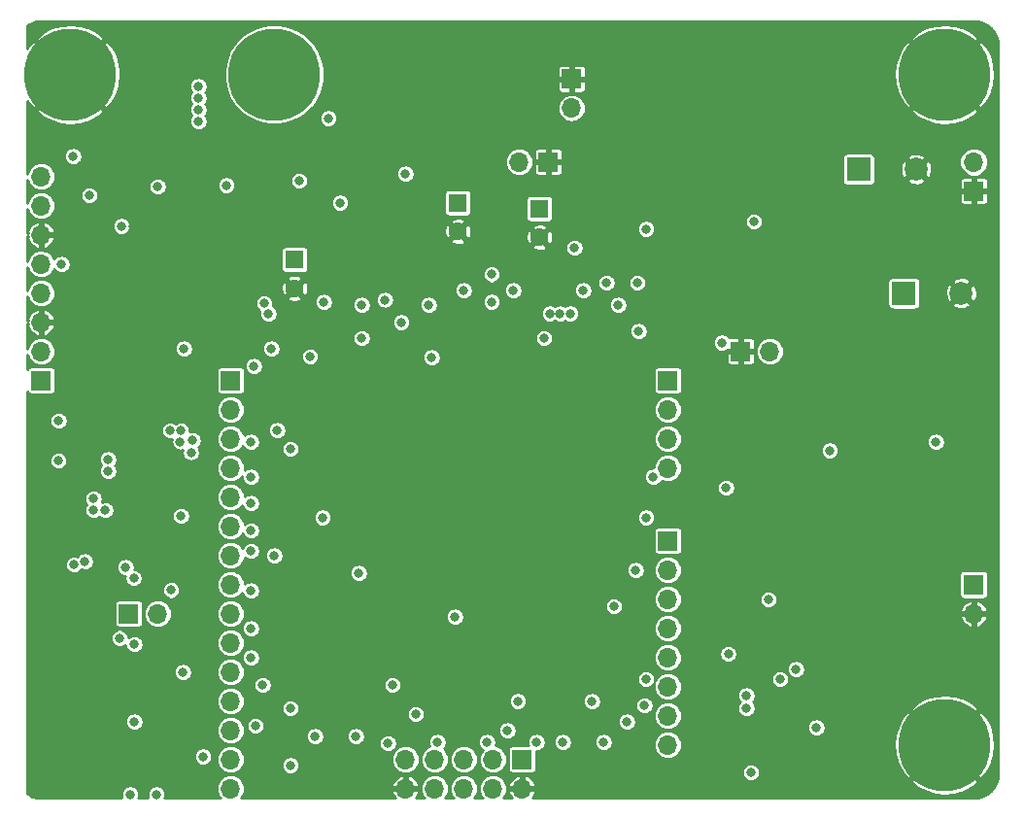
<source format=gbr>
G04 #@! TF.GenerationSoftware,KiCad,Pcbnew,(5.1.4)-1*
G04 #@! TF.CreationDate,2020-01-10T00:36:40-06:00*
G04 #@! TF.ProjectId,Capstone,43617073-746f-46e6-952e-6b696361645f,rev?*
G04 #@! TF.SameCoordinates,Original*
G04 #@! TF.FileFunction,Copper,L2,Inr*
G04 #@! TF.FilePolarity,Positive*
%FSLAX46Y46*%
G04 Gerber Fmt 4.6, Leading zero omitted, Abs format (unit mm)*
G04 Created by KiCad (PCBNEW (5.1.4)-1) date 2020-01-10 00:36:40*
%MOMM*%
%LPD*%
G04 APERTURE LIST*
%ADD10R,1.600000X1.600000*%
%ADD11C,1.600000*%
%ADD12C,8.000000*%
%ADD13C,0.900000*%
%ADD14R,1.700000X1.700000*%
%ADD15O,1.700000X1.700000*%
%ADD16R,2.000000X2.000000*%
%ADD17C,2.000000*%
%ADD18C,0.800000*%
%ADD19C,0.254000*%
G04 APERTURE END LIST*
D10*
X132334000Y-112014000D03*
D11*
X132334000Y-114514000D03*
D12*
X167640000Y-158750000D03*
D13*
X170640000Y-158750000D03*
X169761320Y-160871320D03*
X167640000Y-161750000D03*
X165518680Y-160871320D03*
X164640000Y-158750000D03*
X165518680Y-156628680D03*
X167640000Y-155750000D03*
X169761320Y-156628680D03*
D12*
X167640000Y-100330000D03*
D13*
X170640000Y-100330000D03*
X169761320Y-102451320D03*
X167640000Y-103330000D03*
X165518680Y-102451320D03*
X164640000Y-100330000D03*
X165518680Y-98208680D03*
X167640000Y-97330000D03*
X169761320Y-98208680D03*
D14*
X143510000Y-140970000D03*
D15*
X143510000Y-143510000D03*
X143510000Y-146050000D03*
X143510000Y-148590000D03*
X143510000Y-151130000D03*
X143510000Y-153670000D03*
X143510000Y-156210000D03*
X143510000Y-158750000D03*
D14*
X105410000Y-127000000D03*
D15*
X105410000Y-129540000D03*
X105410000Y-132080000D03*
X105410000Y-134620000D03*
X105410000Y-137160000D03*
X105410000Y-139700000D03*
X105410000Y-142240000D03*
X105410000Y-144780000D03*
X105410000Y-147320000D03*
X105410000Y-149860000D03*
X105410000Y-152400000D03*
X105410000Y-154940000D03*
X105410000Y-157480000D03*
X105410000Y-160020000D03*
X105410000Y-162560000D03*
D14*
X143510000Y-127000000D03*
D15*
X143510000Y-129540000D03*
X143510000Y-132080000D03*
X143510000Y-134620000D03*
D14*
X130810000Y-160020000D03*
D15*
X130810000Y-162560000D03*
X128270000Y-160020000D03*
X128270000Y-162560000D03*
X125730000Y-160020000D03*
X125730000Y-162560000D03*
X123190000Y-160020000D03*
X123190000Y-162560000D03*
X120650000Y-160020000D03*
X120650000Y-162560000D03*
D14*
X170180000Y-110490000D03*
D15*
X170180000Y-107950000D03*
D14*
X135128000Y-100711000D03*
D15*
X135128000Y-103251000D03*
D14*
X149860000Y-124460000D03*
D15*
X152400000Y-124460000D03*
D14*
X96520000Y-147320000D03*
D15*
X99060000Y-147320000D03*
D14*
X88900000Y-127000000D03*
D15*
X88900000Y-124460000D03*
X88900000Y-121920000D03*
X88900000Y-119380000D03*
X88900000Y-116840000D03*
X88900000Y-114300000D03*
X88900000Y-111760000D03*
X88900000Y-109220000D03*
D14*
X133096000Y-107950000D03*
D15*
X130556000Y-107950000D03*
D14*
X170180000Y-144780000D03*
D15*
X170180000Y-147320000D03*
D12*
X91440000Y-100330000D03*
D13*
X94440000Y-100330000D03*
X93561320Y-102451320D03*
X91440000Y-103330000D03*
X89318680Y-102451320D03*
X88440000Y-100330000D03*
X89318680Y-98208680D03*
X91440000Y-97330000D03*
X93561320Y-98208680D03*
D12*
X109220000Y-100330000D03*
D13*
X112220000Y-100330000D03*
X111341320Y-102451320D03*
X109220000Y-103330000D03*
X107098680Y-102451320D03*
X106220000Y-100330000D03*
X107098680Y-98208680D03*
X109220000Y-97330000D03*
X111341320Y-98208680D03*
D16*
X164084000Y-119380000D03*
D17*
X169084000Y-119380000D03*
D16*
X160147000Y-108585000D03*
D17*
X165147000Y-108585000D03*
D10*
X125222000Y-111506000D03*
D11*
X125222000Y-114006000D03*
D10*
X110998000Y-116459000D03*
D11*
X110998000Y-118959000D03*
D18*
X88011000Y-158496000D03*
X164846000Y-135382000D03*
X163830000Y-135382000D03*
X164846000Y-136398000D03*
X163830000Y-136398000D03*
X164846000Y-134366000D03*
X163830000Y-134366000D03*
X128270000Y-137160000D03*
X128270000Y-135890000D03*
X127000000Y-137160000D03*
X127000000Y-135890000D03*
X124460000Y-137160000D03*
X123190000Y-137160000D03*
X123190000Y-135890000D03*
X124460000Y-135890000D03*
X128270000Y-140970000D03*
X128270000Y-139700000D03*
X127000000Y-140970000D03*
X127000000Y-139700000D03*
X124460000Y-140970000D03*
X123190000Y-140970000D03*
X123190000Y-139700000D03*
X124460000Y-139700000D03*
X125730000Y-140970000D03*
X125730000Y-139700000D03*
X125730000Y-135890000D03*
X125730000Y-137160000D03*
X128270000Y-138430000D03*
X127000000Y-138430000D03*
X123190000Y-138430000D03*
X124460000Y-138430000D03*
X125730000Y-138430000D03*
X124992999Y-154432000D03*
X117729000Y-153543000D03*
X140716000Y-141732000D03*
X130937000Y-123317000D03*
X110617000Y-134747000D03*
X141681200Y-137668000D03*
X109728000Y-144653000D03*
X98552000Y-149987000D03*
X98552000Y-156718000D03*
X107569000Y-159131000D03*
X109220000Y-140462000D03*
X132207000Y-154940000D03*
X118491000Y-121920000D03*
X151765000Y-141224000D03*
X147447000Y-146050000D03*
X147447000Y-152146000D03*
X153416000Y-154305000D03*
X154686000Y-157226000D03*
X157480000Y-148082000D03*
X153416000Y-157226000D03*
X140462000Y-146862800D03*
X101854000Y-113919000D03*
X98044000Y-123571000D03*
X96901000Y-113538000D03*
X98552000Y-96774000D03*
X102108000Y-96774000D03*
X98044000Y-103378000D03*
X98044000Y-101346000D03*
X98044000Y-104394000D03*
X98044000Y-102362000D03*
X110439200Y-124891800D03*
X113919000Y-127127000D03*
X137287000Y-149860000D03*
X134366000Y-155956000D03*
X114173000Y-118999000D03*
X88011000Y-142113000D03*
X90170000Y-162687000D03*
X90170000Y-152527000D03*
X100203000Y-116459000D03*
X131572000Y-121158000D03*
X127155000Y-150622000D03*
X116586000Y-136779000D03*
X134620000Y-125730000D03*
X122682000Y-123952000D03*
X126619000Y-120142000D03*
X117602000Y-106807000D03*
X122047000Y-106807000D03*
X122047000Y-103505000D03*
X167894000Y-150876000D03*
X146558000Y-136347200D03*
X149860000Y-133096000D03*
X148971000Y-127889000D03*
X141097000Y-128270000D03*
X146939000Y-119888000D03*
X155194000Y-102235000D03*
X150876000Y-103378000D03*
X144272000Y-119888000D03*
X142240000Y-133858000D03*
X155575000Y-119380000D03*
X155702000Y-125984000D03*
X158242000Y-134620000D03*
X158242000Y-137922000D03*
X164846000Y-129540000D03*
X146431000Y-110490000D03*
X146431000Y-107188000D03*
X137922000Y-110617000D03*
X157988000Y-119507000D03*
X141478000Y-117221000D03*
X121158000Y-138430000D03*
X121158000Y-137160000D03*
X121158000Y-135890000D03*
X121158000Y-139700000D03*
X121158000Y-140970000D03*
X123190000Y-143002000D03*
X124460000Y-143002000D03*
X125730000Y-143002000D03*
X127000000Y-143002000D03*
X128270000Y-143002000D03*
X130302000Y-140970000D03*
X130302000Y-139700000D03*
X130302000Y-138430000D03*
X130302000Y-137160000D03*
X130302000Y-135890000D03*
X128270000Y-133858000D03*
X127000000Y-133858000D03*
X125730000Y-133858000D03*
X124460000Y-133858000D03*
X123190000Y-133858000D03*
X121666000Y-134366000D03*
X129794000Y-134366000D03*
X129794000Y-142494000D03*
X121666000Y-142494000D03*
X118999000Y-129286000D03*
X117094000Y-129286000D03*
X123571000Y-129286000D03*
X131572000Y-129286000D03*
X134874000Y-134112000D03*
X134874000Y-141605000D03*
X134366000Y-147574000D03*
X130429000Y-147574000D03*
X118618000Y-147574000D03*
X116586000Y-145415000D03*
X88011000Y-129921000D03*
X88011000Y-135890000D03*
X88646000Y-133604000D03*
X88646000Y-138176000D03*
X88011000Y-148336000D03*
X88011000Y-107188000D03*
X88011000Y-104140000D03*
X103378000Y-162814000D03*
X118618000Y-162814000D03*
X135128000Y-162814000D03*
X140208000Y-162814000D03*
X145288000Y-162814000D03*
X150368000Y-162814000D03*
X171704000Y-153924000D03*
X171704000Y-148844000D03*
X171704000Y-136398000D03*
X171704000Y-131318000D03*
X171704000Y-126238000D03*
X171704000Y-121158000D03*
X171704000Y-116078000D03*
X171704000Y-105156000D03*
X162814000Y-96266000D03*
X152654000Y-96266000D03*
X147574000Y-96266000D03*
X137414000Y-96266000D03*
X132334000Y-96266000D03*
X127254000Y-96266000D03*
X114554000Y-96266000D03*
X122428000Y-119126000D03*
X152654000Y-161036000D03*
X162687000Y-162814000D03*
X101346000Y-129794000D03*
X97917000Y-131699000D03*
X116713000Y-116078000D03*
X108585000Y-112649000D03*
X112903000Y-109982000D03*
X97790000Y-161544000D03*
X115570000Y-159766000D03*
X101092000Y-140843000D03*
X103632000Y-151130000D03*
X103632000Y-154432000D03*
X103987600Y-144399000D03*
X103886000Y-135382000D03*
X103759000Y-132588000D03*
X103759000Y-130683000D03*
X103759000Y-128397000D03*
X105156000Y-124841000D03*
X107569000Y-122428000D03*
X106997500Y-162750500D03*
X114300000Y-115697000D03*
X122047000Y-112141000D03*
X123190000Y-116840000D03*
X129667000Y-116078000D03*
X145415000Y-125603000D03*
X145415000Y-128524000D03*
X145288000Y-132334000D03*
X144526000Y-137668000D03*
X145288000Y-141859000D03*
X145288000Y-143510000D03*
X145288000Y-146304000D03*
X145288000Y-149860000D03*
X145288000Y-151892000D03*
X145288000Y-154051000D03*
X145288000Y-159385000D03*
X137160000Y-160274000D03*
X141224000Y-157988000D03*
X162814000Y-159385000D03*
X152171400Y-107010200D03*
X128905000Y-101600000D03*
X125730000Y-119126000D03*
X130048000Y-119126000D03*
X136144000Y-119126000D03*
X139192000Y-120396000D03*
X113538000Y-120142000D03*
X107442000Y-125730000D03*
X108966000Y-124206000D03*
X141478000Y-155321000D03*
X108204000Y-153543000D03*
X110617000Y-155575000D03*
X112776000Y-157988000D03*
X116332000Y-157988000D03*
X119126000Y-158623000D03*
X123444000Y-158496000D03*
X127762000Y-158496000D03*
X132080000Y-158496000D03*
X134366000Y-158496000D03*
X139954000Y-156718000D03*
X137922000Y-158496000D03*
X97028000Y-149987000D03*
X97028000Y-156718000D03*
X96647000Y-163068000D03*
X98933000Y-163068000D03*
X107569000Y-157099000D03*
X102997000Y-159766000D03*
X95885000Y-113538000D03*
X109474000Y-131318000D03*
X112344200Y-124891800D03*
X113411000Y-138938000D03*
X141605000Y-138938000D03*
X124968000Y-147574000D03*
X122936000Y-124968000D03*
X122682000Y-120396000D03*
X128143000Y-120142000D03*
X140843000Y-118491000D03*
X138176000Y-118491000D03*
X107188000Y-135382000D03*
X107188000Y-132334000D03*
X107188000Y-137668000D03*
X107188000Y-141859000D03*
X107188000Y-140081000D03*
X107188000Y-145288000D03*
X107188000Y-151130000D03*
X140970000Y-122682000D03*
X118872000Y-119964200D03*
X141605000Y-153035000D03*
X101346000Y-124206000D03*
X101092000Y-138811000D03*
X107188000Y-148590000D03*
X116586000Y-143764000D03*
X138811000Y-146685000D03*
X121539000Y-156083000D03*
X129540000Y-157480000D03*
X116840000Y-123317000D03*
X116840000Y-120396000D03*
X128151049Y-117743999D03*
X136906000Y-154940000D03*
X152273000Y-146074900D03*
X153289000Y-153035000D03*
X148590000Y-136347200D03*
X148209000Y-123698000D03*
X156464000Y-157226000D03*
X150749000Y-161163000D03*
X114935000Y-111506000D03*
X111379000Y-109601000D03*
X119507000Y-153543000D03*
X140716000Y-143510000D03*
X132715000Y-123317000D03*
X110617000Y-132969000D03*
X109220000Y-142240000D03*
X130429000Y-154940000D03*
X142240000Y-135382000D03*
X120269000Y-121920000D03*
X134112000Y-121158000D03*
X133223000Y-121158000D03*
X135001000Y-121158000D03*
X93091000Y-110871000D03*
X90424000Y-130492500D03*
X90678000Y-116840000D03*
X90415670Y-133993330D03*
X166878000Y-132334000D03*
X157607000Y-133096000D03*
X102616000Y-102362000D03*
X102616000Y-103378000D03*
X102616000Y-104394000D03*
X102616000Y-101346000D03*
X99060000Y-110109000D03*
X105029000Y-109982000D03*
X91694000Y-107442000D03*
X113919000Y-104140000D03*
X93472000Y-137287000D03*
X101014929Y-132323423D03*
X94488000Y-138303000D03*
X101955802Y-133264296D03*
X92710000Y-142748000D03*
X96266000Y-143256000D03*
X101260998Y-152400000D03*
X96964500Y-144208500D03*
X91773048Y-143049952D03*
X93472000Y-138303000D03*
X102108000Y-132207000D03*
X150368000Y-154432000D03*
X148780500Y-150812500D03*
X110617000Y-160528000D03*
X135382000Y-115443000D03*
X94742000Y-134874000D03*
X108712000Y-121158000D03*
X101082497Y-131350757D03*
X120650000Y-108966000D03*
X108331000Y-120269000D03*
X100122523Y-131343518D03*
X94742000Y-133858000D03*
X100232688Y-145258312D03*
X95720850Y-149441850D03*
X141605000Y-113792000D03*
X151003000Y-113157000D03*
X150368000Y-155575000D03*
X154686000Y-152146000D03*
D19*
G36*
X170587285Y-95733049D02*
G01*
X170979060Y-95851333D01*
X171340398Y-96043459D01*
X171657536Y-96302111D01*
X171918398Y-96617439D01*
X172113041Y-96977425D01*
X172234057Y-97368366D01*
X172279000Y-97795968D01*
X172279001Y-161268424D01*
X172236951Y-161697285D01*
X172118667Y-162089061D01*
X171926539Y-162450401D01*
X171667889Y-162767536D01*
X171352561Y-163028398D01*
X170992577Y-163223040D01*
X170601636Y-163344057D01*
X170174032Y-163389000D01*
X131712039Y-163389000D01*
X131787647Y-163308052D01*
X131914799Y-163102949D01*
X131999495Y-162876981D01*
X131939187Y-162687000D01*
X130937000Y-162687000D01*
X130937000Y-162707000D01*
X130683000Y-162707000D01*
X130683000Y-162687000D01*
X129680813Y-162687000D01*
X129620505Y-162876981D01*
X129705201Y-163102949D01*
X129832353Y-163308052D01*
X129907961Y-163389000D01*
X129182132Y-163389000D01*
X129298491Y-163247216D01*
X129412798Y-163033363D01*
X129483188Y-162801318D01*
X129506956Y-162560000D01*
X129483188Y-162318682D01*
X129460236Y-162243019D01*
X129620505Y-162243019D01*
X129680813Y-162433000D01*
X130683000Y-162433000D01*
X130683000Y-161431373D01*
X130937000Y-161431373D01*
X130937000Y-162433000D01*
X131939187Y-162433000D01*
X131999495Y-162243019D01*
X131914799Y-162017051D01*
X131787647Y-161811948D01*
X131622924Y-161635592D01*
X131426961Y-161494761D01*
X131207288Y-161394866D01*
X131126980Y-161370511D01*
X130937000Y-161431373D01*
X130683000Y-161431373D01*
X130493020Y-161370511D01*
X130412712Y-161394866D01*
X130193039Y-161494761D01*
X129997076Y-161635592D01*
X129832353Y-161811948D01*
X129705201Y-162017051D01*
X129620505Y-162243019D01*
X129460236Y-162243019D01*
X129412798Y-162086637D01*
X129298491Y-161872784D01*
X129144660Y-161685340D01*
X128957216Y-161531509D01*
X128743363Y-161417202D01*
X128511318Y-161346812D01*
X128330472Y-161329000D01*
X128209528Y-161329000D01*
X128028682Y-161346812D01*
X127796637Y-161417202D01*
X127582784Y-161531509D01*
X127395340Y-161685340D01*
X127241509Y-161872784D01*
X127127202Y-162086637D01*
X127056812Y-162318682D01*
X127033044Y-162560000D01*
X127056812Y-162801318D01*
X127127202Y-163033363D01*
X127241509Y-163247216D01*
X127357868Y-163389000D01*
X126642132Y-163389000D01*
X126758491Y-163247216D01*
X126872798Y-163033363D01*
X126943188Y-162801318D01*
X126966956Y-162560000D01*
X126943188Y-162318682D01*
X126872798Y-162086637D01*
X126758491Y-161872784D01*
X126604660Y-161685340D01*
X126417216Y-161531509D01*
X126203363Y-161417202D01*
X125971318Y-161346812D01*
X125790472Y-161329000D01*
X125669528Y-161329000D01*
X125488682Y-161346812D01*
X125256637Y-161417202D01*
X125042784Y-161531509D01*
X124855340Y-161685340D01*
X124701509Y-161872784D01*
X124587202Y-162086637D01*
X124516812Y-162318682D01*
X124493044Y-162560000D01*
X124516812Y-162801318D01*
X124587202Y-163033363D01*
X124701509Y-163247216D01*
X124817868Y-163389000D01*
X124102132Y-163389000D01*
X124218491Y-163247216D01*
X124332798Y-163033363D01*
X124403188Y-162801318D01*
X124426956Y-162560000D01*
X124403188Y-162318682D01*
X124332798Y-162086637D01*
X124218491Y-161872784D01*
X124064660Y-161685340D01*
X123877216Y-161531509D01*
X123663363Y-161417202D01*
X123431318Y-161346812D01*
X123250472Y-161329000D01*
X123129528Y-161329000D01*
X122948682Y-161346812D01*
X122716637Y-161417202D01*
X122502784Y-161531509D01*
X122315340Y-161685340D01*
X122161509Y-161872784D01*
X122047202Y-162086637D01*
X121976812Y-162318682D01*
X121953044Y-162560000D01*
X121976812Y-162801318D01*
X122047202Y-163033363D01*
X122161509Y-163247216D01*
X122277868Y-163389000D01*
X121552039Y-163389000D01*
X121627647Y-163308052D01*
X121754799Y-163102949D01*
X121839495Y-162876981D01*
X121779187Y-162687000D01*
X120777000Y-162687000D01*
X120777000Y-162707000D01*
X120523000Y-162707000D01*
X120523000Y-162687000D01*
X119520813Y-162687000D01*
X119460505Y-162876981D01*
X119545201Y-163102949D01*
X119672353Y-163308052D01*
X119747961Y-163389000D01*
X106322132Y-163389000D01*
X106438491Y-163247216D01*
X106552798Y-163033363D01*
X106623188Y-162801318D01*
X106646956Y-162560000D01*
X106623188Y-162318682D01*
X106600236Y-162243019D01*
X119460505Y-162243019D01*
X119520813Y-162433000D01*
X120523000Y-162433000D01*
X120523000Y-161431373D01*
X120777000Y-161431373D01*
X120777000Y-162433000D01*
X121779187Y-162433000D01*
X121839495Y-162243019D01*
X121754799Y-162017051D01*
X121627647Y-161811948D01*
X121462924Y-161635592D01*
X121266961Y-161494761D01*
X121047288Y-161394866D01*
X120966980Y-161370511D01*
X120777000Y-161431373D01*
X120523000Y-161431373D01*
X120333020Y-161370511D01*
X120252712Y-161394866D01*
X120033039Y-161494761D01*
X119837076Y-161635592D01*
X119672353Y-161811948D01*
X119545201Y-162017051D01*
X119460505Y-162243019D01*
X106600236Y-162243019D01*
X106552798Y-162086637D01*
X106438491Y-161872784D01*
X106284660Y-161685340D01*
X106097216Y-161531509D01*
X105883363Y-161417202D01*
X105651318Y-161346812D01*
X105470472Y-161329000D01*
X105349528Y-161329000D01*
X105168682Y-161346812D01*
X104936637Y-161417202D01*
X104722784Y-161531509D01*
X104535340Y-161685340D01*
X104381509Y-161872784D01*
X104267202Y-162086637D01*
X104196812Y-162318682D01*
X104173044Y-162560000D01*
X104196812Y-162801318D01*
X104267202Y-163033363D01*
X104381509Y-163247216D01*
X104497868Y-163389000D01*
X99645386Y-163389000D01*
X99683987Y-163295809D01*
X99714000Y-163144922D01*
X99714000Y-162991078D01*
X99683987Y-162840191D01*
X99625113Y-162698058D01*
X99539642Y-162570141D01*
X99430859Y-162461358D01*
X99302942Y-162375887D01*
X99160809Y-162317013D01*
X99009922Y-162287000D01*
X98856078Y-162287000D01*
X98705191Y-162317013D01*
X98563058Y-162375887D01*
X98435141Y-162461358D01*
X98326358Y-162570141D01*
X98240887Y-162698058D01*
X98182013Y-162840191D01*
X98152000Y-162991078D01*
X98152000Y-163144922D01*
X98182013Y-163295809D01*
X98220614Y-163389000D01*
X97359386Y-163389000D01*
X97397987Y-163295809D01*
X97428000Y-163144922D01*
X97428000Y-162991078D01*
X97397987Y-162840191D01*
X97339113Y-162698058D01*
X97253642Y-162570141D01*
X97144859Y-162461358D01*
X97016942Y-162375887D01*
X96874809Y-162317013D01*
X96723922Y-162287000D01*
X96570078Y-162287000D01*
X96419191Y-162317013D01*
X96277058Y-162375887D01*
X96149141Y-162461358D01*
X96040358Y-162570141D01*
X95954887Y-162698058D01*
X95896013Y-162840191D01*
X95866000Y-162991078D01*
X95866000Y-163144922D01*
X95896013Y-163295809D01*
X95934614Y-163389000D01*
X88921566Y-163389000D01*
X88492715Y-163346951D01*
X88100939Y-163228667D01*
X87739599Y-163036539D01*
X87693500Y-162998941D01*
X87693500Y-159689078D01*
X102216000Y-159689078D01*
X102216000Y-159842922D01*
X102246013Y-159993809D01*
X102304887Y-160135942D01*
X102390358Y-160263859D01*
X102499141Y-160372642D01*
X102627058Y-160458113D01*
X102769191Y-160516987D01*
X102920078Y-160547000D01*
X103073922Y-160547000D01*
X103224809Y-160516987D01*
X103366942Y-160458113D01*
X103494859Y-160372642D01*
X103603642Y-160263859D01*
X103689113Y-160135942D01*
X103737138Y-160020000D01*
X104173044Y-160020000D01*
X104196812Y-160261318D01*
X104267202Y-160493363D01*
X104381509Y-160707216D01*
X104535340Y-160894660D01*
X104722784Y-161048491D01*
X104936637Y-161162798D01*
X105168682Y-161233188D01*
X105349528Y-161251000D01*
X105470472Y-161251000D01*
X105651318Y-161233188D01*
X105883363Y-161162798D01*
X106097216Y-161048491D01*
X106284660Y-160894660D01*
X106438491Y-160707216D01*
X106552798Y-160493363D01*
X106565624Y-160451078D01*
X109836000Y-160451078D01*
X109836000Y-160604922D01*
X109866013Y-160755809D01*
X109924887Y-160897942D01*
X110010358Y-161025859D01*
X110119141Y-161134642D01*
X110247058Y-161220113D01*
X110389191Y-161278987D01*
X110540078Y-161309000D01*
X110693922Y-161309000D01*
X110844809Y-161278987D01*
X110986942Y-161220113D01*
X111114859Y-161134642D01*
X111223642Y-161025859D01*
X111309113Y-160897942D01*
X111367987Y-160755809D01*
X111398000Y-160604922D01*
X111398000Y-160451078D01*
X111367987Y-160300191D01*
X111309113Y-160158058D01*
X111223642Y-160030141D01*
X111213501Y-160020000D01*
X119413044Y-160020000D01*
X119436812Y-160261318D01*
X119507202Y-160493363D01*
X119621509Y-160707216D01*
X119775340Y-160894660D01*
X119962784Y-161048491D01*
X120176637Y-161162798D01*
X120408682Y-161233188D01*
X120589528Y-161251000D01*
X120710472Y-161251000D01*
X120891318Y-161233188D01*
X121123363Y-161162798D01*
X121337216Y-161048491D01*
X121524660Y-160894660D01*
X121678491Y-160707216D01*
X121792798Y-160493363D01*
X121863188Y-160261318D01*
X121886956Y-160020000D01*
X121953044Y-160020000D01*
X121976812Y-160261318D01*
X122047202Y-160493363D01*
X122161509Y-160707216D01*
X122315340Y-160894660D01*
X122502784Y-161048491D01*
X122716637Y-161162798D01*
X122948682Y-161233188D01*
X123129528Y-161251000D01*
X123250472Y-161251000D01*
X123431318Y-161233188D01*
X123663363Y-161162798D01*
X123877216Y-161048491D01*
X124064660Y-160894660D01*
X124218491Y-160707216D01*
X124332798Y-160493363D01*
X124403188Y-160261318D01*
X124426956Y-160020000D01*
X124493044Y-160020000D01*
X124516812Y-160261318D01*
X124587202Y-160493363D01*
X124701509Y-160707216D01*
X124855340Y-160894660D01*
X125042784Y-161048491D01*
X125256637Y-161162798D01*
X125488682Y-161233188D01*
X125669528Y-161251000D01*
X125790472Y-161251000D01*
X125971318Y-161233188D01*
X126203363Y-161162798D01*
X126417216Y-161048491D01*
X126604660Y-160894660D01*
X126758491Y-160707216D01*
X126872798Y-160493363D01*
X126943188Y-160261318D01*
X126966956Y-160020000D01*
X126943188Y-159778682D01*
X126872798Y-159546637D01*
X126758491Y-159332784D01*
X126604660Y-159145340D01*
X126417216Y-158991509D01*
X126203363Y-158877202D01*
X125971318Y-158806812D01*
X125790472Y-158789000D01*
X125669528Y-158789000D01*
X125488682Y-158806812D01*
X125256637Y-158877202D01*
X125042784Y-158991509D01*
X124855340Y-159145340D01*
X124701509Y-159332784D01*
X124587202Y-159546637D01*
X124516812Y-159778682D01*
X124493044Y-160020000D01*
X124426956Y-160020000D01*
X124403188Y-159778682D01*
X124332798Y-159546637D01*
X124218491Y-159332784D01*
X124064660Y-159145340D01*
X123973760Y-159070741D01*
X124050642Y-158993859D01*
X124136113Y-158865942D01*
X124194987Y-158723809D01*
X124225000Y-158572922D01*
X124225000Y-158419078D01*
X126981000Y-158419078D01*
X126981000Y-158572922D01*
X127011013Y-158723809D01*
X127069887Y-158865942D01*
X127155358Y-158993859D01*
X127264141Y-159102642D01*
X127371507Y-159174381D01*
X127241509Y-159332784D01*
X127127202Y-159546637D01*
X127056812Y-159778682D01*
X127033044Y-160020000D01*
X127056812Y-160261318D01*
X127127202Y-160493363D01*
X127241509Y-160707216D01*
X127395340Y-160894660D01*
X127582784Y-161048491D01*
X127796637Y-161162798D01*
X128028682Y-161233188D01*
X128209528Y-161251000D01*
X128330472Y-161251000D01*
X128511318Y-161233188D01*
X128743363Y-161162798D01*
X128957216Y-161048491D01*
X129144660Y-160894660D01*
X129298491Y-160707216D01*
X129412798Y-160493363D01*
X129483188Y-160261318D01*
X129506956Y-160020000D01*
X129483188Y-159778682D01*
X129412798Y-159546637D01*
X129298491Y-159332784D01*
X129164898Y-159170000D01*
X129577157Y-159170000D01*
X129577157Y-160870000D01*
X129584513Y-160944689D01*
X129606299Y-161016508D01*
X129641678Y-161082696D01*
X129689289Y-161140711D01*
X129747304Y-161188322D01*
X129813492Y-161223701D01*
X129885311Y-161245487D01*
X129960000Y-161252843D01*
X131660000Y-161252843D01*
X131734689Y-161245487D01*
X131806508Y-161223701D01*
X131872696Y-161188322D01*
X131930711Y-161140711D01*
X131975546Y-161086078D01*
X149968000Y-161086078D01*
X149968000Y-161239922D01*
X149998013Y-161390809D01*
X150056887Y-161532942D01*
X150142358Y-161660859D01*
X150251141Y-161769642D01*
X150379058Y-161855113D01*
X150521191Y-161913987D01*
X150672078Y-161944000D01*
X150825922Y-161944000D01*
X150976809Y-161913987D01*
X151049324Y-161883950D01*
X164685655Y-161883950D01*
X165156275Y-162384619D01*
X165913078Y-162799332D01*
X166736246Y-163058431D01*
X167594144Y-163151959D01*
X168453805Y-163076323D01*
X169282192Y-162834428D01*
X170047470Y-162435571D01*
X170123725Y-162384619D01*
X170594345Y-161883950D01*
X167640000Y-158929605D01*
X164685655Y-161883950D01*
X151049324Y-161883950D01*
X151118942Y-161855113D01*
X151246859Y-161769642D01*
X151355642Y-161660859D01*
X151441113Y-161532942D01*
X151499987Y-161390809D01*
X151530000Y-161239922D01*
X151530000Y-161086078D01*
X151499987Y-160935191D01*
X151441113Y-160793058D01*
X151355642Y-160665141D01*
X151246859Y-160556358D01*
X151118942Y-160470887D01*
X150976809Y-160412013D01*
X150825922Y-160382000D01*
X150672078Y-160382000D01*
X150521191Y-160412013D01*
X150379058Y-160470887D01*
X150251141Y-160556358D01*
X150142358Y-160665141D01*
X150056887Y-160793058D01*
X149998013Y-160935191D01*
X149968000Y-161086078D01*
X131975546Y-161086078D01*
X131978322Y-161082696D01*
X132013701Y-161016508D01*
X132035487Y-160944689D01*
X132042843Y-160870000D01*
X132042843Y-159277000D01*
X132156922Y-159277000D01*
X132307809Y-159246987D01*
X132449942Y-159188113D01*
X132577859Y-159102642D01*
X132686642Y-158993859D01*
X132772113Y-158865942D01*
X132830987Y-158723809D01*
X132861000Y-158572922D01*
X132861000Y-158419078D01*
X133585000Y-158419078D01*
X133585000Y-158572922D01*
X133615013Y-158723809D01*
X133673887Y-158865942D01*
X133759358Y-158993859D01*
X133868141Y-159102642D01*
X133996058Y-159188113D01*
X134138191Y-159246987D01*
X134289078Y-159277000D01*
X134442922Y-159277000D01*
X134593809Y-159246987D01*
X134735942Y-159188113D01*
X134863859Y-159102642D01*
X134972642Y-158993859D01*
X135058113Y-158865942D01*
X135116987Y-158723809D01*
X135147000Y-158572922D01*
X135147000Y-158419078D01*
X137141000Y-158419078D01*
X137141000Y-158572922D01*
X137171013Y-158723809D01*
X137229887Y-158865942D01*
X137315358Y-158993859D01*
X137424141Y-159102642D01*
X137552058Y-159188113D01*
X137694191Y-159246987D01*
X137845078Y-159277000D01*
X137998922Y-159277000D01*
X138149809Y-159246987D01*
X138291942Y-159188113D01*
X138419859Y-159102642D01*
X138528642Y-158993859D01*
X138614113Y-158865942D01*
X138662138Y-158750000D01*
X142273044Y-158750000D01*
X142296812Y-158991318D01*
X142367202Y-159223363D01*
X142481509Y-159437216D01*
X142635340Y-159624660D01*
X142822784Y-159778491D01*
X143036637Y-159892798D01*
X143268682Y-159963188D01*
X143449528Y-159981000D01*
X143570472Y-159981000D01*
X143751318Y-159963188D01*
X143983363Y-159892798D01*
X144197216Y-159778491D01*
X144384660Y-159624660D01*
X144538491Y-159437216D01*
X144652798Y-159223363D01*
X144723188Y-158991318D01*
X144746956Y-158750000D01*
X144742440Y-158704144D01*
X163238041Y-158704144D01*
X163313677Y-159563805D01*
X163555572Y-160392192D01*
X163954429Y-161157470D01*
X164005381Y-161233725D01*
X164506050Y-161704345D01*
X167460395Y-158750000D01*
X167819605Y-158750000D01*
X170773950Y-161704345D01*
X171274619Y-161233725D01*
X171689332Y-160476922D01*
X171948431Y-159653754D01*
X172041959Y-158795856D01*
X171966323Y-157936195D01*
X171724428Y-157107808D01*
X171325571Y-156342530D01*
X171274619Y-156266275D01*
X170773950Y-155795655D01*
X167819605Y-158750000D01*
X167460395Y-158750000D01*
X164506050Y-155795655D01*
X164005381Y-156266275D01*
X163590668Y-157023078D01*
X163331569Y-157846246D01*
X163238041Y-158704144D01*
X144742440Y-158704144D01*
X144723188Y-158508682D01*
X144652798Y-158276637D01*
X144538491Y-158062784D01*
X144384660Y-157875340D01*
X144197216Y-157721509D01*
X143983363Y-157607202D01*
X143751318Y-157536812D01*
X143570472Y-157519000D01*
X143449528Y-157519000D01*
X143268682Y-157536812D01*
X143036637Y-157607202D01*
X142822784Y-157721509D01*
X142635340Y-157875340D01*
X142481509Y-158062784D01*
X142367202Y-158276637D01*
X142296812Y-158508682D01*
X142273044Y-158750000D01*
X138662138Y-158750000D01*
X138672987Y-158723809D01*
X138703000Y-158572922D01*
X138703000Y-158419078D01*
X138672987Y-158268191D01*
X138614113Y-158126058D01*
X138528642Y-157998141D01*
X138419859Y-157889358D01*
X138291942Y-157803887D01*
X138149809Y-157745013D01*
X137998922Y-157715000D01*
X137845078Y-157715000D01*
X137694191Y-157745013D01*
X137552058Y-157803887D01*
X137424141Y-157889358D01*
X137315358Y-157998141D01*
X137229887Y-158126058D01*
X137171013Y-158268191D01*
X137141000Y-158419078D01*
X135147000Y-158419078D01*
X135116987Y-158268191D01*
X135058113Y-158126058D01*
X134972642Y-157998141D01*
X134863859Y-157889358D01*
X134735942Y-157803887D01*
X134593809Y-157745013D01*
X134442922Y-157715000D01*
X134289078Y-157715000D01*
X134138191Y-157745013D01*
X133996058Y-157803887D01*
X133868141Y-157889358D01*
X133759358Y-157998141D01*
X133673887Y-158126058D01*
X133615013Y-158268191D01*
X133585000Y-158419078D01*
X132861000Y-158419078D01*
X132830987Y-158268191D01*
X132772113Y-158126058D01*
X132686642Y-157998141D01*
X132577859Y-157889358D01*
X132449942Y-157803887D01*
X132307809Y-157745013D01*
X132156922Y-157715000D01*
X132003078Y-157715000D01*
X131852191Y-157745013D01*
X131710058Y-157803887D01*
X131582141Y-157889358D01*
X131473358Y-157998141D01*
X131387887Y-158126058D01*
X131329013Y-158268191D01*
X131299000Y-158419078D01*
X131299000Y-158572922D01*
X131329013Y-158723809D01*
X131355253Y-158787157D01*
X129960000Y-158787157D01*
X129885311Y-158794513D01*
X129813492Y-158816299D01*
X129747304Y-158851678D01*
X129689289Y-158899289D01*
X129641678Y-158957304D01*
X129606299Y-159023492D01*
X129584513Y-159095311D01*
X129577157Y-159170000D01*
X129164898Y-159170000D01*
X129144660Y-159145340D01*
X128957216Y-158991509D01*
X128743363Y-158877202D01*
X128511318Y-158806812D01*
X128479888Y-158803716D01*
X128512987Y-158723809D01*
X128543000Y-158572922D01*
X128543000Y-158419078D01*
X128512987Y-158268191D01*
X128454113Y-158126058D01*
X128368642Y-157998141D01*
X128259859Y-157889358D01*
X128131942Y-157803887D01*
X127989809Y-157745013D01*
X127838922Y-157715000D01*
X127685078Y-157715000D01*
X127534191Y-157745013D01*
X127392058Y-157803887D01*
X127264141Y-157889358D01*
X127155358Y-157998141D01*
X127069887Y-158126058D01*
X127011013Y-158268191D01*
X126981000Y-158419078D01*
X124225000Y-158419078D01*
X124194987Y-158268191D01*
X124136113Y-158126058D01*
X124050642Y-157998141D01*
X123941859Y-157889358D01*
X123813942Y-157803887D01*
X123671809Y-157745013D01*
X123520922Y-157715000D01*
X123367078Y-157715000D01*
X123216191Y-157745013D01*
X123074058Y-157803887D01*
X122946141Y-157889358D01*
X122837358Y-157998141D01*
X122751887Y-158126058D01*
X122693013Y-158268191D01*
X122663000Y-158419078D01*
X122663000Y-158572922D01*
X122693013Y-158723809D01*
X122751887Y-158865942D01*
X122752202Y-158866413D01*
X122716637Y-158877202D01*
X122502784Y-158991509D01*
X122315340Y-159145340D01*
X122161509Y-159332784D01*
X122047202Y-159546637D01*
X121976812Y-159778682D01*
X121953044Y-160020000D01*
X121886956Y-160020000D01*
X121863188Y-159778682D01*
X121792798Y-159546637D01*
X121678491Y-159332784D01*
X121524660Y-159145340D01*
X121337216Y-158991509D01*
X121123363Y-158877202D01*
X120891318Y-158806812D01*
X120710472Y-158789000D01*
X120589528Y-158789000D01*
X120408682Y-158806812D01*
X120176637Y-158877202D01*
X119962784Y-158991509D01*
X119775340Y-159145340D01*
X119621509Y-159332784D01*
X119507202Y-159546637D01*
X119436812Y-159778682D01*
X119413044Y-160020000D01*
X111213501Y-160020000D01*
X111114859Y-159921358D01*
X110986942Y-159835887D01*
X110844809Y-159777013D01*
X110693922Y-159747000D01*
X110540078Y-159747000D01*
X110389191Y-159777013D01*
X110247058Y-159835887D01*
X110119141Y-159921358D01*
X110010358Y-160030141D01*
X109924887Y-160158058D01*
X109866013Y-160300191D01*
X109836000Y-160451078D01*
X106565624Y-160451078D01*
X106623188Y-160261318D01*
X106646956Y-160020000D01*
X106623188Y-159778682D01*
X106552798Y-159546637D01*
X106438491Y-159332784D01*
X106284660Y-159145340D01*
X106097216Y-158991509D01*
X105883363Y-158877202D01*
X105651318Y-158806812D01*
X105470472Y-158789000D01*
X105349528Y-158789000D01*
X105168682Y-158806812D01*
X104936637Y-158877202D01*
X104722784Y-158991509D01*
X104535340Y-159145340D01*
X104381509Y-159332784D01*
X104267202Y-159546637D01*
X104196812Y-159778682D01*
X104173044Y-160020000D01*
X103737138Y-160020000D01*
X103747987Y-159993809D01*
X103778000Y-159842922D01*
X103778000Y-159689078D01*
X103747987Y-159538191D01*
X103689113Y-159396058D01*
X103603642Y-159268141D01*
X103494859Y-159159358D01*
X103366942Y-159073887D01*
X103224809Y-159015013D01*
X103073922Y-158985000D01*
X102920078Y-158985000D01*
X102769191Y-159015013D01*
X102627058Y-159073887D01*
X102499141Y-159159358D01*
X102390358Y-159268141D01*
X102304887Y-159396058D01*
X102246013Y-159538191D01*
X102216000Y-159689078D01*
X87693500Y-159689078D01*
X87693500Y-156641078D01*
X96247000Y-156641078D01*
X96247000Y-156794922D01*
X96277013Y-156945809D01*
X96335887Y-157087942D01*
X96421358Y-157215859D01*
X96530141Y-157324642D01*
X96658058Y-157410113D01*
X96800191Y-157468987D01*
X96951078Y-157499000D01*
X97104922Y-157499000D01*
X97200442Y-157480000D01*
X104173044Y-157480000D01*
X104196812Y-157721318D01*
X104267202Y-157953363D01*
X104381509Y-158167216D01*
X104535340Y-158354660D01*
X104722784Y-158508491D01*
X104936637Y-158622798D01*
X105168682Y-158693188D01*
X105349528Y-158711000D01*
X105470472Y-158711000D01*
X105651318Y-158693188D01*
X105883363Y-158622798D01*
X106097216Y-158508491D01*
X106284660Y-158354660D01*
X106438491Y-158167216D01*
X106552798Y-157953363D01*
X106565624Y-157911078D01*
X111995000Y-157911078D01*
X111995000Y-158064922D01*
X112025013Y-158215809D01*
X112083887Y-158357942D01*
X112169358Y-158485859D01*
X112278141Y-158594642D01*
X112406058Y-158680113D01*
X112548191Y-158738987D01*
X112699078Y-158769000D01*
X112852922Y-158769000D01*
X113003809Y-158738987D01*
X113145942Y-158680113D01*
X113273859Y-158594642D01*
X113382642Y-158485859D01*
X113468113Y-158357942D01*
X113526987Y-158215809D01*
X113557000Y-158064922D01*
X113557000Y-157911078D01*
X115551000Y-157911078D01*
X115551000Y-158064922D01*
X115581013Y-158215809D01*
X115639887Y-158357942D01*
X115725358Y-158485859D01*
X115834141Y-158594642D01*
X115962058Y-158680113D01*
X116104191Y-158738987D01*
X116255078Y-158769000D01*
X116408922Y-158769000D01*
X116559809Y-158738987D01*
X116701942Y-158680113D01*
X116829859Y-158594642D01*
X116878423Y-158546078D01*
X118345000Y-158546078D01*
X118345000Y-158699922D01*
X118375013Y-158850809D01*
X118433887Y-158992942D01*
X118519358Y-159120859D01*
X118628141Y-159229642D01*
X118756058Y-159315113D01*
X118898191Y-159373987D01*
X119049078Y-159404000D01*
X119202922Y-159404000D01*
X119353809Y-159373987D01*
X119495942Y-159315113D01*
X119623859Y-159229642D01*
X119732642Y-159120859D01*
X119818113Y-158992942D01*
X119876987Y-158850809D01*
X119907000Y-158699922D01*
X119907000Y-158546078D01*
X119876987Y-158395191D01*
X119818113Y-158253058D01*
X119732642Y-158125141D01*
X119623859Y-158016358D01*
X119495942Y-157930887D01*
X119353809Y-157872013D01*
X119202922Y-157842000D01*
X119049078Y-157842000D01*
X118898191Y-157872013D01*
X118756058Y-157930887D01*
X118628141Y-158016358D01*
X118519358Y-158125141D01*
X118433887Y-158253058D01*
X118375013Y-158395191D01*
X118345000Y-158546078D01*
X116878423Y-158546078D01*
X116938642Y-158485859D01*
X117024113Y-158357942D01*
X117082987Y-158215809D01*
X117113000Y-158064922D01*
X117113000Y-157911078D01*
X117082987Y-157760191D01*
X117024113Y-157618058D01*
X116938642Y-157490141D01*
X116851579Y-157403078D01*
X128759000Y-157403078D01*
X128759000Y-157556922D01*
X128789013Y-157707809D01*
X128847887Y-157849942D01*
X128933358Y-157977859D01*
X129042141Y-158086642D01*
X129170058Y-158172113D01*
X129312191Y-158230987D01*
X129463078Y-158261000D01*
X129616922Y-158261000D01*
X129767809Y-158230987D01*
X129909942Y-158172113D01*
X130037859Y-158086642D01*
X130146642Y-157977859D01*
X130232113Y-157849942D01*
X130290987Y-157707809D01*
X130321000Y-157556922D01*
X130321000Y-157403078D01*
X130290987Y-157252191D01*
X130232113Y-157110058D01*
X130146642Y-156982141D01*
X130037859Y-156873358D01*
X129909942Y-156787887D01*
X129767809Y-156729013D01*
X129616922Y-156699000D01*
X129463078Y-156699000D01*
X129312191Y-156729013D01*
X129170058Y-156787887D01*
X129042141Y-156873358D01*
X128933358Y-156982141D01*
X128847887Y-157110058D01*
X128789013Y-157252191D01*
X128759000Y-157403078D01*
X116851579Y-157403078D01*
X116829859Y-157381358D01*
X116701942Y-157295887D01*
X116559809Y-157237013D01*
X116408922Y-157207000D01*
X116255078Y-157207000D01*
X116104191Y-157237013D01*
X115962058Y-157295887D01*
X115834141Y-157381358D01*
X115725358Y-157490141D01*
X115639887Y-157618058D01*
X115581013Y-157760191D01*
X115551000Y-157911078D01*
X113557000Y-157911078D01*
X113526987Y-157760191D01*
X113468113Y-157618058D01*
X113382642Y-157490141D01*
X113273859Y-157381358D01*
X113145942Y-157295887D01*
X113003809Y-157237013D01*
X112852922Y-157207000D01*
X112699078Y-157207000D01*
X112548191Y-157237013D01*
X112406058Y-157295887D01*
X112278141Y-157381358D01*
X112169358Y-157490141D01*
X112083887Y-157618058D01*
X112025013Y-157760191D01*
X111995000Y-157911078D01*
X106565624Y-157911078D01*
X106623188Y-157721318D01*
X106646956Y-157480000D01*
X106623188Y-157238682D01*
X106557482Y-157022078D01*
X106788000Y-157022078D01*
X106788000Y-157175922D01*
X106818013Y-157326809D01*
X106876887Y-157468942D01*
X106962358Y-157596859D01*
X107071141Y-157705642D01*
X107199058Y-157791113D01*
X107341191Y-157849987D01*
X107492078Y-157880000D01*
X107645922Y-157880000D01*
X107796809Y-157849987D01*
X107938942Y-157791113D01*
X108066859Y-157705642D01*
X108175642Y-157596859D01*
X108261113Y-157468942D01*
X108319987Y-157326809D01*
X108350000Y-157175922D01*
X108350000Y-157022078D01*
X108319987Y-156871191D01*
X108261113Y-156729058D01*
X108175642Y-156601141D01*
X108066859Y-156492358D01*
X107938942Y-156406887D01*
X107796809Y-156348013D01*
X107645922Y-156318000D01*
X107492078Y-156318000D01*
X107341191Y-156348013D01*
X107199058Y-156406887D01*
X107071141Y-156492358D01*
X106962358Y-156601141D01*
X106876887Y-156729058D01*
X106818013Y-156871191D01*
X106788000Y-157022078D01*
X106557482Y-157022078D01*
X106552798Y-157006637D01*
X106438491Y-156792784D01*
X106284660Y-156605340D01*
X106097216Y-156451509D01*
X105883363Y-156337202D01*
X105651318Y-156266812D01*
X105470472Y-156249000D01*
X105349528Y-156249000D01*
X105168682Y-156266812D01*
X104936637Y-156337202D01*
X104722784Y-156451509D01*
X104535340Y-156605340D01*
X104381509Y-156792784D01*
X104267202Y-157006637D01*
X104196812Y-157238682D01*
X104173044Y-157480000D01*
X97200442Y-157480000D01*
X97255809Y-157468987D01*
X97397942Y-157410113D01*
X97525859Y-157324642D01*
X97634642Y-157215859D01*
X97720113Y-157087942D01*
X97778987Y-156945809D01*
X97809000Y-156794922D01*
X97809000Y-156641078D01*
X97778987Y-156490191D01*
X97720113Y-156348058D01*
X97634642Y-156220141D01*
X97525859Y-156111358D01*
X97397942Y-156025887D01*
X97255809Y-155967013D01*
X97104922Y-155937000D01*
X96951078Y-155937000D01*
X96800191Y-155967013D01*
X96658058Y-156025887D01*
X96530141Y-156111358D01*
X96421358Y-156220141D01*
X96335887Y-156348058D01*
X96277013Y-156490191D01*
X96247000Y-156641078D01*
X87693500Y-156641078D01*
X87693500Y-154940000D01*
X104173044Y-154940000D01*
X104196812Y-155181318D01*
X104267202Y-155413363D01*
X104381509Y-155627216D01*
X104535340Y-155814660D01*
X104722784Y-155968491D01*
X104936637Y-156082798D01*
X105168682Y-156153188D01*
X105349528Y-156171000D01*
X105470472Y-156171000D01*
X105651318Y-156153188D01*
X105883363Y-156082798D01*
X106097216Y-155968491D01*
X106284660Y-155814660D01*
X106438491Y-155627216D01*
X106507516Y-155498078D01*
X109836000Y-155498078D01*
X109836000Y-155651922D01*
X109866013Y-155802809D01*
X109924887Y-155944942D01*
X110010358Y-156072859D01*
X110119141Y-156181642D01*
X110247058Y-156267113D01*
X110389191Y-156325987D01*
X110540078Y-156356000D01*
X110693922Y-156356000D01*
X110844809Y-156325987D01*
X110986942Y-156267113D01*
X111114859Y-156181642D01*
X111223642Y-156072859D01*
X111268263Y-156006078D01*
X120758000Y-156006078D01*
X120758000Y-156159922D01*
X120788013Y-156310809D01*
X120846887Y-156452942D01*
X120932358Y-156580859D01*
X121041141Y-156689642D01*
X121169058Y-156775113D01*
X121311191Y-156833987D01*
X121462078Y-156864000D01*
X121615922Y-156864000D01*
X121766809Y-156833987D01*
X121908942Y-156775113D01*
X122036859Y-156689642D01*
X122085423Y-156641078D01*
X139173000Y-156641078D01*
X139173000Y-156794922D01*
X139203013Y-156945809D01*
X139261887Y-157087942D01*
X139347358Y-157215859D01*
X139456141Y-157324642D01*
X139584058Y-157410113D01*
X139726191Y-157468987D01*
X139877078Y-157499000D01*
X140030922Y-157499000D01*
X140181809Y-157468987D01*
X140323942Y-157410113D01*
X140451859Y-157324642D01*
X140560642Y-157215859D01*
X140646113Y-157087942D01*
X140704987Y-156945809D01*
X140735000Y-156794922D01*
X140735000Y-156641078D01*
X140704987Y-156490191D01*
X140646113Y-156348058D01*
X140560642Y-156220141D01*
X140550501Y-156210000D01*
X142273044Y-156210000D01*
X142296812Y-156451318D01*
X142367202Y-156683363D01*
X142481509Y-156897216D01*
X142635340Y-157084660D01*
X142822784Y-157238491D01*
X143036637Y-157352798D01*
X143268682Y-157423188D01*
X143449528Y-157441000D01*
X143570472Y-157441000D01*
X143751318Y-157423188D01*
X143983363Y-157352798D01*
X144197216Y-157238491D01*
X144306166Y-157149078D01*
X155683000Y-157149078D01*
X155683000Y-157302922D01*
X155713013Y-157453809D01*
X155771887Y-157595942D01*
X155857358Y-157723859D01*
X155966141Y-157832642D01*
X156094058Y-157918113D01*
X156236191Y-157976987D01*
X156387078Y-158007000D01*
X156540922Y-158007000D01*
X156691809Y-157976987D01*
X156833942Y-157918113D01*
X156961859Y-157832642D01*
X157070642Y-157723859D01*
X157156113Y-157595942D01*
X157214987Y-157453809D01*
X157245000Y-157302922D01*
X157245000Y-157149078D01*
X157214987Y-156998191D01*
X157156113Y-156856058D01*
X157070642Y-156728141D01*
X156961859Y-156619358D01*
X156833942Y-156533887D01*
X156691809Y-156475013D01*
X156540922Y-156445000D01*
X156387078Y-156445000D01*
X156236191Y-156475013D01*
X156094058Y-156533887D01*
X155966141Y-156619358D01*
X155857358Y-156728141D01*
X155771887Y-156856058D01*
X155713013Y-156998191D01*
X155683000Y-157149078D01*
X144306166Y-157149078D01*
X144384660Y-157084660D01*
X144538491Y-156897216D01*
X144652798Y-156683363D01*
X144723188Y-156451318D01*
X144746956Y-156210000D01*
X144723188Y-155968682D01*
X144652798Y-155736637D01*
X144538491Y-155522784D01*
X144384660Y-155335340D01*
X144197216Y-155181509D01*
X143983363Y-155067202D01*
X143751318Y-154996812D01*
X143570472Y-154979000D01*
X143449528Y-154979000D01*
X143268682Y-154996812D01*
X143036637Y-155067202D01*
X142822784Y-155181509D01*
X142635340Y-155335340D01*
X142481509Y-155522784D01*
X142367202Y-155736637D01*
X142296812Y-155968682D01*
X142273044Y-156210000D01*
X140550501Y-156210000D01*
X140451859Y-156111358D01*
X140323942Y-156025887D01*
X140181809Y-155967013D01*
X140030922Y-155937000D01*
X139877078Y-155937000D01*
X139726191Y-155967013D01*
X139584058Y-156025887D01*
X139456141Y-156111358D01*
X139347358Y-156220141D01*
X139261887Y-156348058D01*
X139203013Y-156490191D01*
X139173000Y-156641078D01*
X122085423Y-156641078D01*
X122145642Y-156580859D01*
X122231113Y-156452942D01*
X122289987Y-156310809D01*
X122320000Y-156159922D01*
X122320000Y-156006078D01*
X122289987Y-155855191D01*
X122231113Y-155713058D01*
X122145642Y-155585141D01*
X122036859Y-155476358D01*
X121908942Y-155390887D01*
X121766809Y-155332013D01*
X121615922Y-155302000D01*
X121462078Y-155302000D01*
X121311191Y-155332013D01*
X121169058Y-155390887D01*
X121041141Y-155476358D01*
X120932358Y-155585141D01*
X120846887Y-155713058D01*
X120788013Y-155855191D01*
X120758000Y-156006078D01*
X111268263Y-156006078D01*
X111309113Y-155944942D01*
X111367987Y-155802809D01*
X111398000Y-155651922D01*
X111398000Y-155498078D01*
X111367987Y-155347191D01*
X111309113Y-155205058D01*
X111223642Y-155077141D01*
X111114859Y-154968358D01*
X110986942Y-154882887D01*
X110939120Y-154863078D01*
X129648000Y-154863078D01*
X129648000Y-155016922D01*
X129678013Y-155167809D01*
X129736887Y-155309942D01*
X129822358Y-155437859D01*
X129931141Y-155546642D01*
X130059058Y-155632113D01*
X130201191Y-155690987D01*
X130352078Y-155721000D01*
X130505922Y-155721000D01*
X130656809Y-155690987D01*
X130798942Y-155632113D01*
X130926859Y-155546642D01*
X131035642Y-155437859D01*
X131121113Y-155309942D01*
X131179987Y-155167809D01*
X131210000Y-155016922D01*
X131210000Y-154863078D01*
X136125000Y-154863078D01*
X136125000Y-155016922D01*
X136155013Y-155167809D01*
X136213887Y-155309942D01*
X136299358Y-155437859D01*
X136408141Y-155546642D01*
X136536058Y-155632113D01*
X136678191Y-155690987D01*
X136829078Y-155721000D01*
X136982922Y-155721000D01*
X137133809Y-155690987D01*
X137275942Y-155632113D01*
X137403859Y-155546642D01*
X137512642Y-155437859D01*
X137598113Y-155309942D01*
X137625395Y-155244078D01*
X140697000Y-155244078D01*
X140697000Y-155397922D01*
X140727013Y-155548809D01*
X140785887Y-155690942D01*
X140871358Y-155818859D01*
X140980141Y-155927642D01*
X141108058Y-156013113D01*
X141250191Y-156071987D01*
X141401078Y-156102000D01*
X141554922Y-156102000D01*
X141705809Y-156071987D01*
X141847942Y-156013113D01*
X141975859Y-155927642D01*
X142084642Y-155818859D01*
X142170113Y-155690942D01*
X142228987Y-155548809D01*
X142259000Y-155397922D01*
X142259000Y-155244078D01*
X142228987Y-155093191D01*
X142170113Y-154951058D01*
X142084642Y-154823141D01*
X141975859Y-154714358D01*
X141847942Y-154628887D01*
X141705809Y-154570013D01*
X141554922Y-154540000D01*
X141401078Y-154540000D01*
X141250191Y-154570013D01*
X141108058Y-154628887D01*
X140980141Y-154714358D01*
X140871358Y-154823141D01*
X140785887Y-154951058D01*
X140727013Y-155093191D01*
X140697000Y-155244078D01*
X137625395Y-155244078D01*
X137656987Y-155167809D01*
X137687000Y-155016922D01*
X137687000Y-154863078D01*
X137656987Y-154712191D01*
X137598113Y-154570058D01*
X137512642Y-154442141D01*
X137403859Y-154333358D01*
X137275942Y-154247887D01*
X137133809Y-154189013D01*
X136982922Y-154159000D01*
X136829078Y-154159000D01*
X136678191Y-154189013D01*
X136536058Y-154247887D01*
X136408141Y-154333358D01*
X136299358Y-154442141D01*
X136213887Y-154570058D01*
X136155013Y-154712191D01*
X136125000Y-154863078D01*
X131210000Y-154863078D01*
X131179987Y-154712191D01*
X131121113Y-154570058D01*
X131035642Y-154442141D01*
X130926859Y-154333358D01*
X130798942Y-154247887D01*
X130656809Y-154189013D01*
X130505922Y-154159000D01*
X130352078Y-154159000D01*
X130201191Y-154189013D01*
X130059058Y-154247887D01*
X129931141Y-154333358D01*
X129822358Y-154442141D01*
X129736887Y-154570058D01*
X129678013Y-154712191D01*
X129648000Y-154863078D01*
X110939120Y-154863078D01*
X110844809Y-154824013D01*
X110693922Y-154794000D01*
X110540078Y-154794000D01*
X110389191Y-154824013D01*
X110247058Y-154882887D01*
X110119141Y-154968358D01*
X110010358Y-155077141D01*
X109924887Y-155205058D01*
X109866013Y-155347191D01*
X109836000Y-155498078D01*
X106507516Y-155498078D01*
X106552798Y-155413363D01*
X106623188Y-155181318D01*
X106646956Y-154940000D01*
X106623188Y-154698682D01*
X106552798Y-154466637D01*
X106438491Y-154252784D01*
X106284660Y-154065340D01*
X106097216Y-153911509D01*
X105883363Y-153797202D01*
X105651318Y-153726812D01*
X105470472Y-153709000D01*
X105349528Y-153709000D01*
X105168682Y-153726812D01*
X104936637Y-153797202D01*
X104722784Y-153911509D01*
X104535340Y-154065340D01*
X104381509Y-154252784D01*
X104267202Y-154466637D01*
X104196812Y-154698682D01*
X104173044Y-154940000D01*
X87693500Y-154940000D01*
X87693500Y-152323078D01*
X100479998Y-152323078D01*
X100479998Y-152476922D01*
X100510011Y-152627809D01*
X100568885Y-152769942D01*
X100654356Y-152897859D01*
X100763139Y-153006642D01*
X100891056Y-153092113D01*
X101033189Y-153150987D01*
X101184076Y-153181000D01*
X101337920Y-153181000D01*
X101488807Y-153150987D01*
X101630940Y-153092113D01*
X101758857Y-153006642D01*
X101867640Y-152897859D01*
X101953111Y-152769942D01*
X102011985Y-152627809D01*
X102041998Y-152476922D01*
X102041998Y-152400000D01*
X104173044Y-152400000D01*
X104196812Y-152641318D01*
X104267202Y-152873363D01*
X104381509Y-153087216D01*
X104535340Y-153274660D01*
X104722784Y-153428491D01*
X104936637Y-153542798D01*
X105168682Y-153613188D01*
X105349528Y-153631000D01*
X105470472Y-153631000D01*
X105651318Y-153613188D01*
X105883363Y-153542798D01*
X106026895Y-153466078D01*
X107423000Y-153466078D01*
X107423000Y-153619922D01*
X107453013Y-153770809D01*
X107511887Y-153912942D01*
X107597358Y-154040859D01*
X107706141Y-154149642D01*
X107834058Y-154235113D01*
X107976191Y-154293987D01*
X108127078Y-154324000D01*
X108280922Y-154324000D01*
X108431809Y-154293987D01*
X108573942Y-154235113D01*
X108701859Y-154149642D01*
X108810642Y-154040859D01*
X108896113Y-153912942D01*
X108954987Y-153770809D01*
X108985000Y-153619922D01*
X108985000Y-153466078D01*
X118726000Y-153466078D01*
X118726000Y-153619922D01*
X118756013Y-153770809D01*
X118814887Y-153912942D01*
X118900358Y-154040859D01*
X119009141Y-154149642D01*
X119137058Y-154235113D01*
X119279191Y-154293987D01*
X119430078Y-154324000D01*
X119583922Y-154324000D01*
X119734809Y-154293987D01*
X119876942Y-154235113D01*
X120004859Y-154149642D01*
X120113642Y-154040859D01*
X120199113Y-153912942D01*
X120257987Y-153770809D01*
X120288000Y-153619922D01*
X120288000Y-153466078D01*
X120257987Y-153315191D01*
X120199113Y-153173058D01*
X120113642Y-153045141D01*
X120026579Y-152958078D01*
X140824000Y-152958078D01*
X140824000Y-153111922D01*
X140854013Y-153262809D01*
X140912887Y-153404942D01*
X140998358Y-153532859D01*
X141107141Y-153641642D01*
X141235058Y-153727113D01*
X141377191Y-153785987D01*
X141528078Y-153816000D01*
X141681922Y-153816000D01*
X141832809Y-153785987D01*
X141974942Y-153727113D01*
X142102859Y-153641642D01*
X142211642Y-153532859D01*
X142297113Y-153404942D01*
X142322893Y-153342704D01*
X142296812Y-153428682D01*
X142273044Y-153670000D01*
X142296812Y-153911318D01*
X142367202Y-154143363D01*
X142481509Y-154357216D01*
X142635340Y-154544660D01*
X142822784Y-154698491D01*
X143036637Y-154812798D01*
X143268682Y-154883188D01*
X143449528Y-154901000D01*
X143570472Y-154901000D01*
X143751318Y-154883188D01*
X143983363Y-154812798D01*
X144197216Y-154698491D01*
X144384660Y-154544660D01*
X144538491Y-154357216D01*
X144539633Y-154355078D01*
X149587000Y-154355078D01*
X149587000Y-154508922D01*
X149617013Y-154659809D01*
X149675887Y-154801942D01*
X149761358Y-154929859D01*
X149834999Y-155003500D01*
X149761358Y-155077141D01*
X149675887Y-155205058D01*
X149617013Y-155347191D01*
X149587000Y-155498078D01*
X149587000Y-155651922D01*
X149617013Y-155802809D01*
X149675887Y-155944942D01*
X149761358Y-156072859D01*
X149870141Y-156181642D01*
X149998058Y-156267113D01*
X150140191Y-156325987D01*
X150291078Y-156356000D01*
X150444922Y-156356000D01*
X150595809Y-156325987D01*
X150737942Y-156267113D01*
X150865859Y-156181642D01*
X150974642Y-156072859D01*
X151060113Y-155944942D01*
X151118987Y-155802809D01*
X151149000Y-155651922D01*
X151149000Y-155616050D01*
X164685655Y-155616050D01*
X167640000Y-158570395D01*
X170594345Y-155616050D01*
X170123725Y-155115381D01*
X169366922Y-154700668D01*
X168543754Y-154441569D01*
X167685856Y-154348041D01*
X166826195Y-154423677D01*
X165997808Y-154665572D01*
X165232530Y-155064429D01*
X165156275Y-155115381D01*
X164685655Y-155616050D01*
X151149000Y-155616050D01*
X151149000Y-155498078D01*
X151118987Y-155347191D01*
X151060113Y-155205058D01*
X150974642Y-155077141D01*
X150901001Y-155003500D01*
X150974642Y-154929859D01*
X151060113Y-154801942D01*
X151118987Y-154659809D01*
X151149000Y-154508922D01*
X151149000Y-154355078D01*
X151118987Y-154204191D01*
X151060113Y-154062058D01*
X150974642Y-153934141D01*
X150865859Y-153825358D01*
X150737942Y-153739887D01*
X150595809Y-153681013D01*
X150444922Y-153651000D01*
X150291078Y-153651000D01*
X150140191Y-153681013D01*
X149998058Y-153739887D01*
X149870141Y-153825358D01*
X149761358Y-153934141D01*
X149675887Y-154062058D01*
X149617013Y-154204191D01*
X149587000Y-154355078D01*
X144539633Y-154355078D01*
X144652798Y-154143363D01*
X144723188Y-153911318D01*
X144746956Y-153670000D01*
X144723188Y-153428682D01*
X144652798Y-153196637D01*
X144538491Y-152982784D01*
X144518216Y-152958078D01*
X152508000Y-152958078D01*
X152508000Y-153111922D01*
X152538013Y-153262809D01*
X152596887Y-153404942D01*
X152682358Y-153532859D01*
X152791141Y-153641642D01*
X152919058Y-153727113D01*
X153061191Y-153785987D01*
X153212078Y-153816000D01*
X153365922Y-153816000D01*
X153516809Y-153785987D01*
X153658942Y-153727113D01*
X153786859Y-153641642D01*
X153895642Y-153532859D01*
X153981113Y-153404942D01*
X154039987Y-153262809D01*
X154070000Y-153111922D01*
X154070000Y-152958078D01*
X154039987Y-152807191D01*
X153981113Y-152665058D01*
X153895642Y-152537141D01*
X153786859Y-152428358D01*
X153658942Y-152342887D01*
X153516809Y-152284013D01*
X153365922Y-152254000D01*
X153212078Y-152254000D01*
X153061191Y-152284013D01*
X152919058Y-152342887D01*
X152791141Y-152428358D01*
X152682358Y-152537141D01*
X152596887Y-152665058D01*
X152538013Y-152807191D01*
X152508000Y-152958078D01*
X144518216Y-152958078D01*
X144384660Y-152795340D01*
X144197216Y-152641509D01*
X143983363Y-152527202D01*
X143751318Y-152456812D01*
X143570472Y-152439000D01*
X143449528Y-152439000D01*
X143268682Y-152456812D01*
X143036637Y-152527202D01*
X142822784Y-152641509D01*
X142635340Y-152795340D01*
X142481509Y-152982784D01*
X142370303Y-153190835D01*
X142386000Y-153111922D01*
X142386000Y-152958078D01*
X142355987Y-152807191D01*
X142297113Y-152665058D01*
X142211642Y-152537141D01*
X142102859Y-152428358D01*
X141974942Y-152342887D01*
X141832809Y-152284013D01*
X141681922Y-152254000D01*
X141528078Y-152254000D01*
X141377191Y-152284013D01*
X141235058Y-152342887D01*
X141107141Y-152428358D01*
X140998358Y-152537141D01*
X140912887Y-152665058D01*
X140854013Y-152807191D01*
X140824000Y-152958078D01*
X120026579Y-152958078D01*
X120004859Y-152936358D01*
X119876942Y-152850887D01*
X119734809Y-152792013D01*
X119583922Y-152762000D01*
X119430078Y-152762000D01*
X119279191Y-152792013D01*
X119137058Y-152850887D01*
X119009141Y-152936358D01*
X118900358Y-153045141D01*
X118814887Y-153173058D01*
X118756013Y-153315191D01*
X118726000Y-153466078D01*
X108985000Y-153466078D01*
X108954987Y-153315191D01*
X108896113Y-153173058D01*
X108810642Y-153045141D01*
X108701859Y-152936358D01*
X108573942Y-152850887D01*
X108431809Y-152792013D01*
X108280922Y-152762000D01*
X108127078Y-152762000D01*
X107976191Y-152792013D01*
X107834058Y-152850887D01*
X107706141Y-152936358D01*
X107597358Y-153045141D01*
X107511887Y-153173058D01*
X107453013Y-153315191D01*
X107423000Y-153466078D01*
X106026895Y-153466078D01*
X106097216Y-153428491D01*
X106284660Y-153274660D01*
X106438491Y-153087216D01*
X106552798Y-152873363D01*
X106623188Y-152641318D01*
X106646956Y-152400000D01*
X106623188Y-152158682D01*
X106552798Y-151926637D01*
X106438491Y-151712784D01*
X106284660Y-151525340D01*
X106097216Y-151371509D01*
X105883363Y-151257202D01*
X105651318Y-151186812D01*
X105470472Y-151169000D01*
X105349528Y-151169000D01*
X105168682Y-151186812D01*
X104936637Y-151257202D01*
X104722784Y-151371509D01*
X104535340Y-151525340D01*
X104381509Y-151712784D01*
X104267202Y-151926637D01*
X104196812Y-152158682D01*
X104173044Y-152400000D01*
X102041998Y-152400000D01*
X102041998Y-152323078D01*
X102011985Y-152172191D01*
X101953111Y-152030058D01*
X101867640Y-151902141D01*
X101758857Y-151793358D01*
X101630940Y-151707887D01*
X101488807Y-151649013D01*
X101337920Y-151619000D01*
X101184076Y-151619000D01*
X101033189Y-151649013D01*
X100891056Y-151707887D01*
X100763139Y-151793358D01*
X100654356Y-151902141D01*
X100568885Y-152030058D01*
X100510011Y-152172191D01*
X100479998Y-152323078D01*
X87693500Y-152323078D01*
X87693500Y-149364928D01*
X94939850Y-149364928D01*
X94939850Y-149518772D01*
X94969863Y-149669659D01*
X95028737Y-149811792D01*
X95114208Y-149939709D01*
X95222991Y-150048492D01*
X95350908Y-150133963D01*
X95493041Y-150192837D01*
X95643928Y-150222850D01*
X95797772Y-150222850D01*
X95948659Y-150192837D01*
X96090792Y-150133963D01*
X96218709Y-150048492D01*
X96247000Y-150020201D01*
X96247000Y-150063922D01*
X96277013Y-150214809D01*
X96335887Y-150356942D01*
X96421358Y-150484859D01*
X96530141Y-150593642D01*
X96658058Y-150679113D01*
X96800191Y-150737987D01*
X96951078Y-150768000D01*
X97104922Y-150768000D01*
X97255809Y-150737987D01*
X97397942Y-150679113D01*
X97525859Y-150593642D01*
X97634642Y-150484859D01*
X97720113Y-150356942D01*
X97778987Y-150214809D01*
X97809000Y-150063922D01*
X97809000Y-149910078D01*
X97799039Y-149860000D01*
X104173044Y-149860000D01*
X104196812Y-150101318D01*
X104267202Y-150333363D01*
X104381509Y-150547216D01*
X104535340Y-150734660D01*
X104722784Y-150888491D01*
X104936637Y-151002798D01*
X105168682Y-151073188D01*
X105349528Y-151091000D01*
X105470472Y-151091000D01*
X105651318Y-151073188D01*
X105717611Y-151053078D01*
X106407000Y-151053078D01*
X106407000Y-151206922D01*
X106437013Y-151357809D01*
X106495887Y-151499942D01*
X106581358Y-151627859D01*
X106690141Y-151736642D01*
X106818058Y-151822113D01*
X106960191Y-151880987D01*
X107111078Y-151911000D01*
X107264922Y-151911000D01*
X107415809Y-151880987D01*
X107557942Y-151822113D01*
X107685859Y-151736642D01*
X107794642Y-151627859D01*
X107880113Y-151499942D01*
X107938987Y-151357809D01*
X107969000Y-151206922D01*
X107969000Y-151130000D01*
X142273044Y-151130000D01*
X142296812Y-151371318D01*
X142367202Y-151603363D01*
X142481509Y-151817216D01*
X142635340Y-152004660D01*
X142822784Y-152158491D01*
X143036637Y-152272798D01*
X143268682Y-152343188D01*
X143449528Y-152361000D01*
X143570472Y-152361000D01*
X143751318Y-152343188D01*
X143983363Y-152272798D01*
X144197216Y-152158491D01*
X144306166Y-152069078D01*
X153905000Y-152069078D01*
X153905000Y-152222922D01*
X153935013Y-152373809D01*
X153993887Y-152515942D01*
X154079358Y-152643859D01*
X154188141Y-152752642D01*
X154316058Y-152838113D01*
X154458191Y-152896987D01*
X154609078Y-152927000D01*
X154762922Y-152927000D01*
X154913809Y-152896987D01*
X155055942Y-152838113D01*
X155183859Y-152752642D01*
X155292642Y-152643859D01*
X155378113Y-152515942D01*
X155436987Y-152373809D01*
X155467000Y-152222922D01*
X155467000Y-152069078D01*
X155436987Y-151918191D01*
X155378113Y-151776058D01*
X155292642Y-151648141D01*
X155183859Y-151539358D01*
X155055942Y-151453887D01*
X154913809Y-151395013D01*
X154762922Y-151365000D01*
X154609078Y-151365000D01*
X154458191Y-151395013D01*
X154316058Y-151453887D01*
X154188141Y-151539358D01*
X154079358Y-151648141D01*
X153993887Y-151776058D01*
X153935013Y-151918191D01*
X153905000Y-152069078D01*
X144306166Y-152069078D01*
X144384660Y-152004660D01*
X144538491Y-151817216D01*
X144652798Y-151603363D01*
X144723188Y-151371318D01*
X144746956Y-151130000D01*
X144723188Y-150888682D01*
X144676745Y-150735578D01*
X147999500Y-150735578D01*
X147999500Y-150889422D01*
X148029513Y-151040309D01*
X148088387Y-151182442D01*
X148173858Y-151310359D01*
X148282641Y-151419142D01*
X148410558Y-151504613D01*
X148552691Y-151563487D01*
X148703578Y-151593500D01*
X148857422Y-151593500D01*
X149008309Y-151563487D01*
X149150442Y-151504613D01*
X149278359Y-151419142D01*
X149387142Y-151310359D01*
X149472613Y-151182442D01*
X149531487Y-151040309D01*
X149561500Y-150889422D01*
X149561500Y-150735578D01*
X149531487Y-150584691D01*
X149472613Y-150442558D01*
X149387142Y-150314641D01*
X149278359Y-150205858D01*
X149150442Y-150120387D01*
X149008309Y-150061513D01*
X148857422Y-150031500D01*
X148703578Y-150031500D01*
X148552691Y-150061513D01*
X148410558Y-150120387D01*
X148282641Y-150205858D01*
X148173858Y-150314641D01*
X148088387Y-150442558D01*
X148029513Y-150584691D01*
X147999500Y-150735578D01*
X144676745Y-150735578D01*
X144652798Y-150656637D01*
X144538491Y-150442784D01*
X144384660Y-150255340D01*
X144197216Y-150101509D01*
X143983363Y-149987202D01*
X143751318Y-149916812D01*
X143570472Y-149899000D01*
X143449528Y-149899000D01*
X143268682Y-149916812D01*
X143036637Y-149987202D01*
X142822784Y-150101509D01*
X142635340Y-150255340D01*
X142481509Y-150442784D01*
X142367202Y-150656637D01*
X142296812Y-150888682D01*
X142273044Y-151130000D01*
X107969000Y-151130000D01*
X107969000Y-151053078D01*
X107938987Y-150902191D01*
X107880113Y-150760058D01*
X107794642Y-150632141D01*
X107685859Y-150523358D01*
X107557942Y-150437887D01*
X107415809Y-150379013D01*
X107264922Y-150349000D01*
X107111078Y-150349000D01*
X106960191Y-150379013D01*
X106818058Y-150437887D01*
X106690141Y-150523358D01*
X106581358Y-150632141D01*
X106495887Y-150760058D01*
X106437013Y-150902191D01*
X106407000Y-151053078D01*
X105717611Y-151053078D01*
X105883363Y-151002798D01*
X106097216Y-150888491D01*
X106284660Y-150734660D01*
X106438491Y-150547216D01*
X106552798Y-150333363D01*
X106623188Y-150101318D01*
X106646956Y-149860000D01*
X106623188Y-149618682D01*
X106552798Y-149386637D01*
X106438491Y-149172784D01*
X106284660Y-148985340D01*
X106097216Y-148831509D01*
X105883363Y-148717202D01*
X105651318Y-148646812D01*
X105470472Y-148629000D01*
X105349528Y-148629000D01*
X105168682Y-148646812D01*
X104936637Y-148717202D01*
X104722784Y-148831509D01*
X104535340Y-148985340D01*
X104381509Y-149172784D01*
X104267202Y-149386637D01*
X104196812Y-149618682D01*
X104173044Y-149860000D01*
X97799039Y-149860000D01*
X97778987Y-149759191D01*
X97720113Y-149617058D01*
X97634642Y-149489141D01*
X97525859Y-149380358D01*
X97397942Y-149294887D01*
X97255809Y-149236013D01*
X97104922Y-149206000D01*
X96951078Y-149206000D01*
X96800191Y-149236013D01*
X96658058Y-149294887D01*
X96530141Y-149380358D01*
X96501850Y-149408649D01*
X96501850Y-149364928D01*
X96471837Y-149214041D01*
X96412963Y-149071908D01*
X96327492Y-148943991D01*
X96218709Y-148835208D01*
X96090792Y-148749737D01*
X95948659Y-148690863D01*
X95797772Y-148660850D01*
X95643928Y-148660850D01*
X95493041Y-148690863D01*
X95350908Y-148749737D01*
X95222991Y-148835208D01*
X95114208Y-148943991D01*
X95028737Y-149071908D01*
X94969863Y-149214041D01*
X94939850Y-149364928D01*
X87693500Y-149364928D01*
X87693500Y-146470000D01*
X95287157Y-146470000D01*
X95287157Y-148170000D01*
X95294513Y-148244689D01*
X95316299Y-148316508D01*
X95351678Y-148382696D01*
X95399289Y-148440711D01*
X95457304Y-148488322D01*
X95523492Y-148523701D01*
X95595311Y-148545487D01*
X95670000Y-148552843D01*
X97370000Y-148552843D01*
X97444689Y-148545487D01*
X97516508Y-148523701D01*
X97582696Y-148488322D01*
X97640711Y-148440711D01*
X97688322Y-148382696D01*
X97723701Y-148316508D01*
X97745487Y-148244689D01*
X97752843Y-148170000D01*
X97752843Y-147320000D01*
X97823044Y-147320000D01*
X97846812Y-147561318D01*
X97917202Y-147793363D01*
X98031509Y-148007216D01*
X98185340Y-148194660D01*
X98372784Y-148348491D01*
X98586637Y-148462798D01*
X98818682Y-148533188D01*
X98999528Y-148551000D01*
X99120472Y-148551000D01*
X99301318Y-148533188D01*
X99533363Y-148462798D01*
X99747216Y-148348491D01*
X99934660Y-148194660D01*
X100088491Y-148007216D01*
X100202798Y-147793363D01*
X100273188Y-147561318D01*
X100296956Y-147320000D01*
X104173044Y-147320000D01*
X104196812Y-147561318D01*
X104267202Y-147793363D01*
X104381509Y-148007216D01*
X104535340Y-148194660D01*
X104722784Y-148348491D01*
X104936637Y-148462798D01*
X105168682Y-148533188D01*
X105349528Y-148551000D01*
X105470472Y-148551000D01*
X105651318Y-148533188D01*
X105717611Y-148513078D01*
X106407000Y-148513078D01*
X106407000Y-148666922D01*
X106437013Y-148817809D01*
X106495887Y-148959942D01*
X106581358Y-149087859D01*
X106690141Y-149196642D01*
X106818058Y-149282113D01*
X106960191Y-149340987D01*
X107111078Y-149371000D01*
X107264922Y-149371000D01*
X107415809Y-149340987D01*
X107557942Y-149282113D01*
X107685859Y-149196642D01*
X107794642Y-149087859D01*
X107880113Y-148959942D01*
X107938987Y-148817809D01*
X107969000Y-148666922D01*
X107969000Y-148590000D01*
X142273044Y-148590000D01*
X142296812Y-148831318D01*
X142367202Y-149063363D01*
X142481509Y-149277216D01*
X142635340Y-149464660D01*
X142822784Y-149618491D01*
X143036637Y-149732798D01*
X143268682Y-149803188D01*
X143449528Y-149821000D01*
X143570472Y-149821000D01*
X143751318Y-149803188D01*
X143983363Y-149732798D01*
X144197216Y-149618491D01*
X144384660Y-149464660D01*
X144538491Y-149277216D01*
X144652798Y-149063363D01*
X144723188Y-148831318D01*
X144746956Y-148590000D01*
X144723188Y-148348682D01*
X144652798Y-148116637D01*
X144538491Y-147902784D01*
X144384660Y-147715340D01*
X144289178Y-147636980D01*
X168990511Y-147636980D01*
X169014866Y-147717288D01*
X169114761Y-147936961D01*
X169255592Y-148132924D01*
X169431948Y-148297647D01*
X169637051Y-148424799D01*
X169863019Y-148509495D01*
X170053000Y-148449187D01*
X170053000Y-147447000D01*
X170307000Y-147447000D01*
X170307000Y-148449187D01*
X170496981Y-148509495D01*
X170722949Y-148424799D01*
X170928052Y-148297647D01*
X171104408Y-148132924D01*
X171245239Y-147936961D01*
X171345134Y-147717288D01*
X171369489Y-147636980D01*
X171308627Y-147447000D01*
X170307000Y-147447000D01*
X170053000Y-147447000D01*
X169051373Y-147447000D01*
X168990511Y-147636980D01*
X144289178Y-147636980D01*
X144197216Y-147561509D01*
X143983363Y-147447202D01*
X143751318Y-147376812D01*
X143570472Y-147359000D01*
X143449528Y-147359000D01*
X143268682Y-147376812D01*
X143036637Y-147447202D01*
X142822784Y-147561509D01*
X142635340Y-147715340D01*
X142481509Y-147902784D01*
X142367202Y-148116637D01*
X142296812Y-148348682D01*
X142273044Y-148590000D01*
X107969000Y-148590000D01*
X107969000Y-148513078D01*
X107938987Y-148362191D01*
X107880113Y-148220058D01*
X107794642Y-148092141D01*
X107685859Y-147983358D01*
X107557942Y-147897887D01*
X107415809Y-147839013D01*
X107264922Y-147809000D01*
X107111078Y-147809000D01*
X106960191Y-147839013D01*
X106818058Y-147897887D01*
X106690141Y-147983358D01*
X106581358Y-148092141D01*
X106495887Y-148220058D01*
X106437013Y-148362191D01*
X106407000Y-148513078D01*
X105717611Y-148513078D01*
X105883363Y-148462798D01*
X106097216Y-148348491D01*
X106284660Y-148194660D01*
X106438491Y-148007216D01*
X106552798Y-147793363D01*
X106623188Y-147561318D01*
X106629515Y-147497078D01*
X124187000Y-147497078D01*
X124187000Y-147650922D01*
X124217013Y-147801809D01*
X124275887Y-147943942D01*
X124361358Y-148071859D01*
X124470141Y-148180642D01*
X124598058Y-148266113D01*
X124740191Y-148324987D01*
X124891078Y-148355000D01*
X125044922Y-148355000D01*
X125195809Y-148324987D01*
X125337942Y-148266113D01*
X125465859Y-148180642D01*
X125574642Y-148071859D01*
X125660113Y-147943942D01*
X125718987Y-147801809D01*
X125749000Y-147650922D01*
X125749000Y-147497078D01*
X125718987Y-147346191D01*
X125660113Y-147204058D01*
X125574642Y-147076141D01*
X125465859Y-146967358D01*
X125337942Y-146881887D01*
X125195809Y-146823013D01*
X125044922Y-146793000D01*
X124891078Y-146793000D01*
X124740191Y-146823013D01*
X124598058Y-146881887D01*
X124470141Y-146967358D01*
X124361358Y-147076141D01*
X124275887Y-147204058D01*
X124217013Y-147346191D01*
X124187000Y-147497078D01*
X106629515Y-147497078D01*
X106646956Y-147320000D01*
X106623188Y-147078682D01*
X106552798Y-146846637D01*
X106438491Y-146632784D01*
X106418216Y-146608078D01*
X138030000Y-146608078D01*
X138030000Y-146761922D01*
X138060013Y-146912809D01*
X138118887Y-147054942D01*
X138204358Y-147182859D01*
X138313141Y-147291642D01*
X138441058Y-147377113D01*
X138583191Y-147435987D01*
X138734078Y-147466000D01*
X138887922Y-147466000D01*
X139038809Y-147435987D01*
X139180942Y-147377113D01*
X139308859Y-147291642D01*
X139417642Y-147182859D01*
X139503113Y-147054942D01*
X139561987Y-146912809D01*
X139592000Y-146761922D01*
X139592000Y-146608078D01*
X139561987Y-146457191D01*
X139503113Y-146315058D01*
X139417642Y-146187141D01*
X139308859Y-146078358D01*
X139266419Y-146050000D01*
X142273044Y-146050000D01*
X142296812Y-146291318D01*
X142367202Y-146523363D01*
X142481509Y-146737216D01*
X142635340Y-146924660D01*
X142822784Y-147078491D01*
X143036637Y-147192798D01*
X143268682Y-147263188D01*
X143449528Y-147281000D01*
X143570472Y-147281000D01*
X143751318Y-147263188D01*
X143983363Y-147192798D01*
X144197216Y-147078491D01*
X144289177Y-147003020D01*
X168990511Y-147003020D01*
X169051373Y-147193000D01*
X170053000Y-147193000D01*
X170053000Y-146190813D01*
X170307000Y-146190813D01*
X170307000Y-147193000D01*
X171308627Y-147193000D01*
X171369489Y-147003020D01*
X171345134Y-146922712D01*
X171245239Y-146703039D01*
X171104408Y-146507076D01*
X170928052Y-146342353D01*
X170722949Y-146215201D01*
X170496981Y-146130505D01*
X170307000Y-146190813D01*
X170053000Y-146190813D01*
X169863019Y-146130505D01*
X169637051Y-146215201D01*
X169431948Y-146342353D01*
X169255592Y-146507076D01*
X169114761Y-146703039D01*
X169014866Y-146922712D01*
X168990511Y-147003020D01*
X144289177Y-147003020D01*
X144384660Y-146924660D01*
X144538491Y-146737216D01*
X144652798Y-146523363D01*
X144723188Y-146291318D01*
X144746956Y-146050000D01*
X144741833Y-145997978D01*
X151492000Y-145997978D01*
X151492000Y-146151822D01*
X151522013Y-146302709D01*
X151580887Y-146444842D01*
X151666358Y-146572759D01*
X151775141Y-146681542D01*
X151903058Y-146767013D01*
X152045191Y-146825887D01*
X152196078Y-146855900D01*
X152349922Y-146855900D01*
X152500809Y-146825887D01*
X152642942Y-146767013D01*
X152770859Y-146681542D01*
X152879642Y-146572759D01*
X152965113Y-146444842D01*
X153023987Y-146302709D01*
X153054000Y-146151822D01*
X153054000Y-145997978D01*
X153023987Y-145847091D01*
X152965113Y-145704958D01*
X152879642Y-145577041D01*
X152770859Y-145468258D01*
X152642942Y-145382787D01*
X152500809Y-145323913D01*
X152349922Y-145293900D01*
X152196078Y-145293900D01*
X152045191Y-145323913D01*
X151903058Y-145382787D01*
X151775141Y-145468258D01*
X151666358Y-145577041D01*
X151580887Y-145704958D01*
X151522013Y-145847091D01*
X151492000Y-145997978D01*
X144741833Y-145997978D01*
X144723188Y-145808682D01*
X144652798Y-145576637D01*
X144538491Y-145362784D01*
X144384660Y-145175340D01*
X144197216Y-145021509D01*
X143983363Y-144907202D01*
X143751318Y-144836812D01*
X143570472Y-144819000D01*
X143449528Y-144819000D01*
X143268682Y-144836812D01*
X143036637Y-144907202D01*
X142822784Y-145021509D01*
X142635340Y-145175340D01*
X142481509Y-145362784D01*
X142367202Y-145576637D01*
X142296812Y-145808682D01*
X142273044Y-146050000D01*
X139266419Y-146050000D01*
X139180942Y-145992887D01*
X139038809Y-145934013D01*
X138887922Y-145904000D01*
X138734078Y-145904000D01*
X138583191Y-145934013D01*
X138441058Y-145992887D01*
X138313141Y-146078358D01*
X138204358Y-146187141D01*
X138118887Y-146315058D01*
X138060013Y-146457191D01*
X138030000Y-146608078D01*
X106418216Y-146608078D01*
X106284660Y-146445340D01*
X106097216Y-146291509D01*
X105883363Y-146177202D01*
X105651318Y-146106812D01*
X105470472Y-146089000D01*
X105349528Y-146089000D01*
X105168682Y-146106812D01*
X104936637Y-146177202D01*
X104722784Y-146291509D01*
X104535340Y-146445340D01*
X104381509Y-146632784D01*
X104267202Y-146846637D01*
X104196812Y-147078682D01*
X104173044Y-147320000D01*
X100296956Y-147320000D01*
X100273188Y-147078682D01*
X100202798Y-146846637D01*
X100088491Y-146632784D01*
X99934660Y-146445340D01*
X99747216Y-146291509D01*
X99533363Y-146177202D01*
X99301318Y-146106812D01*
X99120472Y-146089000D01*
X98999528Y-146089000D01*
X98818682Y-146106812D01*
X98586637Y-146177202D01*
X98372784Y-146291509D01*
X98185340Y-146445340D01*
X98031509Y-146632784D01*
X97917202Y-146846637D01*
X97846812Y-147078682D01*
X97823044Y-147320000D01*
X97752843Y-147320000D01*
X97752843Y-146470000D01*
X97745487Y-146395311D01*
X97723701Y-146323492D01*
X97688322Y-146257304D01*
X97640711Y-146199289D01*
X97582696Y-146151678D01*
X97516508Y-146116299D01*
X97444689Y-146094513D01*
X97370000Y-146087157D01*
X95670000Y-146087157D01*
X95595311Y-146094513D01*
X95523492Y-146116299D01*
X95457304Y-146151678D01*
X95399289Y-146199289D01*
X95351678Y-146257304D01*
X95316299Y-146323492D01*
X95294513Y-146395311D01*
X95287157Y-146470000D01*
X87693500Y-146470000D01*
X87693500Y-145181390D01*
X99451688Y-145181390D01*
X99451688Y-145335234D01*
X99481701Y-145486121D01*
X99540575Y-145628254D01*
X99626046Y-145756171D01*
X99734829Y-145864954D01*
X99862746Y-145950425D01*
X100004879Y-146009299D01*
X100155766Y-146039312D01*
X100309610Y-146039312D01*
X100460497Y-146009299D01*
X100602630Y-145950425D01*
X100730547Y-145864954D01*
X100839330Y-145756171D01*
X100924801Y-145628254D01*
X100983675Y-145486121D01*
X101013688Y-145335234D01*
X101013688Y-145181390D01*
X100983675Y-145030503D01*
X100924801Y-144888370D01*
X100852391Y-144780000D01*
X104173044Y-144780000D01*
X104196812Y-145021318D01*
X104267202Y-145253363D01*
X104381509Y-145467216D01*
X104535340Y-145654660D01*
X104722784Y-145808491D01*
X104936637Y-145922798D01*
X105168682Y-145993188D01*
X105349528Y-146011000D01*
X105470472Y-146011000D01*
X105651318Y-145993188D01*
X105883363Y-145922798D01*
X106097216Y-145808491D01*
X106284660Y-145654660D01*
X106429521Y-145478146D01*
X106437013Y-145515809D01*
X106495887Y-145657942D01*
X106581358Y-145785859D01*
X106690141Y-145894642D01*
X106818058Y-145980113D01*
X106960191Y-146038987D01*
X107111078Y-146069000D01*
X107264922Y-146069000D01*
X107415809Y-146038987D01*
X107557942Y-145980113D01*
X107685859Y-145894642D01*
X107794642Y-145785859D01*
X107880113Y-145657942D01*
X107938987Y-145515809D01*
X107969000Y-145364922D01*
X107969000Y-145211078D01*
X107938987Y-145060191D01*
X107880113Y-144918058D01*
X107794642Y-144790141D01*
X107685859Y-144681358D01*
X107557942Y-144595887D01*
X107415809Y-144537013D01*
X107264922Y-144507000D01*
X107111078Y-144507000D01*
X106960191Y-144537013D01*
X106818058Y-144595887D01*
X106690141Y-144681358D01*
X106641984Y-144729515D01*
X106623188Y-144538682D01*
X106552798Y-144306637D01*
X106438491Y-144092784D01*
X106284660Y-143905340D01*
X106097216Y-143751509D01*
X105976675Y-143687078D01*
X115805000Y-143687078D01*
X115805000Y-143840922D01*
X115835013Y-143991809D01*
X115893887Y-144133942D01*
X115979358Y-144261859D01*
X116088141Y-144370642D01*
X116216058Y-144456113D01*
X116358191Y-144514987D01*
X116509078Y-144545000D01*
X116662922Y-144545000D01*
X116813809Y-144514987D01*
X116955942Y-144456113D01*
X117083859Y-144370642D01*
X117192642Y-144261859D01*
X117278113Y-144133942D01*
X117336987Y-143991809D01*
X117367000Y-143840922D01*
X117367000Y-143687078D01*
X117336987Y-143536191D01*
X117294276Y-143433078D01*
X139935000Y-143433078D01*
X139935000Y-143586922D01*
X139965013Y-143737809D01*
X140023887Y-143879942D01*
X140109358Y-144007859D01*
X140218141Y-144116642D01*
X140346058Y-144202113D01*
X140488191Y-144260987D01*
X140639078Y-144291000D01*
X140792922Y-144291000D01*
X140943809Y-144260987D01*
X141085942Y-144202113D01*
X141213859Y-144116642D01*
X141322642Y-144007859D01*
X141408113Y-143879942D01*
X141466987Y-143737809D01*
X141497000Y-143586922D01*
X141497000Y-143510000D01*
X142273044Y-143510000D01*
X142296812Y-143751318D01*
X142367202Y-143983363D01*
X142481509Y-144197216D01*
X142635340Y-144384660D01*
X142822784Y-144538491D01*
X143036637Y-144652798D01*
X143268682Y-144723188D01*
X143449528Y-144741000D01*
X143570472Y-144741000D01*
X143751318Y-144723188D01*
X143983363Y-144652798D01*
X144197216Y-144538491D01*
X144384660Y-144384660D01*
X144538491Y-144197216D01*
X144652798Y-143983363D01*
X144668985Y-143930000D01*
X168900934Y-143930000D01*
X168900934Y-145630000D01*
X168909178Y-145713707D01*
X168933595Y-145794196D01*
X168973245Y-145868376D01*
X169026605Y-145933395D01*
X169091624Y-145986755D01*
X169165804Y-146026405D01*
X169246293Y-146050822D01*
X169330000Y-146059066D01*
X171030000Y-146059066D01*
X171113707Y-146050822D01*
X171194196Y-146026405D01*
X171268376Y-145986755D01*
X171333395Y-145933395D01*
X171386755Y-145868376D01*
X171426405Y-145794196D01*
X171450822Y-145713707D01*
X171459066Y-145630000D01*
X171459066Y-143930000D01*
X171450822Y-143846293D01*
X171426405Y-143765804D01*
X171386755Y-143691624D01*
X171333395Y-143626605D01*
X171268376Y-143573245D01*
X171194196Y-143533595D01*
X171113707Y-143509178D01*
X171030000Y-143500934D01*
X169330000Y-143500934D01*
X169246293Y-143509178D01*
X169165804Y-143533595D01*
X169091624Y-143573245D01*
X169026605Y-143626605D01*
X168973245Y-143691624D01*
X168933595Y-143765804D01*
X168909178Y-143846293D01*
X168900934Y-143930000D01*
X144668985Y-143930000D01*
X144723188Y-143751318D01*
X144746956Y-143510000D01*
X144723188Y-143268682D01*
X144652798Y-143036637D01*
X144538491Y-142822784D01*
X144384660Y-142635340D01*
X144197216Y-142481509D01*
X143983363Y-142367202D01*
X143751318Y-142296812D01*
X143570472Y-142279000D01*
X143449528Y-142279000D01*
X143268682Y-142296812D01*
X143036637Y-142367202D01*
X142822784Y-142481509D01*
X142635340Y-142635340D01*
X142481509Y-142822784D01*
X142367202Y-143036637D01*
X142296812Y-143268682D01*
X142273044Y-143510000D01*
X141497000Y-143510000D01*
X141497000Y-143433078D01*
X141466987Y-143282191D01*
X141408113Y-143140058D01*
X141322642Y-143012141D01*
X141213859Y-142903358D01*
X141085942Y-142817887D01*
X140943809Y-142759013D01*
X140792922Y-142729000D01*
X140639078Y-142729000D01*
X140488191Y-142759013D01*
X140346058Y-142817887D01*
X140218141Y-142903358D01*
X140109358Y-143012141D01*
X140023887Y-143140058D01*
X139965013Y-143282191D01*
X139935000Y-143433078D01*
X117294276Y-143433078D01*
X117278113Y-143394058D01*
X117192642Y-143266141D01*
X117083859Y-143157358D01*
X116955942Y-143071887D01*
X116813809Y-143013013D01*
X116662922Y-142983000D01*
X116509078Y-142983000D01*
X116358191Y-143013013D01*
X116216058Y-143071887D01*
X116088141Y-143157358D01*
X115979358Y-143266141D01*
X115893887Y-143394058D01*
X115835013Y-143536191D01*
X115805000Y-143687078D01*
X105976675Y-143687078D01*
X105883363Y-143637202D01*
X105651318Y-143566812D01*
X105470472Y-143549000D01*
X105349528Y-143549000D01*
X105168682Y-143566812D01*
X104936637Y-143637202D01*
X104722784Y-143751509D01*
X104535340Y-143905340D01*
X104381509Y-144092784D01*
X104267202Y-144306637D01*
X104196812Y-144538682D01*
X104173044Y-144780000D01*
X100852391Y-144780000D01*
X100839330Y-144760453D01*
X100730547Y-144651670D01*
X100602630Y-144566199D01*
X100460497Y-144507325D01*
X100309610Y-144477312D01*
X100155766Y-144477312D01*
X100004879Y-144507325D01*
X99862746Y-144566199D01*
X99734829Y-144651670D01*
X99626046Y-144760453D01*
X99540575Y-144888370D01*
X99481701Y-145030503D01*
X99451688Y-145181390D01*
X87693500Y-145181390D01*
X87693500Y-142973030D01*
X90992048Y-142973030D01*
X90992048Y-143126874D01*
X91022061Y-143277761D01*
X91080935Y-143419894D01*
X91166406Y-143547811D01*
X91275189Y-143656594D01*
X91403106Y-143742065D01*
X91545239Y-143800939D01*
X91696126Y-143830952D01*
X91849970Y-143830952D01*
X92000857Y-143800939D01*
X92142990Y-143742065D01*
X92270907Y-143656594D01*
X92379690Y-143547811D01*
X92427461Y-143476317D01*
X92482191Y-143498987D01*
X92633078Y-143529000D01*
X92786922Y-143529000D01*
X92937809Y-143498987D01*
X93079942Y-143440113D01*
X93207859Y-143354642D01*
X93316642Y-143245859D01*
X93361263Y-143179078D01*
X95485000Y-143179078D01*
X95485000Y-143332922D01*
X95515013Y-143483809D01*
X95573887Y-143625942D01*
X95659358Y-143753859D01*
X95768141Y-143862642D01*
X95896058Y-143948113D01*
X96038191Y-144006987D01*
X96189078Y-144037000D01*
X96202313Y-144037000D01*
X96183500Y-144131578D01*
X96183500Y-144285422D01*
X96213513Y-144436309D01*
X96272387Y-144578442D01*
X96357858Y-144706359D01*
X96466641Y-144815142D01*
X96594558Y-144900613D01*
X96736691Y-144959487D01*
X96887578Y-144989500D01*
X97041422Y-144989500D01*
X97192309Y-144959487D01*
X97334442Y-144900613D01*
X97462359Y-144815142D01*
X97571142Y-144706359D01*
X97656613Y-144578442D01*
X97715487Y-144436309D01*
X97745500Y-144285422D01*
X97745500Y-144131578D01*
X97715487Y-143980691D01*
X97656613Y-143838558D01*
X97571142Y-143710641D01*
X97462359Y-143601858D01*
X97334442Y-143516387D01*
X97192309Y-143457513D01*
X97041422Y-143427500D01*
X97028187Y-143427500D01*
X97047000Y-143332922D01*
X97047000Y-143179078D01*
X97016987Y-143028191D01*
X96958113Y-142886058D01*
X96872642Y-142758141D01*
X96763859Y-142649358D01*
X96635942Y-142563887D01*
X96493809Y-142505013D01*
X96342922Y-142475000D01*
X96189078Y-142475000D01*
X96038191Y-142505013D01*
X95896058Y-142563887D01*
X95768141Y-142649358D01*
X95659358Y-142758141D01*
X95573887Y-142886058D01*
X95515013Y-143028191D01*
X95485000Y-143179078D01*
X93361263Y-143179078D01*
X93402113Y-143117942D01*
X93460987Y-142975809D01*
X93491000Y-142824922D01*
X93491000Y-142671078D01*
X93460987Y-142520191D01*
X93402113Y-142378058D01*
X93316642Y-142250141D01*
X93306501Y-142240000D01*
X104173044Y-142240000D01*
X104196812Y-142481318D01*
X104267202Y-142713363D01*
X104381509Y-142927216D01*
X104535340Y-143114660D01*
X104722784Y-143268491D01*
X104936637Y-143382798D01*
X105168682Y-143453188D01*
X105349528Y-143471000D01*
X105470472Y-143471000D01*
X105651318Y-143453188D01*
X105883363Y-143382798D01*
X106097216Y-143268491D01*
X106284660Y-143114660D01*
X106438491Y-142927216D01*
X106552798Y-142713363D01*
X106623188Y-142481318D01*
X106630597Y-142406098D01*
X106690141Y-142465642D01*
X106818058Y-142551113D01*
X106960191Y-142609987D01*
X107111078Y-142640000D01*
X107264922Y-142640000D01*
X107415809Y-142609987D01*
X107557942Y-142551113D01*
X107685859Y-142465642D01*
X107794642Y-142356859D01*
X107880113Y-142228942D01*
X107907395Y-142163078D01*
X108439000Y-142163078D01*
X108439000Y-142316922D01*
X108469013Y-142467809D01*
X108527887Y-142609942D01*
X108613358Y-142737859D01*
X108722141Y-142846642D01*
X108850058Y-142932113D01*
X108992191Y-142990987D01*
X109143078Y-143021000D01*
X109296922Y-143021000D01*
X109447809Y-142990987D01*
X109589942Y-142932113D01*
X109717859Y-142846642D01*
X109826642Y-142737859D01*
X109912113Y-142609942D01*
X109970987Y-142467809D01*
X110001000Y-142316922D01*
X110001000Y-142163078D01*
X109970987Y-142012191D01*
X109912113Y-141870058D01*
X109826642Y-141742141D01*
X109717859Y-141633358D01*
X109589942Y-141547887D01*
X109447809Y-141489013D01*
X109296922Y-141459000D01*
X109143078Y-141459000D01*
X108992191Y-141489013D01*
X108850058Y-141547887D01*
X108722141Y-141633358D01*
X108613358Y-141742141D01*
X108527887Y-141870058D01*
X108469013Y-142012191D01*
X108439000Y-142163078D01*
X107907395Y-142163078D01*
X107938987Y-142086809D01*
X107969000Y-141935922D01*
X107969000Y-141782078D01*
X107938987Y-141631191D01*
X107880113Y-141489058D01*
X107794642Y-141361141D01*
X107685859Y-141252358D01*
X107557942Y-141166887D01*
X107415809Y-141108013D01*
X107264922Y-141078000D01*
X107111078Y-141078000D01*
X106960191Y-141108013D01*
X106818058Y-141166887D01*
X106690141Y-141252358D01*
X106581358Y-141361141D01*
X106495887Y-141489058D01*
X106455956Y-141585459D01*
X106438491Y-141552784D01*
X106284660Y-141365340D01*
X106097216Y-141211509D01*
X105883363Y-141097202D01*
X105651318Y-141026812D01*
X105470472Y-141009000D01*
X105349528Y-141009000D01*
X105168682Y-141026812D01*
X104936637Y-141097202D01*
X104722784Y-141211509D01*
X104535340Y-141365340D01*
X104381509Y-141552784D01*
X104267202Y-141766637D01*
X104196812Y-141998682D01*
X104173044Y-142240000D01*
X93306501Y-142240000D01*
X93207859Y-142141358D01*
X93079942Y-142055887D01*
X92937809Y-141997013D01*
X92786922Y-141967000D01*
X92633078Y-141967000D01*
X92482191Y-141997013D01*
X92340058Y-142055887D01*
X92212141Y-142141358D01*
X92103358Y-142250141D01*
X92055587Y-142321635D01*
X92000857Y-142298965D01*
X91849970Y-142268952D01*
X91696126Y-142268952D01*
X91545239Y-142298965D01*
X91403106Y-142357839D01*
X91275189Y-142443310D01*
X91166406Y-142552093D01*
X91080935Y-142680010D01*
X91022061Y-142822143D01*
X90992048Y-142973030D01*
X87693500Y-142973030D01*
X87693500Y-139700000D01*
X104173044Y-139700000D01*
X104196812Y-139941318D01*
X104267202Y-140173363D01*
X104381509Y-140387216D01*
X104535340Y-140574660D01*
X104722784Y-140728491D01*
X104936637Y-140842798D01*
X105168682Y-140913188D01*
X105349528Y-140931000D01*
X105470472Y-140931000D01*
X105651318Y-140913188D01*
X105883363Y-140842798D01*
X106097216Y-140728491D01*
X106284660Y-140574660D01*
X106438491Y-140387216D01*
X106455956Y-140354541D01*
X106495887Y-140450942D01*
X106581358Y-140578859D01*
X106690141Y-140687642D01*
X106818058Y-140773113D01*
X106960191Y-140831987D01*
X107111078Y-140862000D01*
X107264922Y-140862000D01*
X107415809Y-140831987D01*
X107557942Y-140773113D01*
X107685859Y-140687642D01*
X107794642Y-140578859D01*
X107880113Y-140450942D01*
X107938987Y-140308809D01*
X107969000Y-140157922D01*
X107969000Y-140120000D01*
X142277157Y-140120000D01*
X142277157Y-141820000D01*
X142284513Y-141894689D01*
X142306299Y-141966508D01*
X142341678Y-142032696D01*
X142389289Y-142090711D01*
X142447304Y-142138322D01*
X142513492Y-142173701D01*
X142585311Y-142195487D01*
X142660000Y-142202843D01*
X144360000Y-142202843D01*
X144434689Y-142195487D01*
X144506508Y-142173701D01*
X144572696Y-142138322D01*
X144630711Y-142090711D01*
X144678322Y-142032696D01*
X144713701Y-141966508D01*
X144735487Y-141894689D01*
X144742843Y-141820000D01*
X144742843Y-140120000D01*
X144735487Y-140045311D01*
X144713701Y-139973492D01*
X144678322Y-139907304D01*
X144630711Y-139849289D01*
X144572696Y-139801678D01*
X144506508Y-139766299D01*
X144434689Y-139744513D01*
X144360000Y-139737157D01*
X142660000Y-139737157D01*
X142585311Y-139744513D01*
X142513492Y-139766299D01*
X142447304Y-139801678D01*
X142389289Y-139849289D01*
X142341678Y-139907304D01*
X142306299Y-139973492D01*
X142284513Y-140045311D01*
X142277157Y-140120000D01*
X107969000Y-140120000D01*
X107969000Y-140004078D01*
X107938987Y-139853191D01*
X107880113Y-139711058D01*
X107794642Y-139583141D01*
X107685859Y-139474358D01*
X107557942Y-139388887D01*
X107415809Y-139330013D01*
X107264922Y-139300000D01*
X107111078Y-139300000D01*
X106960191Y-139330013D01*
X106818058Y-139388887D01*
X106690141Y-139474358D01*
X106630597Y-139533902D01*
X106623188Y-139458682D01*
X106552798Y-139226637D01*
X106438491Y-139012784D01*
X106313990Y-138861078D01*
X112630000Y-138861078D01*
X112630000Y-139014922D01*
X112660013Y-139165809D01*
X112718887Y-139307942D01*
X112804358Y-139435859D01*
X112913141Y-139544642D01*
X113041058Y-139630113D01*
X113183191Y-139688987D01*
X113334078Y-139719000D01*
X113487922Y-139719000D01*
X113638809Y-139688987D01*
X113780942Y-139630113D01*
X113908859Y-139544642D01*
X114017642Y-139435859D01*
X114103113Y-139307942D01*
X114161987Y-139165809D01*
X114192000Y-139014922D01*
X114192000Y-138861078D01*
X140824000Y-138861078D01*
X140824000Y-139014922D01*
X140854013Y-139165809D01*
X140912887Y-139307942D01*
X140998358Y-139435859D01*
X141107141Y-139544642D01*
X141235058Y-139630113D01*
X141377191Y-139688987D01*
X141528078Y-139719000D01*
X141681922Y-139719000D01*
X141832809Y-139688987D01*
X141974942Y-139630113D01*
X142102859Y-139544642D01*
X142211642Y-139435859D01*
X142297113Y-139307942D01*
X142355987Y-139165809D01*
X142386000Y-139014922D01*
X142386000Y-138861078D01*
X142355987Y-138710191D01*
X142297113Y-138568058D01*
X142211642Y-138440141D01*
X142102859Y-138331358D01*
X141974942Y-138245887D01*
X141832809Y-138187013D01*
X141681922Y-138157000D01*
X141528078Y-138157000D01*
X141377191Y-138187013D01*
X141235058Y-138245887D01*
X141107141Y-138331358D01*
X140998358Y-138440141D01*
X140912887Y-138568058D01*
X140854013Y-138710191D01*
X140824000Y-138861078D01*
X114192000Y-138861078D01*
X114161987Y-138710191D01*
X114103113Y-138568058D01*
X114017642Y-138440141D01*
X113908859Y-138331358D01*
X113780942Y-138245887D01*
X113638809Y-138187013D01*
X113487922Y-138157000D01*
X113334078Y-138157000D01*
X113183191Y-138187013D01*
X113041058Y-138245887D01*
X112913141Y-138331358D01*
X112804358Y-138440141D01*
X112718887Y-138568058D01*
X112660013Y-138710191D01*
X112630000Y-138861078D01*
X106313990Y-138861078D01*
X106284660Y-138825340D01*
X106097216Y-138671509D01*
X105883363Y-138557202D01*
X105651318Y-138486812D01*
X105470472Y-138469000D01*
X105349528Y-138469000D01*
X105168682Y-138486812D01*
X104936637Y-138557202D01*
X104722784Y-138671509D01*
X104535340Y-138825340D01*
X104381509Y-139012784D01*
X104267202Y-139226637D01*
X104196812Y-139458682D01*
X104173044Y-139700000D01*
X87693500Y-139700000D01*
X87693500Y-137210078D01*
X92691000Y-137210078D01*
X92691000Y-137363922D01*
X92721013Y-137514809D01*
X92779887Y-137656942D01*
X92865358Y-137784859D01*
X92875499Y-137795000D01*
X92865358Y-137805141D01*
X92779887Y-137933058D01*
X92721013Y-138075191D01*
X92691000Y-138226078D01*
X92691000Y-138379922D01*
X92721013Y-138530809D01*
X92779887Y-138672942D01*
X92865358Y-138800859D01*
X92974141Y-138909642D01*
X93102058Y-138995113D01*
X93244191Y-139053987D01*
X93395078Y-139084000D01*
X93548922Y-139084000D01*
X93699809Y-139053987D01*
X93841942Y-138995113D01*
X93969859Y-138909642D01*
X93980000Y-138899501D01*
X93990141Y-138909642D01*
X94118058Y-138995113D01*
X94260191Y-139053987D01*
X94411078Y-139084000D01*
X94564922Y-139084000D01*
X94715809Y-139053987D01*
X94857942Y-138995113D01*
X94985859Y-138909642D01*
X95094642Y-138800859D01*
X95139263Y-138734078D01*
X100311000Y-138734078D01*
X100311000Y-138887922D01*
X100341013Y-139038809D01*
X100399887Y-139180942D01*
X100485358Y-139308859D01*
X100594141Y-139417642D01*
X100722058Y-139503113D01*
X100864191Y-139561987D01*
X101015078Y-139592000D01*
X101168922Y-139592000D01*
X101319809Y-139561987D01*
X101461942Y-139503113D01*
X101589859Y-139417642D01*
X101698642Y-139308859D01*
X101784113Y-139180942D01*
X101842987Y-139038809D01*
X101873000Y-138887922D01*
X101873000Y-138734078D01*
X101842987Y-138583191D01*
X101784113Y-138441058D01*
X101698642Y-138313141D01*
X101589859Y-138204358D01*
X101461942Y-138118887D01*
X101319809Y-138060013D01*
X101168922Y-138030000D01*
X101015078Y-138030000D01*
X100864191Y-138060013D01*
X100722058Y-138118887D01*
X100594141Y-138204358D01*
X100485358Y-138313141D01*
X100399887Y-138441058D01*
X100341013Y-138583191D01*
X100311000Y-138734078D01*
X95139263Y-138734078D01*
X95180113Y-138672942D01*
X95238987Y-138530809D01*
X95269000Y-138379922D01*
X95269000Y-138226078D01*
X95238987Y-138075191D01*
X95180113Y-137933058D01*
X95094642Y-137805141D01*
X94985859Y-137696358D01*
X94857942Y-137610887D01*
X94715809Y-137552013D01*
X94564922Y-137522000D01*
X94411078Y-137522000D01*
X94260191Y-137552013D01*
X94196679Y-137578321D01*
X94222987Y-137514809D01*
X94253000Y-137363922D01*
X94253000Y-137210078D01*
X94243039Y-137160000D01*
X104173044Y-137160000D01*
X104196812Y-137401318D01*
X104267202Y-137633363D01*
X104381509Y-137847216D01*
X104535340Y-138034660D01*
X104722784Y-138188491D01*
X104936637Y-138302798D01*
X105168682Y-138373188D01*
X105349528Y-138391000D01*
X105470472Y-138391000D01*
X105651318Y-138373188D01*
X105883363Y-138302798D01*
X106097216Y-138188491D01*
X106284660Y-138034660D01*
X106429521Y-137858146D01*
X106437013Y-137895809D01*
X106495887Y-138037942D01*
X106581358Y-138165859D01*
X106690141Y-138274642D01*
X106818058Y-138360113D01*
X106960191Y-138418987D01*
X107111078Y-138449000D01*
X107264922Y-138449000D01*
X107415809Y-138418987D01*
X107557942Y-138360113D01*
X107685859Y-138274642D01*
X107794642Y-138165859D01*
X107880113Y-138037942D01*
X107938987Y-137895809D01*
X107969000Y-137744922D01*
X107969000Y-137591078D01*
X107938987Y-137440191D01*
X107880113Y-137298058D01*
X107794642Y-137170141D01*
X107685859Y-137061358D01*
X107557942Y-136975887D01*
X107415809Y-136917013D01*
X107264922Y-136887000D01*
X107111078Y-136887000D01*
X106960191Y-136917013D01*
X106818058Y-136975887D01*
X106690141Y-137061358D01*
X106641984Y-137109515D01*
X106623188Y-136918682D01*
X106552798Y-136686637D01*
X106438491Y-136472784D01*
X106284660Y-136285340D01*
X106266307Y-136270278D01*
X147809000Y-136270278D01*
X147809000Y-136424122D01*
X147839013Y-136575009D01*
X147897887Y-136717142D01*
X147983358Y-136845059D01*
X148092141Y-136953842D01*
X148220058Y-137039313D01*
X148362191Y-137098187D01*
X148513078Y-137128200D01*
X148666922Y-137128200D01*
X148817809Y-137098187D01*
X148959942Y-137039313D01*
X149087859Y-136953842D01*
X149196642Y-136845059D01*
X149282113Y-136717142D01*
X149340987Y-136575009D01*
X149371000Y-136424122D01*
X149371000Y-136270278D01*
X149340987Y-136119391D01*
X149282113Y-135977258D01*
X149196642Y-135849341D01*
X149087859Y-135740558D01*
X148959942Y-135655087D01*
X148817809Y-135596213D01*
X148666922Y-135566200D01*
X148513078Y-135566200D01*
X148362191Y-135596213D01*
X148220058Y-135655087D01*
X148092141Y-135740558D01*
X147983358Y-135849341D01*
X147897887Y-135977258D01*
X147839013Y-136119391D01*
X147809000Y-136270278D01*
X106266307Y-136270278D01*
X106097216Y-136131509D01*
X105883363Y-136017202D01*
X105651318Y-135946812D01*
X105470472Y-135929000D01*
X105349528Y-135929000D01*
X105168682Y-135946812D01*
X104936637Y-136017202D01*
X104722784Y-136131509D01*
X104535340Y-136285340D01*
X104381509Y-136472784D01*
X104267202Y-136686637D01*
X104196812Y-136918682D01*
X104173044Y-137160000D01*
X94243039Y-137160000D01*
X94222987Y-137059191D01*
X94164113Y-136917058D01*
X94078642Y-136789141D01*
X93969859Y-136680358D01*
X93841942Y-136594887D01*
X93699809Y-136536013D01*
X93548922Y-136506000D01*
X93395078Y-136506000D01*
X93244191Y-136536013D01*
X93102058Y-136594887D01*
X92974141Y-136680358D01*
X92865358Y-136789141D01*
X92779887Y-136917058D01*
X92721013Y-137059191D01*
X92691000Y-137210078D01*
X87693500Y-137210078D01*
X87693500Y-133916408D01*
X89634670Y-133916408D01*
X89634670Y-134070252D01*
X89664683Y-134221139D01*
X89723557Y-134363272D01*
X89809028Y-134491189D01*
X89917811Y-134599972D01*
X90045728Y-134685443D01*
X90187861Y-134744317D01*
X90338748Y-134774330D01*
X90492592Y-134774330D01*
X90643479Y-134744317D01*
X90785612Y-134685443D01*
X90913529Y-134599972D01*
X91022312Y-134491189D01*
X91107783Y-134363272D01*
X91166657Y-134221139D01*
X91196670Y-134070252D01*
X91196670Y-133916408D01*
X91169752Y-133781078D01*
X93961000Y-133781078D01*
X93961000Y-133934922D01*
X93991013Y-134085809D01*
X94049887Y-134227942D01*
X94135358Y-134355859D01*
X94145499Y-134366000D01*
X94135358Y-134376141D01*
X94049887Y-134504058D01*
X93991013Y-134646191D01*
X93961000Y-134797078D01*
X93961000Y-134950922D01*
X93991013Y-135101809D01*
X94049887Y-135243942D01*
X94135358Y-135371859D01*
X94244141Y-135480642D01*
X94372058Y-135566113D01*
X94514191Y-135624987D01*
X94665078Y-135655000D01*
X94818922Y-135655000D01*
X94969809Y-135624987D01*
X95111942Y-135566113D01*
X95239859Y-135480642D01*
X95348642Y-135371859D01*
X95434113Y-135243942D01*
X95492987Y-135101809D01*
X95523000Y-134950922D01*
X95523000Y-134797078D01*
X95492987Y-134646191D01*
X95482139Y-134620000D01*
X104173044Y-134620000D01*
X104196812Y-134861318D01*
X104267202Y-135093363D01*
X104381509Y-135307216D01*
X104535340Y-135494660D01*
X104722784Y-135648491D01*
X104936637Y-135762798D01*
X105168682Y-135833188D01*
X105349528Y-135851000D01*
X105470472Y-135851000D01*
X105651318Y-135833188D01*
X105883363Y-135762798D01*
X106097216Y-135648491D01*
X106284660Y-135494660D01*
X106407000Y-135345588D01*
X106407000Y-135458922D01*
X106437013Y-135609809D01*
X106495887Y-135751942D01*
X106581358Y-135879859D01*
X106690141Y-135988642D01*
X106818058Y-136074113D01*
X106960191Y-136132987D01*
X107111078Y-136163000D01*
X107264922Y-136163000D01*
X107415809Y-136132987D01*
X107557942Y-136074113D01*
X107685859Y-135988642D01*
X107794642Y-135879859D01*
X107880113Y-135751942D01*
X107938987Y-135609809D01*
X107969000Y-135458922D01*
X107969000Y-135305078D01*
X141459000Y-135305078D01*
X141459000Y-135458922D01*
X141489013Y-135609809D01*
X141547887Y-135751942D01*
X141633358Y-135879859D01*
X141742141Y-135988642D01*
X141870058Y-136074113D01*
X142012191Y-136132987D01*
X142163078Y-136163000D01*
X142316922Y-136163000D01*
X142467809Y-136132987D01*
X142609942Y-136074113D01*
X142737859Y-135988642D01*
X142846642Y-135879859D01*
X142932113Y-135751942D01*
X142947378Y-135715088D01*
X143036637Y-135762798D01*
X143268682Y-135833188D01*
X143449528Y-135851000D01*
X143570472Y-135851000D01*
X143751318Y-135833188D01*
X143983363Y-135762798D01*
X144197216Y-135648491D01*
X144384660Y-135494660D01*
X144538491Y-135307216D01*
X144652798Y-135093363D01*
X144723188Y-134861318D01*
X144746956Y-134620000D01*
X144723188Y-134378682D01*
X144652798Y-134146637D01*
X144538491Y-133932784D01*
X144384660Y-133745340D01*
X144197216Y-133591509D01*
X143983363Y-133477202D01*
X143751318Y-133406812D01*
X143570472Y-133389000D01*
X143449528Y-133389000D01*
X143268682Y-133406812D01*
X143036637Y-133477202D01*
X142822784Y-133591509D01*
X142635340Y-133745340D01*
X142481509Y-133932784D01*
X142367202Y-134146637D01*
X142296812Y-134378682D01*
X142274915Y-134601000D01*
X142163078Y-134601000D01*
X142012191Y-134631013D01*
X141870058Y-134689887D01*
X141742141Y-134775358D01*
X141633358Y-134884141D01*
X141547887Y-135012058D01*
X141489013Y-135154191D01*
X141459000Y-135305078D01*
X107969000Y-135305078D01*
X107938987Y-135154191D01*
X107880113Y-135012058D01*
X107794642Y-134884141D01*
X107685859Y-134775358D01*
X107557942Y-134689887D01*
X107415809Y-134631013D01*
X107264922Y-134601000D01*
X107111078Y-134601000D01*
X106960191Y-134631013D01*
X106818058Y-134689887D01*
X106690141Y-134775358D01*
X106625265Y-134840234D01*
X106646956Y-134620000D01*
X106623188Y-134378682D01*
X106552798Y-134146637D01*
X106438491Y-133932784D01*
X106284660Y-133745340D01*
X106097216Y-133591509D01*
X105883363Y-133477202D01*
X105651318Y-133406812D01*
X105470472Y-133389000D01*
X105349528Y-133389000D01*
X105168682Y-133406812D01*
X104936637Y-133477202D01*
X104722784Y-133591509D01*
X104535340Y-133745340D01*
X104381509Y-133932784D01*
X104267202Y-134146637D01*
X104196812Y-134378682D01*
X104173044Y-134620000D01*
X95482139Y-134620000D01*
X95434113Y-134504058D01*
X95348642Y-134376141D01*
X95338501Y-134366000D01*
X95348642Y-134355859D01*
X95434113Y-134227942D01*
X95492987Y-134085809D01*
X95523000Y-133934922D01*
X95523000Y-133781078D01*
X95492987Y-133630191D01*
X95434113Y-133488058D01*
X95348642Y-133360141D01*
X95239859Y-133251358D01*
X95111942Y-133165887D01*
X94969809Y-133107013D01*
X94818922Y-133077000D01*
X94665078Y-133077000D01*
X94514191Y-133107013D01*
X94372058Y-133165887D01*
X94244141Y-133251358D01*
X94135358Y-133360141D01*
X94049887Y-133488058D01*
X93991013Y-133630191D01*
X93961000Y-133781078D01*
X91169752Y-133781078D01*
X91166657Y-133765521D01*
X91107783Y-133623388D01*
X91022312Y-133495471D01*
X90913529Y-133386688D01*
X90785612Y-133301217D01*
X90643479Y-133242343D01*
X90492592Y-133212330D01*
X90338748Y-133212330D01*
X90187861Y-133242343D01*
X90045728Y-133301217D01*
X89917811Y-133386688D01*
X89809028Y-133495471D01*
X89723557Y-133623388D01*
X89664683Y-133765521D01*
X89634670Y-133916408D01*
X87693500Y-133916408D01*
X87693500Y-130415578D01*
X89643000Y-130415578D01*
X89643000Y-130569422D01*
X89673013Y-130720309D01*
X89731887Y-130862442D01*
X89817358Y-130990359D01*
X89926141Y-131099142D01*
X90054058Y-131184613D01*
X90196191Y-131243487D01*
X90347078Y-131273500D01*
X90500922Y-131273500D01*
X90535631Y-131266596D01*
X99341523Y-131266596D01*
X99341523Y-131420440D01*
X99371536Y-131571327D01*
X99430410Y-131713460D01*
X99515881Y-131841377D01*
X99624664Y-131950160D01*
X99752581Y-132035631D01*
X99894714Y-132094505D01*
X100045601Y-132124518D01*
X100199445Y-132124518D01*
X100260613Y-132112351D01*
X100233929Y-132246501D01*
X100233929Y-132400345D01*
X100263942Y-132551232D01*
X100322816Y-132693365D01*
X100408287Y-132821282D01*
X100517070Y-132930065D01*
X100644987Y-133015536D01*
X100787120Y-133074410D01*
X100938007Y-133104423D01*
X101091851Y-133104423D01*
X101195399Y-133083826D01*
X101174802Y-133187374D01*
X101174802Y-133341218D01*
X101204815Y-133492105D01*
X101263689Y-133634238D01*
X101349160Y-133762155D01*
X101457943Y-133870938D01*
X101585860Y-133956409D01*
X101727993Y-134015283D01*
X101878880Y-134045296D01*
X102032724Y-134045296D01*
X102183611Y-134015283D01*
X102325744Y-133956409D01*
X102453661Y-133870938D01*
X102562444Y-133762155D01*
X102647915Y-133634238D01*
X102706789Y-133492105D01*
X102736802Y-133341218D01*
X102736802Y-133187374D01*
X102706789Y-133036487D01*
X102647915Y-132894354D01*
X102597650Y-132819127D01*
X102605859Y-132813642D01*
X102714642Y-132704859D01*
X102800113Y-132576942D01*
X102858987Y-132434809D01*
X102889000Y-132283922D01*
X102889000Y-132130078D01*
X102879039Y-132080000D01*
X104173044Y-132080000D01*
X104196812Y-132321318D01*
X104267202Y-132553363D01*
X104381509Y-132767216D01*
X104535340Y-132954660D01*
X104722784Y-133108491D01*
X104936637Y-133222798D01*
X105168682Y-133293188D01*
X105349528Y-133311000D01*
X105470472Y-133311000D01*
X105651318Y-133293188D01*
X105883363Y-133222798D01*
X106097216Y-133108491D01*
X106284660Y-132954660D01*
X106438491Y-132767216D01*
X106485594Y-132679093D01*
X106495887Y-132703942D01*
X106581358Y-132831859D01*
X106690141Y-132940642D01*
X106818058Y-133026113D01*
X106960191Y-133084987D01*
X107111078Y-133115000D01*
X107264922Y-133115000D01*
X107415809Y-133084987D01*
X107557942Y-133026113D01*
X107685859Y-132940642D01*
X107734423Y-132892078D01*
X109836000Y-132892078D01*
X109836000Y-133045922D01*
X109866013Y-133196809D01*
X109924887Y-133338942D01*
X110010358Y-133466859D01*
X110119141Y-133575642D01*
X110247058Y-133661113D01*
X110389191Y-133719987D01*
X110540078Y-133750000D01*
X110693922Y-133750000D01*
X110844809Y-133719987D01*
X110986942Y-133661113D01*
X111114859Y-133575642D01*
X111223642Y-133466859D01*
X111309113Y-133338942D01*
X111367987Y-133196809D01*
X111398000Y-133045922D01*
X111398000Y-132892078D01*
X111367987Y-132741191D01*
X111309113Y-132599058D01*
X111223642Y-132471141D01*
X111114859Y-132362358D01*
X110986942Y-132276887D01*
X110844809Y-132218013D01*
X110693922Y-132188000D01*
X110540078Y-132188000D01*
X110389191Y-132218013D01*
X110247058Y-132276887D01*
X110119141Y-132362358D01*
X110010358Y-132471141D01*
X109924887Y-132599058D01*
X109866013Y-132741191D01*
X109836000Y-132892078D01*
X107734423Y-132892078D01*
X107794642Y-132831859D01*
X107880113Y-132703942D01*
X107938987Y-132561809D01*
X107969000Y-132410922D01*
X107969000Y-132257078D01*
X107938987Y-132106191D01*
X107880113Y-131964058D01*
X107794642Y-131836141D01*
X107685859Y-131727358D01*
X107557942Y-131641887D01*
X107415809Y-131583013D01*
X107264922Y-131553000D01*
X107111078Y-131553000D01*
X106960191Y-131583013D01*
X106818058Y-131641887D01*
X106690141Y-131727358D01*
X106612861Y-131804638D01*
X106552798Y-131606637D01*
X106438491Y-131392784D01*
X106313990Y-131241078D01*
X108693000Y-131241078D01*
X108693000Y-131394922D01*
X108723013Y-131545809D01*
X108781887Y-131687942D01*
X108867358Y-131815859D01*
X108976141Y-131924642D01*
X109104058Y-132010113D01*
X109246191Y-132068987D01*
X109397078Y-132099000D01*
X109550922Y-132099000D01*
X109646442Y-132080000D01*
X142273044Y-132080000D01*
X142296812Y-132321318D01*
X142367202Y-132553363D01*
X142481509Y-132767216D01*
X142635340Y-132954660D01*
X142822784Y-133108491D01*
X143036637Y-133222798D01*
X143268682Y-133293188D01*
X143449528Y-133311000D01*
X143570472Y-133311000D01*
X143751318Y-133293188D01*
X143983363Y-133222798D01*
X144197216Y-133108491D01*
X144306166Y-133019078D01*
X156826000Y-133019078D01*
X156826000Y-133172922D01*
X156856013Y-133323809D01*
X156914887Y-133465942D01*
X157000358Y-133593859D01*
X157109141Y-133702642D01*
X157237058Y-133788113D01*
X157379191Y-133846987D01*
X157530078Y-133877000D01*
X157683922Y-133877000D01*
X157834809Y-133846987D01*
X157976942Y-133788113D01*
X158104859Y-133702642D01*
X158213642Y-133593859D01*
X158299113Y-133465942D01*
X158357987Y-133323809D01*
X158388000Y-133172922D01*
X158388000Y-133019078D01*
X158357987Y-132868191D01*
X158299113Y-132726058D01*
X158213642Y-132598141D01*
X158104859Y-132489358D01*
X157976942Y-132403887D01*
X157834809Y-132345013D01*
X157683922Y-132315000D01*
X157530078Y-132315000D01*
X157379191Y-132345013D01*
X157237058Y-132403887D01*
X157109141Y-132489358D01*
X157000358Y-132598141D01*
X156914887Y-132726058D01*
X156856013Y-132868191D01*
X156826000Y-133019078D01*
X144306166Y-133019078D01*
X144384660Y-132954660D01*
X144538491Y-132767216D01*
X144652798Y-132553363D01*
X144723188Y-132321318D01*
X144729515Y-132257078D01*
X166097000Y-132257078D01*
X166097000Y-132410922D01*
X166127013Y-132561809D01*
X166185887Y-132703942D01*
X166271358Y-132831859D01*
X166380141Y-132940642D01*
X166508058Y-133026113D01*
X166650191Y-133084987D01*
X166801078Y-133115000D01*
X166954922Y-133115000D01*
X167105809Y-133084987D01*
X167247942Y-133026113D01*
X167375859Y-132940642D01*
X167484642Y-132831859D01*
X167570113Y-132703942D01*
X167628987Y-132561809D01*
X167659000Y-132410922D01*
X167659000Y-132257078D01*
X167628987Y-132106191D01*
X167570113Y-131964058D01*
X167484642Y-131836141D01*
X167375859Y-131727358D01*
X167247942Y-131641887D01*
X167105809Y-131583013D01*
X166954922Y-131553000D01*
X166801078Y-131553000D01*
X166650191Y-131583013D01*
X166508058Y-131641887D01*
X166380141Y-131727358D01*
X166271358Y-131836141D01*
X166185887Y-131964058D01*
X166127013Y-132106191D01*
X166097000Y-132257078D01*
X144729515Y-132257078D01*
X144746956Y-132080000D01*
X144723188Y-131838682D01*
X144652798Y-131606637D01*
X144538491Y-131392784D01*
X144384660Y-131205340D01*
X144197216Y-131051509D01*
X143983363Y-130937202D01*
X143751318Y-130866812D01*
X143570472Y-130849000D01*
X143449528Y-130849000D01*
X143268682Y-130866812D01*
X143036637Y-130937202D01*
X142822784Y-131051509D01*
X142635340Y-131205340D01*
X142481509Y-131392784D01*
X142367202Y-131606637D01*
X142296812Y-131838682D01*
X142273044Y-132080000D01*
X109646442Y-132080000D01*
X109701809Y-132068987D01*
X109843942Y-132010113D01*
X109971859Y-131924642D01*
X110080642Y-131815859D01*
X110166113Y-131687942D01*
X110224987Y-131545809D01*
X110255000Y-131394922D01*
X110255000Y-131241078D01*
X110224987Y-131090191D01*
X110166113Y-130948058D01*
X110080642Y-130820141D01*
X109971859Y-130711358D01*
X109843942Y-130625887D01*
X109701809Y-130567013D01*
X109550922Y-130537000D01*
X109397078Y-130537000D01*
X109246191Y-130567013D01*
X109104058Y-130625887D01*
X108976141Y-130711358D01*
X108867358Y-130820141D01*
X108781887Y-130948058D01*
X108723013Y-131090191D01*
X108693000Y-131241078D01*
X106313990Y-131241078D01*
X106284660Y-131205340D01*
X106097216Y-131051509D01*
X105883363Y-130937202D01*
X105651318Y-130866812D01*
X105470472Y-130849000D01*
X105349528Y-130849000D01*
X105168682Y-130866812D01*
X104936637Y-130937202D01*
X104722784Y-131051509D01*
X104535340Y-131205340D01*
X104381509Y-131392784D01*
X104267202Y-131606637D01*
X104196812Y-131838682D01*
X104173044Y-132080000D01*
X102879039Y-132080000D01*
X102858987Y-131979191D01*
X102800113Y-131837058D01*
X102714642Y-131709141D01*
X102605859Y-131600358D01*
X102477942Y-131514887D01*
X102335809Y-131456013D01*
X102184922Y-131426000D01*
X102031078Y-131426000D01*
X101880191Y-131456013D01*
X101855856Y-131466093D01*
X101863497Y-131427679D01*
X101863497Y-131273835D01*
X101833484Y-131122948D01*
X101774610Y-130980815D01*
X101689139Y-130852898D01*
X101580356Y-130744115D01*
X101452439Y-130658644D01*
X101310306Y-130599770D01*
X101159419Y-130569757D01*
X101005575Y-130569757D01*
X100854688Y-130599770D01*
X100712555Y-130658644D01*
X100607927Y-130728554D01*
X100492465Y-130651405D01*
X100350332Y-130592531D01*
X100199445Y-130562518D01*
X100045601Y-130562518D01*
X99894714Y-130592531D01*
X99752581Y-130651405D01*
X99624664Y-130736876D01*
X99515881Y-130845659D01*
X99430410Y-130973576D01*
X99371536Y-131115709D01*
X99341523Y-131266596D01*
X90535631Y-131266596D01*
X90651809Y-131243487D01*
X90793942Y-131184613D01*
X90921859Y-131099142D01*
X91030642Y-130990359D01*
X91116113Y-130862442D01*
X91174987Y-130720309D01*
X91205000Y-130569422D01*
X91205000Y-130415578D01*
X91174987Y-130264691D01*
X91116113Y-130122558D01*
X91030642Y-129994641D01*
X90921859Y-129885858D01*
X90793942Y-129800387D01*
X90651809Y-129741513D01*
X90500922Y-129711500D01*
X90347078Y-129711500D01*
X90196191Y-129741513D01*
X90054058Y-129800387D01*
X89926141Y-129885858D01*
X89817358Y-129994641D01*
X89731887Y-130122558D01*
X89673013Y-130264691D01*
X89643000Y-130415578D01*
X87693500Y-130415578D01*
X87693500Y-129540000D01*
X104173044Y-129540000D01*
X104196812Y-129781318D01*
X104267202Y-130013363D01*
X104381509Y-130227216D01*
X104535340Y-130414660D01*
X104722784Y-130568491D01*
X104936637Y-130682798D01*
X105168682Y-130753188D01*
X105349528Y-130771000D01*
X105470472Y-130771000D01*
X105651318Y-130753188D01*
X105883363Y-130682798D01*
X106097216Y-130568491D01*
X106284660Y-130414660D01*
X106438491Y-130227216D01*
X106552798Y-130013363D01*
X106623188Y-129781318D01*
X106646956Y-129540000D01*
X142273044Y-129540000D01*
X142296812Y-129781318D01*
X142367202Y-130013363D01*
X142481509Y-130227216D01*
X142635340Y-130414660D01*
X142822784Y-130568491D01*
X143036637Y-130682798D01*
X143268682Y-130753188D01*
X143449528Y-130771000D01*
X143570472Y-130771000D01*
X143751318Y-130753188D01*
X143983363Y-130682798D01*
X144197216Y-130568491D01*
X144384660Y-130414660D01*
X144538491Y-130227216D01*
X144652798Y-130013363D01*
X144723188Y-129781318D01*
X144746956Y-129540000D01*
X144723188Y-129298682D01*
X144652798Y-129066637D01*
X144538491Y-128852784D01*
X144384660Y-128665340D01*
X144197216Y-128511509D01*
X143983363Y-128397202D01*
X143751318Y-128326812D01*
X143570472Y-128309000D01*
X143449528Y-128309000D01*
X143268682Y-128326812D01*
X143036637Y-128397202D01*
X142822784Y-128511509D01*
X142635340Y-128665340D01*
X142481509Y-128852784D01*
X142367202Y-129066637D01*
X142296812Y-129298682D01*
X142273044Y-129540000D01*
X106646956Y-129540000D01*
X106623188Y-129298682D01*
X106552798Y-129066637D01*
X106438491Y-128852784D01*
X106284660Y-128665340D01*
X106097216Y-128511509D01*
X105883363Y-128397202D01*
X105651318Y-128326812D01*
X105470472Y-128309000D01*
X105349528Y-128309000D01*
X105168682Y-128326812D01*
X104936637Y-128397202D01*
X104722784Y-128511509D01*
X104535340Y-128665340D01*
X104381509Y-128852784D01*
X104267202Y-129066637D01*
X104196812Y-129298682D01*
X104173044Y-129540000D01*
X87693500Y-129540000D01*
X87693500Y-127987281D01*
X87696299Y-127996508D01*
X87731678Y-128062696D01*
X87779289Y-128120711D01*
X87837304Y-128168322D01*
X87903492Y-128203701D01*
X87975311Y-128225487D01*
X88050000Y-128232843D01*
X89750000Y-128232843D01*
X89824689Y-128225487D01*
X89896508Y-128203701D01*
X89962696Y-128168322D01*
X90020711Y-128120711D01*
X90068322Y-128062696D01*
X90103701Y-127996508D01*
X90125487Y-127924689D01*
X90132843Y-127850000D01*
X90132843Y-126150000D01*
X104177157Y-126150000D01*
X104177157Y-127850000D01*
X104184513Y-127924689D01*
X104206299Y-127996508D01*
X104241678Y-128062696D01*
X104289289Y-128120711D01*
X104347304Y-128168322D01*
X104413492Y-128203701D01*
X104485311Y-128225487D01*
X104560000Y-128232843D01*
X106260000Y-128232843D01*
X106334689Y-128225487D01*
X106406508Y-128203701D01*
X106472696Y-128168322D01*
X106530711Y-128120711D01*
X106578322Y-128062696D01*
X106613701Y-127996508D01*
X106635487Y-127924689D01*
X106642843Y-127850000D01*
X106642843Y-126150000D01*
X106635487Y-126075311D01*
X106613701Y-126003492D01*
X106578322Y-125937304D01*
X106530711Y-125879289D01*
X106472696Y-125831678D01*
X106406508Y-125796299D01*
X106334689Y-125774513D01*
X106260000Y-125767157D01*
X104560000Y-125767157D01*
X104485311Y-125774513D01*
X104413492Y-125796299D01*
X104347304Y-125831678D01*
X104289289Y-125879289D01*
X104241678Y-125937304D01*
X104206299Y-126003492D01*
X104184513Y-126075311D01*
X104177157Y-126150000D01*
X90132843Y-126150000D01*
X90125487Y-126075311D01*
X90103701Y-126003492D01*
X90068322Y-125937304D01*
X90020711Y-125879289D01*
X89962696Y-125831678D01*
X89896508Y-125796299D01*
X89824689Y-125774513D01*
X89750000Y-125767157D01*
X88050000Y-125767157D01*
X87975311Y-125774513D01*
X87903492Y-125796299D01*
X87837304Y-125831678D01*
X87779289Y-125879289D01*
X87731678Y-125937304D01*
X87696299Y-126003492D01*
X87693500Y-126012719D01*
X87693500Y-124723365D01*
X87757202Y-124933363D01*
X87871509Y-125147216D01*
X88025340Y-125334660D01*
X88212784Y-125488491D01*
X88426637Y-125602798D01*
X88658682Y-125673188D01*
X88839528Y-125691000D01*
X88960472Y-125691000D01*
X89141318Y-125673188D01*
X89207611Y-125653078D01*
X106661000Y-125653078D01*
X106661000Y-125806922D01*
X106691013Y-125957809D01*
X106749887Y-126099942D01*
X106835358Y-126227859D01*
X106944141Y-126336642D01*
X107072058Y-126422113D01*
X107214191Y-126480987D01*
X107365078Y-126511000D01*
X107518922Y-126511000D01*
X107669809Y-126480987D01*
X107811942Y-126422113D01*
X107939859Y-126336642D01*
X108048642Y-126227859D01*
X108100665Y-126150000D01*
X142277157Y-126150000D01*
X142277157Y-127850000D01*
X142284513Y-127924689D01*
X142306299Y-127996508D01*
X142341678Y-128062696D01*
X142389289Y-128120711D01*
X142447304Y-128168322D01*
X142513492Y-128203701D01*
X142585311Y-128225487D01*
X142660000Y-128232843D01*
X144360000Y-128232843D01*
X144434689Y-128225487D01*
X144506508Y-128203701D01*
X144572696Y-128168322D01*
X144630711Y-128120711D01*
X144678322Y-128062696D01*
X144713701Y-127996508D01*
X144735487Y-127924689D01*
X144742843Y-127850000D01*
X144742843Y-126150000D01*
X144735487Y-126075311D01*
X144713701Y-126003492D01*
X144678322Y-125937304D01*
X144630711Y-125879289D01*
X144572696Y-125831678D01*
X144506508Y-125796299D01*
X144434689Y-125774513D01*
X144360000Y-125767157D01*
X142660000Y-125767157D01*
X142585311Y-125774513D01*
X142513492Y-125796299D01*
X142447304Y-125831678D01*
X142389289Y-125879289D01*
X142341678Y-125937304D01*
X142306299Y-126003492D01*
X142284513Y-126075311D01*
X142277157Y-126150000D01*
X108100665Y-126150000D01*
X108134113Y-126099942D01*
X108192987Y-125957809D01*
X108223000Y-125806922D01*
X108223000Y-125653078D01*
X108192987Y-125502191D01*
X108134113Y-125360058D01*
X108048642Y-125232141D01*
X107939859Y-125123358D01*
X107811942Y-125037887D01*
X107669809Y-124979013D01*
X107518922Y-124949000D01*
X107365078Y-124949000D01*
X107214191Y-124979013D01*
X107072058Y-125037887D01*
X106944141Y-125123358D01*
X106835358Y-125232141D01*
X106749887Y-125360058D01*
X106691013Y-125502191D01*
X106661000Y-125653078D01*
X89207611Y-125653078D01*
X89373363Y-125602798D01*
X89587216Y-125488491D01*
X89774660Y-125334660D01*
X89928491Y-125147216D01*
X90042798Y-124933363D01*
X90113188Y-124701318D01*
X90136956Y-124460000D01*
X90113188Y-124218682D01*
X90086007Y-124129078D01*
X100565000Y-124129078D01*
X100565000Y-124282922D01*
X100595013Y-124433809D01*
X100653887Y-124575942D01*
X100739358Y-124703859D01*
X100848141Y-124812642D01*
X100976058Y-124898113D01*
X101118191Y-124956987D01*
X101269078Y-124987000D01*
X101422922Y-124987000D01*
X101573809Y-124956987D01*
X101715942Y-124898113D01*
X101843859Y-124812642D01*
X101952642Y-124703859D01*
X102038113Y-124575942D01*
X102096987Y-124433809D01*
X102127000Y-124282922D01*
X102127000Y-124129078D01*
X108185000Y-124129078D01*
X108185000Y-124282922D01*
X108215013Y-124433809D01*
X108273887Y-124575942D01*
X108359358Y-124703859D01*
X108468141Y-124812642D01*
X108596058Y-124898113D01*
X108738191Y-124956987D01*
X108889078Y-124987000D01*
X109042922Y-124987000D01*
X109193809Y-124956987D01*
X109335942Y-124898113D01*
X109460512Y-124814878D01*
X111563200Y-124814878D01*
X111563200Y-124968722D01*
X111593213Y-125119609D01*
X111652087Y-125261742D01*
X111737558Y-125389659D01*
X111846341Y-125498442D01*
X111974258Y-125583913D01*
X112116391Y-125642787D01*
X112267278Y-125672800D01*
X112421122Y-125672800D01*
X112572009Y-125642787D01*
X112714142Y-125583913D01*
X112842059Y-125498442D01*
X112950842Y-125389659D01*
X113036313Y-125261742D01*
X113095187Y-125119609D01*
X113125200Y-124968722D01*
X113125200Y-124891078D01*
X122155000Y-124891078D01*
X122155000Y-125044922D01*
X122185013Y-125195809D01*
X122243887Y-125337942D01*
X122329358Y-125465859D01*
X122438141Y-125574642D01*
X122566058Y-125660113D01*
X122708191Y-125718987D01*
X122859078Y-125749000D01*
X123012922Y-125749000D01*
X123163809Y-125718987D01*
X123305942Y-125660113D01*
X123433859Y-125574642D01*
X123542642Y-125465859D01*
X123628113Y-125337942D01*
X123639687Y-125310000D01*
X148627157Y-125310000D01*
X148634513Y-125384689D01*
X148656299Y-125456508D01*
X148691678Y-125522696D01*
X148739289Y-125580711D01*
X148797304Y-125628322D01*
X148863492Y-125663701D01*
X148935311Y-125685487D01*
X149010000Y-125692843D01*
X149637750Y-125691000D01*
X149733000Y-125595750D01*
X149733000Y-124587000D01*
X149987000Y-124587000D01*
X149987000Y-125595750D01*
X150082250Y-125691000D01*
X150710000Y-125692843D01*
X150784689Y-125685487D01*
X150856508Y-125663701D01*
X150922696Y-125628322D01*
X150980711Y-125580711D01*
X151028322Y-125522696D01*
X151063701Y-125456508D01*
X151085487Y-125384689D01*
X151092843Y-125310000D01*
X151091000Y-124682250D01*
X150995750Y-124587000D01*
X149987000Y-124587000D01*
X149733000Y-124587000D01*
X148724250Y-124587000D01*
X148629000Y-124682250D01*
X148627157Y-125310000D01*
X123639687Y-125310000D01*
X123686987Y-125195809D01*
X123717000Y-125044922D01*
X123717000Y-124891078D01*
X123686987Y-124740191D01*
X123628113Y-124598058D01*
X123542642Y-124470141D01*
X123433859Y-124361358D01*
X123305942Y-124275887D01*
X123163809Y-124217013D01*
X123012922Y-124187000D01*
X122859078Y-124187000D01*
X122708191Y-124217013D01*
X122566058Y-124275887D01*
X122438141Y-124361358D01*
X122329358Y-124470141D01*
X122243887Y-124598058D01*
X122185013Y-124740191D01*
X122155000Y-124891078D01*
X113125200Y-124891078D01*
X113125200Y-124814878D01*
X113095187Y-124663991D01*
X113036313Y-124521858D01*
X112950842Y-124393941D01*
X112842059Y-124285158D01*
X112714142Y-124199687D01*
X112572009Y-124140813D01*
X112421122Y-124110800D01*
X112267278Y-124110800D01*
X112116391Y-124140813D01*
X111974258Y-124199687D01*
X111846341Y-124285158D01*
X111737558Y-124393941D01*
X111652087Y-124521858D01*
X111593213Y-124663991D01*
X111563200Y-124814878D01*
X109460512Y-124814878D01*
X109463859Y-124812642D01*
X109572642Y-124703859D01*
X109658113Y-124575942D01*
X109716987Y-124433809D01*
X109747000Y-124282922D01*
X109747000Y-124129078D01*
X109716987Y-123978191D01*
X109658113Y-123836058D01*
X109572642Y-123708141D01*
X109463859Y-123599358D01*
X109335942Y-123513887D01*
X109193809Y-123455013D01*
X109042922Y-123425000D01*
X108889078Y-123425000D01*
X108738191Y-123455013D01*
X108596058Y-123513887D01*
X108468141Y-123599358D01*
X108359358Y-123708141D01*
X108273887Y-123836058D01*
X108215013Y-123978191D01*
X108185000Y-124129078D01*
X102127000Y-124129078D01*
X102096987Y-123978191D01*
X102038113Y-123836058D01*
X101952642Y-123708141D01*
X101843859Y-123599358D01*
X101715942Y-123513887D01*
X101573809Y-123455013D01*
X101422922Y-123425000D01*
X101269078Y-123425000D01*
X101118191Y-123455013D01*
X100976058Y-123513887D01*
X100848141Y-123599358D01*
X100739358Y-123708141D01*
X100653887Y-123836058D01*
X100595013Y-123978191D01*
X100565000Y-124129078D01*
X90086007Y-124129078D01*
X90042798Y-123986637D01*
X89928491Y-123772784D01*
X89774660Y-123585340D01*
X89587216Y-123431509D01*
X89373363Y-123317202D01*
X89141318Y-123246812D01*
X89072948Y-123240078D01*
X116059000Y-123240078D01*
X116059000Y-123393922D01*
X116089013Y-123544809D01*
X116147887Y-123686942D01*
X116233358Y-123814859D01*
X116342141Y-123923642D01*
X116470058Y-124009113D01*
X116612191Y-124067987D01*
X116763078Y-124098000D01*
X116916922Y-124098000D01*
X117067809Y-124067987D01*
X117209942Y-124009113D01*
X117337859Y-123923642D01*
X117446642Y-123814859D01*
X117532113Y-123686942D01*
X117590987Y-123544809D01*
X117621000Y-123393922D01*
X117621000Y-123240078D01*
X131934000Y-123240078D01*
X131934000Y-123393922D01*
X131964013Y-123544809D01*
X132022887Y-123686942D01*
X132108358Y-123814859D01*
X132217141Y-123923642D01*
X132345058Y-124009113D01*
X132487191Y-124067987D01*
X132638078Y-124098000D01*
X132791922Y-124098000D01*
X132942809Y-124067987D01*
X133084942Y-124009113D01*
X133212859Y-123923642D01*
X133321642Y-123814859D01*
X133407113Y-123686942D01*
X133434395Y-123621078D01*
X147428000Y-123621078D01*
X147428000Y-123774922D01*
X147458013Y-123925809D01*
X147516887Y-124067942D01*
X147602358Y-124195859D01*
X147711141Y-124304642D01*
X147839058Y-124390113D01*
X147981191Y-124448987D01*
X148132078Y-124479000D01*
X148285922Y-124479000D01*
X148381442Y-124460000D01*
X151163044Y-124460000D01*
X151186812Y-124701318D01*
X151257202Y-124933363D01*
X151371509Y-125147216D01*
X151525340Y-125334660D01*
X151712784Y-125488491D01*
X151926637Y-125602798D01*
X152158682Y-125673188D01*
X152339528Y-125691000D01*
X152460472Y-125691000D01*
X152641318Y-125673188D01*
X152873363Y-125602798D01*
X153087216Y-125488491D01*
X153274660Y-125334660D01*
X153428491Y-125147216D01*
X153542798Y-124933363D01*
X153613188Y-124701318D01*
X153636956Y-124460000D01*
X153613188Y-124218682D01*
X153542798Y-123986637D01*
X153428491Y-123772784D01*
X153274660Y-123585340D01*
X153087216Y-123431509D01*
X152873363Y-123317202D01*
X152641318Y-123246812D01*
X152460472Y-123229000D01*
X152339528Y-123229000D01*
X152158682Y-123246812D01*
X151926637Y-123317202D01*
X151712784Y-123431509D01*
X151525340Y-123585340D01*
X151371509Y-123772784D01*
X151257202Y-123986637D01*
X151186812Y-124218682D01*
X151163044Y-124460000D01*
X148381442Y-124460000D01*
X148436809Y-124448987D01*
X148578942Y-124390113D01*
X148700285Y-124309035D01*
X148724250Y-124333000D01*
X149733000Y-124333000D01*
X149733000Y-123324250D01*
X149987000Y-123324250D01*
X149987000Y-124333000D01*
X150995750Y-124333000D01*
X151091000Y-124237750D01*
X151092843Y-123610000D01*
X151085487Y-123535311D01*
X151063701Y-123463492D01*
X151028322Y-123397304D01*
X150980711Y-123339289D01*
X150922696Y-123291678D01*
X150856508Y-123256299D01*
X150784689Y-123234513D01*
X150710000Y-123227157D01*
X150082250Y-123229000D01*
X149987000Y-123324250D01*
X149733000Y-123324250D01*
X149637750Y-123229000D01*
X149010000Y-123227157D01*
X148935311Y-123234513D01*
X148863492Y-123256299D01*
X148855883Y-123260366D01*
X148815642Y-123200141D01*
X148706859Y-123091358D01*
X148578942Y-123005887D01*
X148436809Y-122947013D01*
X148285922Y-122917000D01*
X148132078Y-122917000D01*
X147981191Y-122947013D01*
X147839058Y-123005887D01*
X147711141Y-123091358D01*
X147602358Y-123200141D01*
X147516887Y-123328058D01*
X147458013Y-123470191D01*
X147428000Y-123621078D01*
X133434395Y-123621078D01*
X133465987Y-123544809D01*
X133496000Y-123393922D01*
X133496000Y-123240078D01*
X133465987Y-123089191D01*
X133407113Y-122947058D01*
X133321642Y-122819141D01*
X133212859Y-122710358D01*
X133084942Y-122624887D01*
X133037120Y-122605078D01*
X140189000Y-122605078D01*
X140189000Y-122758922D01*
X140219013Y-122909809D01*
X140277887Y-123051942D01*
X140363358Y-123179859D01*
X140472141Y-123288642D01*
X140600058Y-123374113D01*
X140742191Y-123432987D01*
X140893078Y-123463000D01*
X141046922Y-123463000D01*
X141197809Y-123432987D01*
X141339942Y-123374113D01*
X141467859Y-123288642D01*
X141576642Y-123179859D01*
X141662113Y-123051942D01*
X141720987Y-122909809D01*
X141751000Y-122758922D01*
X141751000Y-122605078D01*
X141720987Y-122454191D01*
X141662113Y-122312058D01*
X141576642Y-122184141D01*
X141467859Y-122075358D01*
X141339942Y-121989887D01*
X141197809Y-121931013D01*
X141046922Y-121901000D01*
X140893078Y-121901000D01*
X140742191Y-121931013D01*
X140600058Y-121989887D01*
X140472141Y-122075358D01*
X140363358Y-122184141D01*
X140277887Y-122312058D01*
X140219013Y-122454191D01*
X140189000Y-122605078D01*
X133037120Y-122605078D01*
X132942809Y-122566013D01*
X132791922Y-122536000D01*
X132638078Y-122536000D01*
X132487191Y-122566013D01*
X132345058Y-122624887D01*
X132217141Y-122710358D01*
X132108358Y-122819141D01*
X132022887Y-122947058D01*
X131964013Y-123089191D01*
X131934000Y-123240078D01*
X117621000Y-123240078D01*
X117590987Y-123089191D01*
X117532113Y-122947058D01*
X117446642Y-122819141D01*
X117337859Y-122710358D01*
X117209942Y-122624887D01*
X117067809Y-122566013D01*
X116916922Y-122536000D01*
X116763078Y-122536000D01*
X116612191Y-122566013D01*
X116470058Y-122624887D01*
X116342141Y-122710358D01*
X116233358Y-122819141D01*
X116147887Y-122947058D01*
X116089013Y-123089191D01*
X116059000Y-123240078D01*
X89072948Y-123240078D01*
X88960472Y-123229000D01*
X88839528Y-123229000D01*
X88658682Y-123246812D01*
X88426637Y-123317202D01*
X88212784Y-123431509D01*
X88025340Y-123585340D01*
X87871509Y-123772784D01*
X87757202Y-123986637D01*
X87693500Y-124196635D01*
X87693500Y-122047002D01*
X87771372Y-122047002D01*
X87710511Y-122236980D01*
X87734866Y-122317288D01*
X87834761Y-122536961D01*
X87975592Y-122732924D01*
X88151948Y-122897647D01*
X88357051Y-123024799D01*
X88583019Y-123109495D01*
X88773000Y-123049187D01*
X88773000Y-122047000D01*
X89027000Y-122047000D01*
X89027000Y-123049187D01*
X89216981Y-123109495D01*
X89442949Y-123024799D01*
X89648052Y-122897647D01*
X89824408Y-122732924D01*
X89965239Y-122536961D01*
X90065134Y-122317288D01*
X90089489Y-122236980D01*
X90028627Y-122047000D01*
X89027000Y-122047000D01*
X88773000Y-122047000D01*
X88753000Y-122047000D01*
X88753000Y-121793000D01*
X88773000Y-121793000D01*
X88773000Y-120790813D01*
X89027000Y-120790813D01*
X89027000Y-121793000D01*
X90028627Y-121793000D01*
X90089489Y-121603020D01*
X90065134Y-121522712D01*
X89965239Y-121303039D01*
X89824408Y-121107076D01*
X89648052Y-120942353D01*
X89442949Y-120815201D01*
X89216981Y-120730505D01*
X89027000Y-120790813D01*
X88773000Y-120790813D01*
X88583019Y-120730505D01*
X88357051Y-120815201D01*
X88151948Y-120942353D01*
X87975592Y-121107076D01*
X87834761Y-121303039D01*
X87734866Y-121522712D01*
X87710511Y-121603020D01*
X87771372Y-121792998D01*
X87693500Y-121792998D01*
X87693500Y-119643365D01*
X87757202Y-119853363D01*
X87871509Y-120067216D01*
X88025340Y-120254660D01*
X88212784Y-120408491D01*
X88426637Y-120522798D01*
X88658682Y-120593188D01*
X88839528Y-120611000D01*
X88960472Y-120611000D01*
X89141318Y-120593188D01*
X89373363Y-120522798D01*
X89587216Y-120408491D01*
X89774660Y-120254660D01*
X89826019Y-120192078D01*
X107550000Y-120192078D01*
X107550000Y-120345922D01*
X107580013Y-120496809D01*
X107638887Y-120638942D01*
X107724358Y-120766859D01*
X107833141Y-120875642D01*
X107955589Y-120957459D01*
X107931000Y-121081078D01*
X107931000Y-121234922D01*
X107961013Y-121385809D01*
X108019887Y-121527942D01*
X108105358Y-121655859D01*
X108214141Y-121764642D01*
X108342058Y-121850113D01*
X108484191Y-121908987D01*
X108635078Y-121939000D01*
X108788922Y-121939000D01*
X108939809Y-121908987D01*
X109081942Y-121850113D01*
X109092470Y-121843078D01*
X119488000Y-121843078D01*
X119488000Y-121996922D01*
X119518013Y-122147809D01*
X119576887Y-122289942D01*
X119662358Y-122417859D01*
X119771141Y-122526642D01*
X119899058Y-122612113D01*
X120041191Y-122670987D01*
X120192078Y-122701000D01*
X120345922Y-122701000D01*
X120496809Y-122670987D01*
X120638942Y-122612113D01*
X120766859Y-122526642D01*
X120875642Y-122417859D01*
X120961113Y-122289942D01*
X121019987Y-122147809D01*
X121050000Y-121996922D01*
X121050000Y-121843078D01*
X121019987Y-121692191D01*
X120961113Y-121550058D01*
X120875642Y-121422141D01*
X120766859Y-121313358D01*
X120638942Y-121227887D01*
X120496809Y-121169013D01*
X120345922Y-121139000D01*
X120192078Y-121139000D01*
X120041191Y-121169013D01*
X119899058Y-121227887D01*
X119771141Y-121313358D01*
X119662358Y-121422141D01*
X119576887Y-121550058D01*
X119518013Y-121692191D01*
X119488000Y-121843078D01*
X109092470Y-121843078D01*
X109209859Y-121764642D01*
X109318642Y-121655859D01*
X109404113Y-121527942D01*
X109462987Y-121385809D01*
X109493000Y-121234922D01*
X109493000Y-121081078D01*
X109462987Y-120930191D01*
X109404113Y-120788058D01*
X109318642Y-120660141D01*
X109209859Y-120551358D01*
X109087411Y-120469541D01*
X109112000Y-120345922D01*
X109112000Y-120192078D01*
X109081987Y-120041191D01*
X109023113Y-119899058D01*
X108967177Y-119815342D01*
X110321263Y-119815342D01*
X110407218Y-119988207D01*
X110619358Y-120083687D01*
X110846048Y-120135945D01*
X111078578Y-120142975D01*
X111308012Y-120104505D01*
X111411976Y-120065078D01*
X112757000Y-120065078D01*
X112757000Y-120218922D01*
X112787013Y-120369809D01*
X112845887Y-120511942D01*
X112931358Y-120639859D01*
X113040141Y-120748642D01*
X113168058Y-120834113D01*
X113310191Y-120892987D01*
X113461078Y-120923000D01*
X113614922Y-120923000D01*
X113765809Y-120892987D01*
X113907942Y-120834113D01*
X114035859Y-120748642D01*
X114144642Y-120639859D01*
X114230113Y-120511942D01*
X114288987Y-120369809D01*
X114299077Y-120319078D01*
X116059000Y-120319078D01*
X116059000Y-120472922D01*
X116089013Y-120623809D01*
X116147887Y-120765942D01*
X116233358Y-120893859D01*
X116342141Y-121002642D01*
X116470058Y-121088113D01*
X116612191Y-121146987D01*
X116763078Y-121177000D01*
X116916922Y-121177000D01*
X117067809Y-121146987D01*
X117209942Y-121088113D01*
X117337859Y-121002642D01*
X117446642Y-120893859D01*
X117532113Y-120765942D01*
X117590987Y-120623809D01*
X117621000Y-120472922D01*
X117621000Y-120319078D01*
X117590987Y-120168191D01*
X117532113Y-120026058D01*
X117446642Y-119898141D01*
X117435779Y-119887278D01*
X118091000Y-119887278D01*
X118091000Y-120041122D01*
X118121013Y-120192009D01*
X118179887Y-120334142D01*
X118265358Y-120462059D01*
X118374141Y-120570842D01*
X118502058Y-120656313D01*
X118644191Y-120715187D01*
X118795078Y-120745200D01*
X118948922Y-120745200D01*
X119099809Y-120715187D01*
X119241942Y-120656313D01*
X119369859Y-120570842D01*
X119478642Y-120462059D01*
X119564113Y-120334142D01*
X119570352Y-120319078D01*
X121901000Y-120319078D01*
X121901000Y-120472922D01*
X121931013Y-120623809D01*
X121989887Y-120765942D01*
X122075358Y-120893859D01*
X122184141Y-121002642D01*
X122312058Y-121088113D01*
X122454191Y-121146987D01*
X122605078Y-121177000D01*
X122758922Y-121177000D01*
X122909809Y-121146987D01*
X123051942Y-121088113D01*
X123062470Y-121081078D01*
X132442000Y-121081078D01*
X132442000Y-121234922D01*
X132472013Y-121385809D01*
X132530887Y-121527942D01*
X132616358Y-121655859D01*
X132725141Y-121764642D01*
X132853058Y-121850113D01*
X132995191Y-121908987D01*
X133146078Y-121939000D01*
X133299922Y-121939000D01*
X133450809Y-121908987D01*
X133592942Y-121850113D01*
X133667500Y-121800295D01*
X133742058Y-121850113D01*
X133884191Y-121908987D01*
X134035078Y-121939000D01*
X134188922Y-121939000D01*
X134339809Y-121908987D01*
X134481942Y-121850113D01*
X134556500Y-121800295D01*
X134631058Y-121850113D01*
X134773191Y-121908987D01*
X134924078Y-121939000D01*
X135077922Y-121939000D01*
X135228809Y-121908987D01*
X135370942Y-121850113D01*
X135498859Y-121764642D01*
X135607642Y-121655859D01*
X135693113Y-121527942D01*
X135751987Y-121385809D01*
X135782000Y-121234922D01*
X135782000Y-121081078D01*
X135751987Y-120930191D01*
X135693113Y-120788058D01*
X135607642Y-120660141D01*
X135498859Y-120551358D01*
X135370942Y-120465887D01*
X135228809Y-120407013D01*
X135077922Y-120377000D01*
X134924078Y-120377000D01*
X134773191Y-120407013D01*
X134631058Y-120465887D01*
X134556500Y-120515705D01*
X134481942Y-120465887D01*
X134339809Y-120407013D01*
X134188922Y-120377000D01*
X134035078Y-120377000D01*
X133884191Y-120407013D01*
X133742058Y-120465887D01*
X133667500Y-120515705D01*
X133592942Y-120465887D01*
X133450809Y-120407013D01*
X133299922Y-120377000D01*
X133146078Y-120377000D01*
X132995191Y-120407013D01*
X132853058Y-120465887D01*
X132725141Y-120551358D01*
X132616358Y-120660141D01*
X132530887Y-120788058D01*
X132472013Y-120930191D01*
X132442000Y-121081078D01*
X123062470Y-121081078D01*
X123179859Y-121002642D01*
X123288642Y-120893859D01*
X123374113Y-120765942D01*
X123432987Y-120623809D01*
X123463000Y-120472922D01*
X123463000Y-120319078D01*
X123432987Y-120168191D01*
X123390276Y-120065078D01*
X127362000Y-120065078D01*
X127362000Y-120218922D01*
X127392013Y-120369809D01*
X127450887Y-120511942D01*
X127536358Y-120639859D01*
X127645141Y-120748642D01*
X127773058Y-120834113D01*
X127915191Y-120892987D01*
X128066078Y-120923000D01*
X128219922Y-120923000D01*
X128370809Y-120892987D01*
X128512942Y-120834113D01*
X128640859Y-120748642D01*
X128749642Y-120639859D01*
X128835113Y-120511942D01*
X128893987Y-120369809D01*
X128904077Y-120319078D01*
X138411000Y-120319078D01*
X138411000Y-120472922D01*
X138441013Y-120623809D01*
X138499887Y-120765942D01*
X138585358Y-120893859D01*
X138694141Y-121002642D01*
X138822058Y-121088113D01*
X138964191Y-121146987D01*
X139115078Y-121177000D01*
X139268922Y-121177000D01*
X139419809Y-121146987D01*
X139561942Y-121088113D01*
X139689859Y-121002642D01*
X139798642Y-120893859D01*
X139884113Y-120765942D01*
X139942987Y-120623809D01*
X139973000Y-120472922D01*
X139973000Y-120319078D01*
X139942987Y-120168191D01*
X139884113Y-120026058D01*
X139798642Y-119898141D01*
X139689859Y-119789358D01*
X139561942Y-119703887D01*
X139419809Y-119645013D01*
X139268922Y-119615000D01*
X139115078Y-119615000D01*
X138964191Y-119645013D01*
X138822058Y-119703887D01*
X138694141Y-119789358D01*
X138585358Y-119898141D01*
X138499887Y-120026058D01*
X138441013Y-120168191D01*
X138411000Y-120319078D01*
X128904077Y-120319078D01*
X128924000Y-120218922D01*
X128924000Y-120065078D01*
X128893987Y-119914191D01*
X128835113Y-119772058D01*
X128749642Y-119644141D01*
X128640859Y-119535358D01*
X128512942Y-119449887D01*
X128370809Y-119391013D01*
X128219922Y-119361000D01*
X128066078Y-119361000D01*
X127915191Y-119391013D01*
X127773058Y-119449887D01*
X127645141Y-119535358D01*
X127536358Y-119644141D01*
X127450887Y-119772058D01*
X127392013Y-119914191D01*
X127362000Y-120065078D01*
X123390276Y-120065078D01*
X123374113Y-120026058D01*
X123288642Y-119898141D01*
X123179859Y-119789358D01*
X123051942Y-119703887D01*
X122909809Y-119645013D01*
X122758922Y-119615000D01*
X122605078Y-119615000D01*
X122454191Y-119645013D01*
X122312058Y-119703887D01*
X122184141Y-119789358D01*
X122075358Y-119898141D01*
X121989887Y-120026058D01*
X121931013Y-120168191D01*
X121901000Y-120319078D01*
X119570352Y-120319078D01*
X119622987Y-120192009D01*
X119653000Y-120041122D01*
X119653000Y-119887278D01*
X119622987Y-119736391D01*
X119564113Y-119594258D01*
X119478642Y-119466341D01*
X119369859Y-119357558D01*
X119241942Y-119272087D01*
X119099809Y-119213213D01*
X118948922Y-119183200D01*
X118795078Y-119183200D01*
X118644191Y-119213213D01*
X118502058Y-119272087D01*
X118374141Y-119357558D01*
X118265358Y-119466341D01*
X118179887Y-119594258D01*
X118121013Y-119736391D01*
X118091000Y-119887278D01*
X117435779Y-119887278D01*
X117337859Y-119789358D01*
X117209942Y-119703887D01*
X117067809Y-119645013D01*
X116916922Y-119615000D01*
X116763078Y-119615000D01*
X116612191Y-119645013D01*
X116470058Y-119703887D01*
X116342141Y-119789358D01*
X116233358Y-119898141D01*
X116147887Y-120026058D01*
X116089013Y-120168191D01*
X116059000Y-120319078D01*
X114299077Y-120319078D01*
X114319000Y-120218922D01*
X114319000Y-120065078D01*
X114288987Y-119914191D01*
X114230113Y-119772058D01*
X114144642Y-119644141D01*
X114035859Y-119535358D01*
X113907942Y-119449887D01*
X113765809Y-119391013D01*
X113614922Y-119361000D01*
X113461078Y-119361000D01*
X113310191Y-119391013D01*
X113168058Y-119449887D01*
X113040141Y-119535358D01*
X112931358Y-119644141D01*
X112845887Y-119772058D01*
X112787013Y-119914191D01*
X112757000Y-120065078D01*
X111411976Y-120065078D01*
X111525532Y-120022014D01*
X111588782Y-119988207D01*
X111674737Y-119815342D01*
X110998000Y-119138605D01*
X110321263Y-119815342D01*
X108967177Y-119815342D01*
X108937642Y-119771141D01*
X108828859Y-119662358D01*
X108700942Y-119576887D01*
X108558809Y-119518013D01*
X108407922Y-119488000D01*
X108254078Y-119488000D01*
X108103191Y-119518013D01*
X107961058Y-119576887D01*
X107833141Y-119662358D01*
X107724358Y-119771141D01*
X107638887Y-119899058D01*
X107580013Y-120041191D01*
X107550000Y-120192078D01*
X89826019Y-120192078D01*
X89928491Y-120067216D01*
X90042798Y-119853363D01*
X90113188Y-119621318D01*
X90136956Y-119380000D01*
X90113188Y-119138682D01*
X90083126Y-119039578D01*
X109814025Y-119039578D01*
X109852495Y-119269012D01*
X109934986Y-119486532D01*
X109968793Y-119549782D01*
X110141658Y-119635737D01*
X110818395Y-118959000D01*
X111177605Y-118959000D01*
X111854342Y-119635737D01*
X112027207Y-119549782D01*
X112122687Y-119337642D01*
X112174945Y-119110952D01*
X112176815Y-119049078D01*
X124949000Y-119049078D01*
X124949000Y-119202922D01*
X124979013Y-119353809D01*
X125037887Y-119495942D01*
X125123358Y-119623859D01*
X125232141Y-119732642D01*
X125360058Y-119818113D01*
X125502191Y-119876987D01*
X125653078Y-119907000D01*
X125806922Y-119907000D01*
X125957809Y-119876987D01*
X126099942Y-119818113D01*
X126227859Y-119732642D01*
X126336642Y-119623859D01*
X126422113Y-119495942D01*
X126480987Y-119353809D01*
X126511000Y-119202922D01*
X126511000Y-119049078D01*
X129267000Y-119049078D01*
X129267000Y-119202922D01*
X129297013Y-119353809D01*
X129355887Y-119495942D01*
X129441358Y-119623859D01*
X129550141Y-119732642D01*
X129678058Y-119818113D01*
X129820191Y-119876987D01*
X129971078Y-119907000D01*
X130124922Y-119907000D01*
X130275809Y-119876987D01*
X130417942Y-119818113D01*
X130545859Y-119732642D01*
X130654642Y-119623859D01*
X130740113Y-119495942D01*
X130798987Y-119353809D01*
X130829000Y-119202922D01*
X130829000Y-119049078D01*
X135363000Y-119049078D01*
X135363000Y-119202922D01*
X135393013Y-119353809D01*
X135451887Y-119495942D01*
X135537358Y-119623859D01*
X135646141Y-119732642D01*
X135774058Y-119818113D01*
X135916191Y-119876987D01*
X136067078Y-119907000D01*
X136220922Y-119907000D01*
X136371809Y-119876987D01*
X136513942Y-119818113D01*
X136641859Y-119732642D01*
X136750642Y-119623859D01*
X136836113Y-119495942D01*
X136894987Y-119353809D01*
X136925000Y-119202922D01*
X136925000Y-119049078D01*
X136894987Y-118898191D01*
X136836113Y-118756058D01*
X136750642Y-118628141D01*
X136641859Y-118519358D01*
X136513942Y-118433887D01*
X136466120Y-118414078D01*
X137395000Y-118414078D01*
X137395000Y-118567922D01*
X137425013Y-118718809D01*
X137483887Y-118860942D01*
X137569358Y-118988859D01*
X137678141Y-119097642D01*
X137806058Y-119183113D01*
X137948191Y-119241987D01*
X138099078Y-119272000D01*
X138252922Y-119272000D01*
X138403809Y-119241987D01*
X138545942Y-119183113D01*
X138673859Y-119097642D01*
X138782642Y-118988859D01*
X138868113Y-118860942D01*
X138926987Y-118718809D01*
X138957000Y-118567922D01*
X138957000Y-118414078D01*
X140062000Y-118414078D01*
X140062000Y-118567922D01*
X140092013Y-118718809D01*
X140150887Y-118860942D01*
X140236358Y-118988859D01*
X140345141Y-119097642D01*
X140473058Y-119183113D01*
X140615191Y-119241987D01*
X140766078Y-119272000D01*
X140919922Y-119272000D01*
X141070809Y-119241987D01*
X141212942Y-119183113D01*
X141340859Y-119097642D01*
X141449642Y-118988859D01*
X141535113Y-118860942D01*
X141593987Y-118718809D01*
X141624000Y-118567922D01*
X141624000Y-118414078D01*
X141617222Y-118380000D01*
X162654934Y-118380000D01*
X162654934Y-120380000D01*
X162663178Y-120463707D01*
X162687595Y-120544196D01*
X162727245Y-120618376D01*
X162780605Y-120683395D01*
X162845624Y-120736755D01*
X162919804Y-120776405D01*
X163000293Y-120800822D01*
X163084000Y-120809066D01*
X165084000Y-120809066D01*
X165167707Y-120800822D01*
X165248196Y-120776405D01*
X165322376Y-120736755D01*
X165387395Y-120683395D01*
X165440755Y-120618376D01*
X165480405Y-120544196D01*
X165504822Y-120463707D01*
X165513066Y-120380000D01*
X165513066Y-120379267D01*
X168264338Y-120379267D01*
X168374510Y-120572596D01*
X168620806Y-120688095D01*
X168884903Y-120753324D01*
X169156651Y-120765778D01*
X169425607Y-120724977D01*
X169681435Y-120632490D01*
X169793490Y-120572596D01*
X169903662Y-120379267D01*
X169084000Y-119559605D01*
X168264338Y-120379267D01*
X165513066Y-120379267D01*
X165513066Y-119452651D01*
X167698222Y-119452651D01*
X167739023Y-119721607D01*
X167831510Y-119977435D01*
X167891404Y-120089490D01*
X168084733Y-120199662D01*
X168904395Y-119380000D01*
X169263605Y-119380000D01*
X170083267Y-120199662D01*
X170276596Y-120089490D01*
X170392095Y-119843194D01*
X170457324Y-119579097D01*
X170469778Y-119307349D01*
X170428977Y-119038393D01*
X170336490Y-118782565D01*
X170276596Y-118670510D01*
X170083267Y-118560338D01*
X169263605Y-119380000D01*
X168904395Y-119380000D01*
X168084733Y-118560338D01*
X167891404Y-118670510D01*
X167775905Y-118916806D01*
X167710676Y-119180903D01*
X167698222Y-119452651D01*
X165513066Y-119452651D01*
X165513066Y-118380733D01*
X168264338Y-118380733D01*
X169084000Y-119200395D01*
X169903662Y-118380733D01*
X169793490Y-118187404D01*
X169547194Y-118071905D01*
X169283097Y-118006676D01*
X169011349Y-117994222D01*
X168742393Y-118035023D01*
X168486565Y-118127510D01*
X168374510Y-118187404D01*
X168264338Y-118380733D01*
X165513066Y-118380733D01*
X165513066Y-118380000D01*
X165504822Y-118296293D01*
X165480405Y-118215804D01*
X165440755Y-118141624D01*
X165387395Y-118076605D01*
X165322376Y-118023245D01*
X165248196Y-117983595D01*
X165167707Y-117959178D01*
X165084000Y-117950934D01*
X163084000Y-117950934D01*
X163000293Y-117959178D01*
X162919804Y-117983595D01*
X162845624Y-118023245D01*
X162780605Y-118076605D01*
X162727245Y-118141624D01*
X162687595Y-118215804D01*
X162663178Y-118296293D01*
X162654934Y-118380000D01*
X141617222Y-118380000D01*
X141593987Y-118263191D01*
X141535113Y-118121058D01*
X141449642Y-117993141D01*
X141340859Y-117884358D01*
X141212942Y-117798887D01*
X141070809Y-117740013D01*
X140919922Y-117710000D01*
X140766078Y-117710000D01*
X140615191Y-117740013D01*
X140473058Y-117798887D01*
X140345141Y-117884358D01*
X140236358Y-117993141D01*
X140150887Y-118121058D01*
X140092013Y-118263191D01*
X140062000Y-118414078D01*
X138957000Y-118414078D01*
X138926987Y-118263191D01*
X138868113Y-118121058D01*
X138782642Y-117993141D01*
X138673859Y-117884358D01*
X138545942Y-117798887D01*
X138403809Y-117740013D01*
X138252922Y-117710000D01*
X138099078Y-117710000D01*
X137948191Y-117740013D01*
X137806058Y-117798887D01*
X137678141Y-117884358D01*
X137569358Y-117993141D01*
X137483887Y-118121058D01*
X137425013Y-118263191D01*
X137395000Y-118414078D01*
X136466120Y-118414078D01*
X136371809Y-118375013D01*
X136220922Y-118345000D01*
X136067078Y-118345000D01*
X135916191Y-118375013D01*
X135774058Y-118433887D01*
X135646141Y-118519358D01*
X135537358Y-118628141D01*
X135451887Y-118756058D01*
X135393013Y-118898191D01*
X135363000Y-119049078D01*
X130829000Y-119049078D01*
X130798987Y-118898191D01*
X130740113Y-118756058D01*
X130654642Y-118628141D01*
X130545859Y-118519358D01*
X130417942Y-118433887D01*
X130275809Y-118375013D01*
X130124922Y-118345000D01*
X129971078Y-118345000D01*
X129820191Y-118375013D01*
X129678058Y-118433887D01*
X129550141Y-118519358D01*
X129441358Y-118628141D01*
X129355887Y-118756058D01*
X129297013Y-118898191D01*
X129267000Y-119049078D01*
X126511000Y-119049078D01*
X126480987Y-118898191D01*
X126422113Y-118756058D01*
X126336642Y-118628141D01*
X126227859Y-118519358D01*
X126099942Y-118433887D01*
X125957809Y-118375013D01*
X125806922Y-118345000D01*
X125653078Y-118345000D01*
X125502191Y-118375013D01*
X125360058Y-118433887D01*
X125232141Y-118519358D01*
X125123358Y-118628141D01*
X125037887Y-118756058D01*
X124979013Y-118898191D01*
X124949000Y-119049078D01*
X112176815Y-119049078D01*
X112181975Y-118878422D01*
X112143505Y-118648988D01*
X112061014Y-118431468D01*
X112027207Y-118368218D01*
X111854342Y-118282263D01*
X111177605Y-118959000D01*
X110818395Y-118959000D01*
X110141658Y-118282263D01*
X109968793Y-118368218D01*
X109873313Y-118580358D01*
X109821055Y-118807048D01*
X109814025Y-119039578D01*
X90083126Y-119039578D01*
X90042798Y-118906637D01*
X89928491Y-118692784D01*
X89774660Y-118505340D01*
X89587216Y-118351509D01*
X89373363Y-118237202D01*
X89141318Y-118166812D01*
X88960472Y-118149000D01*
X88839528Y-118149000D01*
X88658682Y-118166812D01*
X88426637Y-118237202D01*
X88212784Y-118351509D01*
X88025340Y-118505340D01*
X87871509Y-118692784D01*
X87757202Y-118906637D01*
X87693500Y-119116635D01*
X87693500Y-118102658D01*
X110321263Y-118102658D01*
X110998000Y-118779395D01*
X111674737Y-118102658D01*
X111588782Y-117929793D01*
X111376642Y-117834313D01*
X111149952Y-117782055D01*
X110917422Y-117775025D01*
X110687988Y-117813495D01*
X110470468Y-117895986D01*
X110407218Y-117929793D01*
X110321263Y-118102658D01*
X87693500Y-118102658D01*
X87693500Y-117103365D01*
X87757202Y-117313363D01*
X87871509Y-117527216D01*
X88025340Y-117714660D01*
X88212784Y-117868491D01*
X88426637Y-117982798D01*
X88658682Y-118053188D01*
X88839528Y-118071000D01*
X88960472Y-118071000D01*
X89141318Y-118053188D01*
X89373363Y-117982798D01*
X89587216Y-117868491D01*
X89774660Y-117714660D01*
X89813710Y-117667077D01*
X127370049Y-117667077D01*
X127370049Y-117820921D01*
X127400062Y-117971808D01*
X127458936Y-118113941D01*
X127544407Y-118241858D01*
X127653190Y-118350641D01*
X127781107Y-118436112D01*
X127923240Y-118494986D01*
X128074127Y-118524999D01*
X128227971Y-118524999D01*
X128378858Y-118494986D01*
X128520991Y-118436112D01*
X128648908Y-118350641D01*
X128757691Y-118241858D01*
X128843162Y-118113941D01*
X128902036Y-117971808D01*
X128932049Y-117820921D01*
X128932049Y-117667077D01*
X128902036Y-117516190D01*
X128843162Y-117374057D01*
X128757691Y-117246140D01*
X128648908Y-117137357D01*
X128520991Y-117051886D01*
X128378858Y-116993012D01*
X128227971Y-116962999D01*
X128074127Y-116962999D01*
X127923240Y-116993012D01*
X127781107Y-117051886D01*
X127653190Y-117137357D01*
X127544407Y-117246140D01*
X127458936Y-117374057D01*
X127400062Y-117516190D01*
X127370049Y-117667077D01*
X89813710Y-117667077D01*
X89928491Y-117527216D01*
X90042798Y-117313363D01*
X90046605Y-117300813D01*
X90071358Y-117337859D01*
X90180141Y-117446642D01*
X90308058Y-117532113D01*
X90450191Y-117590987D01*
X90601078Y-117621000D01*
X90754922Y-117621000D01*
X90905809Y-117590987D01*
X91047942Y-117532113D01*
X91175859Y-117446642D01*
X91284642Y-117337859D01*
X91370113Y-117209942D01*
X91428987Y-117067809D01*
X91459000Y-116916922D01*
X91459000Y-116763078D01*
X91428987Y-116612191D01*
X91370113Y-116470058D01*
X91284642Y-116342141D01*
X91175859Y-116233358D01*
X91047942Y-116147887D01*
X90905809Y-116089013D01*
X90754922Y-116059000D01*
X90601078Y-116059000D01*
X90450191Y-116089013D01*
X90308058Y-116147887D01*
X90180141Y-116233358D01*
X90071358Y-116342141D01*
X90046605Y-116379187D01*
X90042798Y-116366637D01*
X89928491Y-116152784D01*
X89774660Y-115965340D01*
X89587216Y-115811509D01*
X89373363Y-115697202D01*
X89247428Y-115659000D01*
X109815157Y-115659000D01*
X109815157Y-117259000D01*
X109822513Y-117333689D01*
X109844299Y-117405508D01*
X109879678Y-117471696D01*
X109927289Y-117529711D01*
X109985304Y-117577322D01*
X110051492Y-117612701D01*
X110123311Y-117634487D01*
X110198000Y-117641843D01*
X111798000Y-117641843D01*
X111872689Y-117634487D01*
X111944508Y-117612701D01*
X112010696Y-117577322D01*
X112068711Y-117529711D01*
X112116322Y-117471696D01*
X112151701Y-117405508D01*
X112173487Y-117333689D01*
X112180843Y-117259000D01*
X112180843Y-115659000D01*
X112173487Y-115584311D01*
X112151701Y-115512492D01*
X112116322Y-115446304D01*
X112068711Y-115388289D01*
X112046843Y-115370342D01*
X131657263Y-115370342D01*
X131743218Y-115543207D01*
X131955358Y-115638687D01*
X132182048Y-115690945D01*
X132414578Y-115697975D01*
X132644012Y-115659505D01*
X132861532Y-115577014D01*
X132924782Y-115543207D01*
X133010737Y-115370342D01*
X133006473Y-115366078D01*
X134601000Y-115366078D01*
X134601000Y-115519922D01*
X134631013Y-115670809D01*
X134689887Y-115812942D01*
X134775358Y-115940859D01*
X134884141Y-116049642D01*
X135012058Y-116135113D01*
X135154191Y-116193987D01*
X135305078Y-116224000D01*
X135458922Y-116224000D01*
X135609809Y-116193987D01*
X135751942Y-116135113D01*
X135879859Y-116049642D01*
X135988642Y-115940859D01*
X136074113Y-115812942D01*
X136132987Y-115670809D01*
X136163000Y-115519922D01*
X136163000Y-115366078D01*
X136132987Y-115215191D01*
X136074113Y-115073058D01*
X135988642Y-114945141D01*
X135879859Y-114836358D01*
X135751942Y-114750887D01*
X135609809Y-114692013D01*
X135458922Y-114662000D01*
X135305078Y-114662000D01*
X135154191Y-114692013D01*
X135012058Y-114750887D01*
X134884141Y-114836358D01*
X134775358Y-114945141D01*
X134689887Y-115073058D01*
X134631013Y-115215191D01*
X134601000Y-115366078D01*
X133006473Y-115366078D01*
X132334000Y-114693605D01*
X131657263Y-115370342D01*
X112046843Y-115370342D01*
X112010696Y-115340678D01*
X111944508Y-115305299D01*
X111872689Y-115283513D01*
X111798000Y-115276157D01*
X110198000Y-115276157D01*
X110123311Y-115283513D01*
X110051492Y-115305299D01*
X109985304Y-115340678D01*
X109927289Y-115388289D01*
X109879678Y-115446304D01*
X109844299Y-115512492D01*
X109822513Y-115584311D01*
X109815157Y-115659000D01*
X89247428Y-115659000D01*
X89141318Y-115626812D01*
X88960472Y-115609000D01*
X88839528Y-115609000D01*
X88658682Y-115626812D01*
X88426637Y-115697202D01*
X88212784Y-115811509D01*
X88025340Y-115965340D01*
X87871509Y-116152784D01*
X87757202Y-116366637D01*
X87693500Y-116576635D01*
X87693500Y-114427002D01*
X87771372Y-114427002D01*
X87710511Y-114616980D01*
X87734866Y-114697288D01*
X87834761Y-114916961D01*
X87975592Y-115112924D01*
X88151948Y-115277647D01*
X88357051Y-115404799D01*
X88583019Y-115489495D01*
X88773000Y-115429187D01*
X88773000Y-114427000D01*
X89027000Y-114427000D01*
X89027000Y-115429187D01*
X89216981Y-115489495D01*
X89442949Y-115404799D01*
X89648052Y-115277647D01*
X89824408Y-115112924D01*
X89965239Y-114916961D01*
X89990076Y-114862342D01*
X124545263Y-114862342D01*
X124631218Y-115035207D01*
X124843358Y-115130687D01*
X125070048Y-115182945D01*
X125302578Y-115189975D01*
X125532012Y-115151505D01*
X125749532Y-115069014D01*
X125812782Y-115035207D01*
X125898737Y-114862342D01*
X125222000Y-114185605D01*
X124545263Y-114862342D01*
X89990076Y-114862342D01*
X90065134Y-114697288D01*
X90089489Y-114616980D01*
X90028627Y-114427000D01*
X89027000Y-114427000D01*
X88773000Y-114427000D01*
X88753000Y-114427000D01*
X88753000Y-114173000D01*
X88773000Y-114173000D01*
X88773000Y-113170813D01*
X89027000Y-113170813D01*
X89027000Y-114173000D01*
X90028627Y-114173000D01*
X90089489Y-113983020D01*
X90065134Y-113902712D01*
X89965239Y-113683039D01*
X89824408Y-113487076D01*
X89796574Y-113461078D01*
X95104000Y-113461078D01*
X95104000Y-113614922D01*
X95134013Y-113765809D01*
X95192887Y-113907942D01*
X95278358Y-114035859D01*
X95387141Y-114144642D01*
X95515058Y-114230113D01*
X95657191Y-114288987D01*
X95808078Y-114319000D01*
X95961922Y-114319000D01*
X96112809Y-114288987D01*
X96254942Y-114230113D01*
X96382859Y-114144642D01*
X96440923Y-114086578D01*
X124038025Y-114086578D01*
X124076495Y-114316012D01*
X124158986Y-114533532D01*
X124192793Y-114596782D01*
X124365658Y-114682737D01*
X125042395Y-114006000D01*
X125401605Y-114006000D01*
X126078342Y-114682737D01*
X126251207Y-114596782D01*
X126252198Y-114594578D01*
X131150025Y-114594578D01*
X131188495Y-114824012D01*
X131270986Y-115041532D01*
X131304793Y-115104782D01*
X131477658Y-115190737D01*
X132154395Y-114514000D01*
X132513605Y-114514000D01*
X133190342Y-115190737D01*
X133363207Y-115104782D01*
X133458687Y-114892642D01*
X133510945Y-114665952D01*
X133517975Y-114433422D01*
X133479505Y-114203988D01*
X133397014Y-113986468D01*
X133363207Y-113923218D01*
X133190342Y-113837263D01*
X132513605Y-114514000D01*
X132154395Y-114514000D01*
X131477658Y-113837263D01*
X131304793Y-113923218D01*
X131209313Y-114135358D01*
X131157055Y-114362048D01*
X131150025Y-114594578D01*
X126252198Y-114594578D01*
X126346687Y-114384642D01*
X126398945Y-114157952D01*
X126405975Y-113925422D01*
X126367505Y-113695988D01*
X126352969Y-113657658D01*
X131657263Y-113657658D01*
X132334000Y-114334395D01*
X132953317Y-113715078D01*
X140824000Y-113715078D01*
X140824000Y-113868922D01*
X140854013Y-114019809D01*
X140912887Y-114161942D01*
X140998358Y-114289859D01*
X141107141Y-114398642D01*
X141235058Y-114484113D01*
X141377191Y-114542987D01*
X141528078Y-114573000D01*
X141681922Y-114573000D01*
X141832809Y-114542987D01*
X141974942Y-114484113D01*
X142102859Y-114398642D01*
X142211642Y-114289859D01*
X142297113Y-114161942D01*
X142355987Y-114019809D01*
X142386000Y-113868922D01*
X142386000Y-113715078D01*
X142355987Y-113564191D01*
X142297113Y-113422058D01*
X142211642Y-113294141D01*
X142102859Y-113185358D01*
X141974942Y-113099887D01*
X141927120Y-113080078D01*
X150222000Y-113080078D01*
X150222000Y-113233922D01*
X150252013Y-113384809D01*
X150310887Y-113526942D01*
X150396358Y-113654859D01*
X150505141Y-113763642D01*
X150633058Y-113849113D01*
X150775191Y-113907987D01*
X150926078Y-113938000D01*
X151079922Y-113938000D01*
X151230809Y-113907987D01*
X151372942Y-113849113D01*
X151500859Y-113763642D01*
X151609642Y-113654859D01*
X151695113Y-113526942D01*
X151753987Y-113384809D01*
X151784000Y-113233922D01*
X151784000Y-113080078D01*
X151753987Y-112929191D01*
X151695113Y-112787058D01*
X151609642Y-112659141D01*
X151500859Y-112550358D01*
X151372942Y-112464887D01*
X151230809Y-112406013D01*
X151079922Y-112376000D01*
X150926078Y-112376000D01*
X150775191Y-112406013D01*
X150633058Y-112464887D01*
X150505141Y-112550358D01*
X150396358Y-112659141D01*
X150310887Y-112787058D01*
X150252013Y-112929191D01*
X150222000Y-113080078D01*
X141927120Y-113080078D01*
X141832809Y-113041013D01*
X141681922Y-113011000D01*
X141528078Y-113011000D01*
X141377191Y-113041013D01*
X141235058Y-113099887D01*
X141107141Y-113185358D01*
X140998358Y-113294141D01*
X140912887Y-113422058D01*
X140854013Y-113564191D01*
X140824000Y-113715078D01*
X132953317Y-113715078D01*
X133010737Y-113657658D01*
X132924782Y-113484793D01*
X132712642Y-113389313D01*
X132485952Y-113337055D01*
X132253422Y-113330025D01*
X132023988Y-113368495D01*
X131806468Y-113450986D01*
X131743218Y-113484793D01*
X131657263Y-113657658D01*
X126352969Y-113657658D01*
X126285014Y-113478468D01*
X126251207Y-113415218D01*
X126078342Y-113329263D01*
X125401605Y-114006000D01*
X125042395Y-114006000D01*
X124365658Y-113329263D01*
X124192793Y-113415218D01*
X124097313Y-113627358D01*
X124045055Y-113854048D01*
X124038025Y-114086578D01*
X96440923Y-114086578D01*
X96491642Y-114035859D01*
X96577113Y-113907942D01*
X96635987Y-113765809D01*
X96666000Y-113614922D01*
X96666000Y-113461078D01*
X96635987Y-113310191D01*
X96577113Y-113168058D01*
X96564819Y-113149658D01*
X124545263Y-113149658D01*
X125222000Y-113826395D01*
X125898737Y-113149658D01*
X125812782Y-112976793D01*
X125600642Y-112881313D01*
X125373952Y-112829055D01*
X125141422Y-112822025D01*
X124911988Y-112860495D01*
X124694468Y-112942986D01*
X124631218Y-112976793D01*
X124545263Y-113149658D01*
X96564819Y-113149658D01*
X96491642Y-113040141D01*
X96382859Y-112931358D01*
X96254942Y-112845887D01*
X96112809Y-112787013D01*
X95961922Y-112757000D01*
X95808078Y-112757000D01*
X95657191Y-112787013D01*
X95515058Y-112845887D01*
X95387141Y-112931358D01*
X95278358Y-113040141D01*
X95192887Y-113168058D01*
X95134013Y-113310191D01*
X95104000Y-113461078D01*
X89796574Y-113461078D01*
X89648052Y-113322353D01*
X89442949Y-113195201D01*
X89216981Y-113110505D01*
X89027000Y-113170813D01*
X88773000Y-113170813D01*
X88583019Y-113110505D01*
X88357051Y-113195201D01*
X88151948Y-113322353D01*
X87975592Y-113487076D01*
X87834761Y-113683039D01*
X87734866Y-113902712D01*
X87710511Y-113983020D01*
X87771372Y-114172998D01*
X87693500Y-114172998D01*
X87693500Y-112023365D01*
X87757202Y-112233363D01*
X87871509Y-112447216D01*
X88025340Y-112634660D01*
X88212784Y-112788491D01*
X88426637Y-112902798D01*
X88658682Y-112973188D01*
X88839528Y-112991000D01*
X88960472Y-112991000D01*
X89141318Y-112973188D01*
X89373363Y-112902798D01*
X89587216Y-112788491D01*
X89774660Y-112634660D01*
X89928491Y-112447216D01*
X90042798Y-112233363D01*
X90113188Y-112001318D01*
X90136956Y-111760000D01*
X90113188Y-111518682D01*
X90042798Y-111286637D01*
X89928491Y-111072784D01*
X89774660Y-110885340D01*
X89663457Y-110794078D01*
X92310000Y-110794078D01*
X92310000Y-110947922D01*
X92340013Y-111098809D01*
X92398887Y-111240942D01*
X92484358Y-111368859D01*
X92593141Y-111477642D01*
X92721058Y-111563113D01*
X92863191Y-111621987D01*
X93014078Y-111652000D01*
X93167922Y-111652000D01*
X93318809Y-111621987D01*
X93460942Y-111563113D01*
X93588859Y-111477642D01*
X93637423Y-111429078D01*
X114154000Y-111429078D01*
X114154000Y-111582922D01*
X114184013Y-111733809D01*
X114242887Y-111875942D01*
X114328358Y-112003859D01*
X114437141Y-112112642D01*
X114565058Y-112198113D01*
X114707191Y-112256987D01*
X114858078Y-112287000D01*
X115011922Y-112287000D01*
X115162809Y-112256987D01*
X115304942Y-112198113D01*
X115432859Y-112112642D01*
X115541642Y-112003859D01*
X115627113Y-111875942D01*
X115685987Y-111733809D01*
X115716000Y-111582922D01*
X115716000Y-111429078D01*
X115685987Y-111278191D01*
X115627113Y-111136058D01*
X115541642Y-111008141D01*
X115432859Y-110899358D01*
X115304942Y-110813887D01*
X115162809Y-110755013D01*
X115011922Y-110725000D01*
X114858078Y-110725000D01*
X114707191Y-110755013D01*
X114565058Y-110813887D01*
X114437141Y-110899358D01*
X114328358Y-111008141D01*
X114242887Y-111136058D01*
X114184013Y-111278191D01*
X114154000Y-111429078D01*
X93637423Y-111429078D01*
X93697642Y-111368859D01*
X93783113Y-111240942D01*
X93841987Y-111098809D01*
X93872000Y-110947922D01*
X93872000Y-110794078D01*
X93841987Y-110643191D01*
X93783113Y-110501058D01*
X93697642Y-110373141D01*
X93588859Y-110264358D01*
X93460942Y-110178887D01*
X93318809Y-110120013D01*
X93167922Y-110090000D01*
X93014078Y-110090000D01*
X92863191Y-110120013D01*
X92721058Y-110178887D01*
X92593141Y-110264358D01*
X92484358Y-110373141D01*
X92398887Y-110501058D01*
X92340013Y-110643191D01*
X92310000Y-110794078D01*
X89663457Y-110794078D01*
X89587216Y-110731509D01*
X89373363Y-110617202D01*
X89141318Y-110546812D01*
X88960472Y-110529000D01*
X88839528Y-110529000D01*
X88658682Y-110546812D01*
X88426637Y-110617202D01*
X88212784Y-110731509D01*
X88025340Y-110885340D01*
X87871509Y-111072784D01*
X87757202Y-111286637D01*
X87693500Y-111496635D01*
X87693500Y-109483365D01*
X87757202Y-109693363D01*
X87871509Y-109907216D01*
X88025340Y-110094660D01*
X88212784Y-110248491D01*
X88426637Y-110362798D01*
X88658682Y-110433188D01*
X88839528Y-110451000D01*
X88960472Y-110451000D01*
X89141318Y-110433188D01*
X89373363Y-110362798D01*
X89587216Y-110248491D01*
X89774660Y-110094660D01*
X89826019Y-110032078D01*
X98279000Y-110032078D01*
X98279000Y-110185922D01*
X98309013Y-110336809D01*
X98367887Y-110478942D01*
X98453358Y-110606859D01*
X98562141Y-110715642D01*
X98690058Y-110801113D01*
X98832191Y-110859987D01*
X98983078Y-110890000D01*
X99136922Y-110890000D01*
X99287809Y-110859987D01*
X99429942Y-110801113D01*
X99557859Y-110715642D01*
X99666642Y-110606859D01*
X99752113Y-110478942D01*
X99810987Y-110336809D01*
X99841000Y-110185922D01*
X99841000Y-110032078D01*
X99815739Y-109905078D01*
X104248000Y-109905078D01*
X104248000Y-110058922D01*
X104278013Y-110209809D01*
X104336887Y-110351942D01*
X104422358Y-110479859D01*
X104531141Y-110588642D01*
X104659058Y-110674113D01*
X104801191Y-110732987D01*
X104952078Y-110763000D01*
X105105922Y-110763000D01*
X105256809Y-110732987D01*
X105321960Y-110706000D01*
X124039157Y-110706000D01*
X124039157Y-112306000D01*
X124046513Y-112380689D01*
X124068299Y-112452508D01*
X124103678Y-112518696D01*
X124151289Y-112576711D01*
X124209304Y-112624322D01*
X124275492Y-112659701D01*
X124347311Y-112681487D01*
X124422000Y-112688843D01*
X126022000Y-112688843D01*
X126096689Y-112681487D01*
X126168508Y-112659701D01*
X126234696Y-112624322D01*
X126292711Y-112576711D01*
X126340322Y-112518696D01*
X126375701Y-112452508D01*
X126397487Y-112380689D01*
X126404843Y-112306000D01*
X126404843Y-111214000D01*
X131151157Y-111214000D01*
X131151157Y-112814000D01*
X131158513Y-112888689D01*
X131180299Y-112960508D01*
X131215678Y-113026696D01*
X131263289Y-113084711D01*
X131321304Y-113132322D01*
X131387492Y-113167701D01*
X131459311Y-113189487D01*
X131534000Y-113196843D01*
X133134000Y-113196843D01*
X133208689Y-113189487D01*
X133280508Y-113167701D01*
X133346696Y-113132322D01*
X133404711Y-113084711D01*
X133452322Y-113026696D01*
X133487701Y-112960508D01*
X133509487Y-112888689D01*
X133516843Y-112814000D01*
X133516843Y-111340000D01*
X168947157Y-111340000D01*
X168954513Y-111414689D01*
X168976299Y-111486508D01*
X169011678Y-111552696D01*
X169059289Y-111610711D01*
X169117304Y-111658322D01*
X169183492Y-111693701D01*
X169255311Y-111715487D01*
X169330000Y-111722843D01*
X169957750Y-111721000D01*
X170053000Y-111625750D01*
X170053000Y-110617000D01*
X170307000Y-110617000D01*
X170307000Y-111625750D01*
X170402250Y-111721000D01*
X171030000Y-111722843D01*
X171104689Y-111715487D01*
X171176508Y-111693701D01*
X171242696Y-111658322D01*
X171300711Y-111610711D01*
X171348322Y-111552696D01*
X171383701Y-111486508D01*
X171405487Y-111414689D01*
X171412843Y-111340000D01*
X171411000Y-110712250D01*
X171315750Y-110617000D01*
X170307000Y-110617000D01*
X170053000Y-110617000D01*
X169044250Y-110617000D01*
X168949000Y-110712250D01*
X168947157Y-111340000D01*
X133516843Y-111340000D01*
X133516843Y-111214000D01*
X133509487Y-111139311D01*
X133487701Y-111067492D01*
X133452322Y-111001304D01*
X133404711Y-110943289D01*
X133346696Y-110895678D01*
X133280508Y-110860299D01*
X133208689Y-110838513D01*
X133134000Y-110831157D01*
X131534000Y-110831157D01*
X131459311Y-110838513D01*
X131387492Y-110860299D01*
X131321304Y-110895678D01*
X131263289Y-110943289D01*
X131215678Y-111001304D01*
X131180299Y-111067492D01*
X131158513Y-111139311D01*
X131151157Y-111214000D01*
X126404843Y-111214000D01*
X126404843Y-110706000D01*
X126397487Y-110631311D01*
X126375701Y-110559492D01*
X126340322Y-110493304D01*
X126292711Y-110435289D01*
X126234696Y-110387678D01*
X126168508Y-110352299D01*
X126096689Y-110330513D01*
X126022000Y-110323157D01*
X124422000Y-110323157D01*
X124347311Y-110330513D01*
X124275492Y-110352299D01*
X124209304Y-110387678D01*
X124151289Y-110435289D01*
X124103678Y-110493304D01*
X124068299Y-110559492D01*
X124046513Y-110631311D01*
X124039157Y-110706000D01*
X105321960Y-110706000D01*
X105398942Y-110674113D01*
X105526859Y-110588642D01*
X105635642Y-110479859D01*
X105721113Y-110351942D01*
X105779987Y-110209809D01*
X105810000Y-110058922D01*
X105810000Y-109905078D01*
X105779987Y-109754191D01*
X105721113Y-109612058D01*
X105662327Y-109524078D01*
X110598000Y-109524078D01*
X110598000Y-109677922D01*
X110628013Y-109828809D01*
X110686887Y-109970942D01*
X110772358Y-110098859D01*
X110881141Y-110207642D01*
X111009058Y-110293113D01*
X111151191Y-110351987D01*
X111302078Y-110382000D01*
X111455922Y-110382000D01*
X111606809Y-110351987D01*
X111748942Y-110293113D01*
X111876859Y-110207642D01*
X111985642Y-110098859D01*
X112071113Y-109970942D01*
X112129987Y-109828809D01*
X112160000Y-109677922D01*
X112160000Y-109524078D01*
X112129987Y-109373191D01*
X112071113Y-109231058D01*
X111985642Y-109103141D01*
X111876859Y-108994358D01*
X111748942Y-108908887D01*
X111701120Y-108889078D01*
X119869000Y-108889078D01*
X119869000Y-109042922D01*
X119899013Y-109193809D01*
X119957887Y-109335942D01*
X120043358Y-109463859D01*
X120152141Y-109572642D01*
X120280058Y-109658113D01*
X120422191Y-109716987D01*
X120573078Y-109747000D01*
X120726922Y-109747000D01*
X120877809Y-109716987D01*
X121019942Y-109658113D01*
X121147859Y-109572642D01*
X121256642Y-109463859D01*
X121342113Y-109335942D01*
X121400987Y-109193809D01*
X121431000Y-109042922D01*
X121431000Y-108889078D01*
X121400987Y-108738191D01*
X121342113Y-108596058D01*
X121256642Y-108468141D01*
X121147859Y-108359358D01*
X121019942Y-108273887D01*
X120877809Y-108215013D01*
X120726922Y-108185000D01*
X120573078Y-108185000D01*
X120422191Y-108215013D01*
X120280058Y-108273887D01*
X120152141Y-108359358D01*
X120043358Y-108468141D01*
X119957887Y-108596058D01*
X119899013Y-108738191D01*
X119869000Y-108889078D01*
X111701120Y-108889078D01*
X111606809Y-108850013D01*
X111455922Y-108820000D01*
X111302078Y-108820000D01*
X111151191Y-108850013D01*
X111009058Y-108908887D01*
X110881141Y-108994358D01*
X110772358Y-109103141D01*
X110686887Y-109231058D01*
X110628013Y-109373191D01*
X110598000Y-109524078D01*
X105662327Y-109524078D01*
X105635642Y-109484141D01*
X105526859Y-109375358D01*
X105398942Y-109289887D01*
X105256809Y-109231013D01*
X105105922Y-109201000D01*
X104952078Y-109201000D01*
X104801191Y-109231013D01*
X104659058Y-109289887D01*
X104531141Y-109375358D01*
X104422358Y-109484141D01*
X104336887Y-109612058D01*
X104278013Y-109754191D01*
X104248000Y-109905078D01*
X99815739Y-109905078D01*
X99810987Y-109881191D01*
X99752113Y-109739058D01*
X99666642Y-109611141D01*
X99557859Y-109502358D01*
X99429942Y-109416887D01*
X99287809Y-109358013D01*
X99136922Y-109328000D01*
X98983078Y-109328000D01*
X98832191Y-109358013D01*
X98690058Y-109416887D01*
X98562141Y-109502358D01*
X98453358Y-109611141D01*
X98367887Y-109739058D01*
X98309013Y-109881191D01*
X98279000Y-110032078D01*
X89826019Y-110032078D01*
X89928491Y-109907216D01*
X90042798Y-109693363D01*
X90113188Y-109461318D01*
X90136956Y-109220000D01*
X90113188Y-108978682D01*
X90042798Y-108746637D01*
X89928491Y-108532784D01*
X89774660Y-108345340D01*
X89587216Y-108191509D01*
X89373363Y-108077202D01*
X89141318Y-108006812D01*
X88960472Y-107989000D01*
X88839528Y-107989000D01*
X88658682Y-108006812D01*
X88426637Y-108077202D01*
X88212784Y-108191509D01*
X88025340Y-108345340D01*
X87871509Y-108532784D01*
X87757202Y-108746637D01*
X87693500Y-108956635D01*
X87693500Y-107365078D01*
X90913000Y-107365078D01*
X90913000Y-107518922D01*
X90943013Y-107669809D01*
X91001887Y-107811942D01*
X91087358Y-107939859D01*
X91196141Y-108048642D01*
X91324058Y-108134113D01*
X91466191Y-108192987D01*
X91617078Y-108223000D01*
X91770922Y-108223000D01*
X91921809Y-108192987D01*
X92063942Y-108134113D01*
X92191859Y-108048642D01*
X92290501Y-107950000D01*
X129319044Y-107950000D01*
X129342812Y-108191318D01*
X129413202Y-108423363D01*
X129527509Y-108637216D01*
X129681340Y-108824660D01*
X129868784Y-108978491D01*
X130082637Y-109092798D01*
X130314682Y-109163188D01*
X130495528Y-109181000D01*
X130616472Y-109181000D01*
X130797318Y-109163188D01*
X131029363Y-109092798D01*
X131243216Y-108978491D01*
X131430660Y-108824660D01*
X131450897Y-108800000D01*
X131863157Y-108800000D01*
X131870513Y-108874689D01*
X131892299Y-108946508D01*
X131927678Y-109012696D01*
X131975289Y-109070711D01*
X132033304Y-109118322D01*
X132099492Y-109153701D01*
X132171311Y-109175487D01*
X132246000Y-109182843D01*
X132873750Y-109181000D01*
X132969000Y-109085750D01*
X132969000Y-108077000D01*
X133223000Y-108077000D01*
X133223000Y-109085750D01*
X133318250Y-109181000D01*
X133946000Y-109182843D01*
X134020689Y-109175487D01*
X134092508Y-109153701D01*
X134158696Y-109118322D01*
X134216711Y-109070711D01*
X134264322Y-109012696D01*
X134299701Y-108946508D01*
X134321487Y-108874689D01*
X134328843Y-108800000D01*
X134327000Y-108172250D01*
X134231750Y-108077000D01*
X133223000Y-108077000D01*
X132969000Y-108077000D01*
X131960250Y-108077000D01*
X131865000Y-108172250D01*
X131863157Y-108800000D01*
X131450897Y-108800000D01*
X131584491Y-108637216D01*
X131698798Y-108423363D01*
X131769188Y-108191318D01*
X131792956Y-107950000D01*
X131769188Y-107708682D01*
X131698798Y-107476637D01*
X131584491Y-107262784D01*
X131450898Y-107100000D01*
X131863157Y-107100000D01*
X131865000Y-107727750D01*
X131960250Y-107823000D01*
X132969000Y-107823000D01*
X132969000Y-106814250D01*
X133223000Y-106814250D01*
X133223000Y-107823000D01*
X134231750Y-107823000D01*
X134327000Y-107727750D01*
X134327419Y-107585000D01*
X158717934Y-107585000D01*
X158717934Y-109585000D01*
X158726178Y-109668707D01*
X158750595Y-109749196D01*
X158790245Y-109823376D01*
X158843605Y-109888395D01*
X158908624Y-109941755D01*
X158982804Y-109981405D01*
X159063293Y-110005822D01*
X159147000Y-110014066D01*
X161147000Y-110014066D01*
X161230707Y-110005822D01*
X161311196Y-109981405D01*
X161385376Y-109941755D01*
X161450395Y-109888395D01*
X161503755Y-109823376D01*
X161543405Y-109749196D01*
X161567822Y-109668707D01*
X161576066Y-109585000D01*
X161576066Y-109584267D01*
X164327338Y-109584267D01*
X164437510Y-109777596D01*
X164683806Y-109893095D01*
X164947903Y-109958324D01*
X165219651Y-109970778D01*
X165488607Y-109929977D01*
X165744435Y-109837490D01*
X165856490Y-109777596D01*
X165934901Y-109640000D01*
X168947157Y-109640000D01*
X168949000Y-110267750D01*
X169044250Y-110363000D01*
X170053000Y-110363000D01*
X170053000Y-109354250D01*
X170307000Y-109354250D01*
X170307000Y-110363000D01*
X171315750Y-110363000D01*
X171411000Y-110267750D01*
X171412843Y-109640000D01*
X171405487Y-109565311D01*
X171383701Y-109493492D01*
X171348322Y-109427304D01*
X171300711Y-109369289D01*
X171242696Y-109321678D01*
X171176508Y-109286299D01*
X171104689Y-109264513D01*
X171030000Y-109257157D01*
X170402250Y-109259000D01*
X170307000Y-109354250D01*
X170053000Y-109354250D01*
X169957750Y-109259000D01*
X169330000Y-109257157D01*
X169255311Y-109264513D01*
X169183492Y-109286299D01*
X169117304Y-109321678D01*
X169059289Y-109369289D01*
X169011678Y-109427304D01*
X168976299Y-109493492D01*
X168954513Y-109565311D01*
X168947157Y-109640000D01*
X165934901Y-109640000D01*
X165966662Y-109584267D01*
X165147000Y-108764605D01*
X164327338Y-109584267D01*
X161576066Y-109584267D01*
X161576066Y-108657651D01*
X163761222Y-108657651D01*
X163802023Y-108926607D01*
X163894510Y-109182435D01*
X163954404Y-109294490D01*
X164147733Y-109404662D01*
X164967395Y-108585000D01*
X165326605Y-108585000D01*
X166146267Y-109404662D01*
X166339596Y-109294490D01*
X166455095Y-109048194D01*
X166520324Y-108784097D01*
X166532778Y-108512349D01*
X166491977Y-108243393D01*
X166399490Y-107987565D01*
X166379412Y-107950000D01*
X168896822Y-107950000D01*
X168921478Y-108200336D01*
X168994498Y-108441051D01*
X169113076Y-108662896D01*
X169272656Y-108857344D01*
X169467104Y-109016924D01*
X169688949Y-109135502D01*
X169929664Y-109208522D01*
X170117274Y-109227000D01*
X170242726Y-109227000D01*
X170430336Y-109208522D01*
X170671051Y-109135502D01*
X170892896Y-109016924D01*
X171087344Y-108857344D01*
X171246924Y-108662896D01*
X171365502Y-108441051D01*
X171438522Y-108200336D01*
X171463178Y-107950000D01*
X171438522Y-107699664D01*
X171365502Y-107458949D01*
X171246924Y-107237104D01*
X171087344Y-107042656D01*
X170892896Y-106883076D01*
X170671051Y-106764498D01*
X170430336Y-106691478D01*
X170242726Y-106673000D01*
X170117274Y-106673000D01*
X169929664Y-106691478D01*
X169688949Y-106764498D01*
X169467104Y-106883076D01*
X169272656Y-107042656D01*
X169113076Y-107237104D01*
X168994498Y-107458949D01*
X168921478Y-107699664D01*
X168896822Y-107950000D01*
X166379412Y-107950000D01*
X166339596Y-107875510D01*
X166146267Y-107765338D01*
X165326605Y-108585000D01*
X164967395Y-108585000D01*
X164147733Y-107765338D01*
X163954404Y-107875510D01*
X163838905Y-108121806D01*
X163773676Y-108385903D01*
X163761222Y-108657651D01*
X161576066Y-108657651D01*
X161576066Y-107585733D01*
X164327338Y-107585733D01*
X165147000Y-108405395D01*
X165966662Y-107585733D01*
X165856490Y-107392404D01*
X165610194Y-107276905D01*
X165346097Y-107211676D01*
X165074349Y-107199222D01*
X164805393Y-107240023D01*
X164549565Y-107332510D01*
X164437510Y-107392404D01*
X164327338Y-107585733D01*
X161576066Y-107585733D01*
X161576066Y-107585000D01*
X161567822Y-107501293D01*
X161543405Y-107420804D01*
X161503755Y-107346624D01*
X161450395Y-107281605D01*
X161385376Y-107228245D01*
X161311196Y-107188595D01*
X161230707Y-107164178D01*
X161147000Y-107155934D01*
X159147000Y-107155934D01*
X159063293Y-107164178D01*
X158982804Y-107188595D01*
X158908624Y-107228245D01*
X158843605Y-107281605D01*
X158790245Y-107346624D01*
X158750595Y-107420804D01*
X158726178Y-107501293D01*
X158717934Y-107585000D01*
X134327419Y-107585000D01*
X134328843Y-107100000D01*
X134321487Y-107025311D01*
X134299701Y-106953492D01*
X134264322Y-106887304D01*
X134216711Y-106829289D01*
X134158696Y-106781678D01*
X134092508Y-106746299D01*
X134020689Y-106724513D01*
X133946000Y-106717157D01*
X133318250Y-106719000D01*
X133223000Y-106814250D01*
X132969000Y-106814250D01*
X132873750Y-106719000D01*
X132246000Y-106717157D01*
X132171311Y-106724513D01*
X132099492Y-106746299D01*
X132033304Y-106781678D01*
X131975289Y-106829289D01*
X131927678Y-106887304D01*
X131892299Y-106953492D01*
X131870513Y-107025311D01*
X131863157Y-107100000D01*
X131450898Y-107100000D01*
X131430660Y-107075340D01*
X131243216Y-106921509D01*
X131029363Y-106807202D01*
X130797318Y-106736812D01*
X130616472Y-106719000D01*
X130495528Y-106719000D01*
X130314682Y-106736812D01*
X130082637Y-106807202D01*
X129868784Y-106921509D01*
X129681340Y-107075340D01*
X129527509Y-107262784D01*
X129413202Y-107476637D01*
X129342812Y-107708682D01*
X129319044Y-107950000D01*
X92290501Y-107950000D01*
X92300642Y-107939859D01*
X92386113Y-107811942D01*
X92444987Y-107669809D01*
X92475000Y-107518922D01*
X92475000Y-107365078D01*
X92444987Y-107214191D01*
X92386113Y-107072058D01*
X92300642Y-106944141D01*
X92191859Y-106835358D01*
X92063942Y-106749887D01*
X91921809Y-106691013D01*
X91770922Y-106661000D01*
X91617078Y-106661000D01*
X91466191Y-106691013D01*
X91324058Y-106749887D01*
X91196141Y-106835358D01*
X91087358Y-106944141D01*
X91001887Y-107072058D01*
X90943013Y-107214191D01*
X90913000Y-107365078D01*
X87693500Y-107365078D01*
X87693500Y-103463950D01*
X88485655Y-103463950D01*
X88956275Y-103964619D01*
X89713078Y-104379332D01*
X90536246Y-104638431D01*
X91394144Y-104731959D01*
X92253805Y-104656323D01*
X93082192Y-104414428D01*
X93847470Y-104015571D01*
X93923725Y-103964619D01*
X94394345Y-103463950D01*
X91440000Y-100509605D01*
X88485655Y-103463950D01*
X87693500Y-103463950D01*
X87693500Y-102620567D01*
X87754429Y-102737470D01*
X87805381Y-102813725D01*
X88306050Y-103284345D01*
X91260395Y-100330000D01*
X91619605Y-100330000D01*
X94573950Y-103284345D01*
X95074619Y-102813725D01*
X95489332Y-102056922D01*
X95737312Y-101269078D01*
X101835000Y-101269078D01*
X101835000Y-101422922D01*
X101865013Y-101573809D01*
X101923887Y-101715942D01*
X102009358Y-101843859D01*
X102019499Y-101854000D01*
X102009358Y-101864141D01*
X101923887Y-101992058D01*
X101865013Y-102134191D01*
X101835000Y-102285078D01*
X101835000Y-102438922D01*
X101865013Y-102589809D01*
X101923887Y-102731942D01*
X102009358Y-102859859D01*
X102019499Y-102870000D01*
X102009358Y-102880141D01*
X101923887Y-103008058D01*
X101865013Y-103150191D01*
X101835000Y-103301078D01*
X101835000Y-103454922D01*
X101865013Y-103605809D01*
X101923887Y-103747942D01*
X102009358Y-103875859D01*
X102019499Y-103886000D01*
X102009358Y-103896141D01*
X101923887Y-104024058D01*
X101865013Y-104166191D01*
X101835000Y-104317078D01*
X101835000Y-104470922D01*
X101865013Y-104621809D01*
X101923887Y-104763942D01*
X102009358Y-104891859D01*
X102118141Y-105000642D01*
X102246058Y-105086113D01*
X102388191Y-105144987D01*
X102539078Y-105175000D01*
X102692922Y-105175000D01*
X102843809Y-105144987D01*
X102985942Y-105086113D01*
X103113859Y-105000642D01*
X103222642Y-104891859D01*
X103308113Y-104763942D01*
X103366987Y-104621809D01*
X103397000Y-104470922D01*
X103397000Y-104317078D01*
X103366987Y-104166191D01*
X103308113Y-104024058D01*
X103222642Y-103896141D01*
X103212501Y-103886000D01*
X103222642Y-103875859D01*
X103308113Y-103747942D01*
X103366987Y-103605809D01*
X103397000Y-103454922D01*
X103397000Y-103301078D01*
X103366987Y-103150191D01*
X103308113Y-103008058D01*
X103222642Y-102880141D01*
X103212501Y-102870000D01*
X103222642Y-102859859D01*
X103308113Y-102731942D01*
X103366987Y-102589809D01*
X103397000Y-102438922D01*
X103397000Y-102285078D01*
X103366987Y-102134191D01*
X103308113Y-101992058D01*
X103222642Y-101864141D01*
X103212501Y-101854000D01*
X103222642Y-101843859D01*
X103308113Y-101715942D01*
X103366987Y-101573809D01*
X103397000Y-101422922D01*
X103397000Y-101269078D01*
X103366987Y-101118191D01*
X103308113Y-100976058D01*
X103222642Y-100848141D01*
X103113859Y-100739358D01*
X102985942Y-100653887D01*
X102843809Y-100595013D01*
X102692922Y-100565000D01*
X102539078Y-100565000D01*
X102388191Y-100595013D01*
X102246058Y-100653887D01*
X102118141Y-100739358D01*
X102009358Y-100848141D01*
X101923887Y-100976058D01*
X101865013Y-101118191D01*
X101835000Y-101269078D01*
X95737312Y-101269078D01*
X95748431Y-101233754D01*
X95841959Y-100375856D01*
X95799961Y-99898509D01*
X104839000Y-99898509D01*
X104839000Y-100761491D01*
X105007359Y-101607891D01*
X105337608Y-102405182D01*
X105817055Y-103122725D01*
X106427275Y-103732945D01*
X107144818Y-104212392D01*
X107942109Y-104542641D01*
X108788509Y-104711000D01*
X109651491Y-104711000D01*
X110497891Y-104542641D01*
X111295182Y-104212392D01*
X111518646Y-104063078D01*
X113138000Y-104063078D01*
X113138000Y-104216922D01*
X113168013Y-104367809D01*
X113226887Y-104509942D01*
X113312358Y-104637859D01*
X113421141Y-104746642D01*
X113549058Y-104832113D01*
X113691191Y-104890987D01*
X113842078Y-104921000D01*
X113995922Y-104921000D01*
X114146809Y-104890987D01*
X114288942Y-104832113D01*
X114416859Y-104746642D01*
X114525642Y-104637859D01*
X114611113Y-104509942D01*
X114669987Y-104367809D01*
X114700000Y-104216922D01*
X114700000Y-104063078D01*
X114669987Y-103912191D01*
X114611113Y-103770058D01*
X114525642Y-103642141D01*
X114416859Y-103533358D01*
X114288942Y-103447887D01*
X114146809Y-103389013D01*
X113995922Y-103359000D01*
X113842078Y-103359000D01*
X113691191Y-103389013D01*
X113549058Y-103447887D01*
X113421141Y-103533358D01*
X113312358Y-103642141D01*
X113226887Y-103770058D01*
X113168013Y-103912191D01*
X113138000Y-104063078D01*
X111518646Y-104063078D01*
X112012725Y-103732945D01*
X112494670Y-103251000D01*
X133891044Y-103251000D01*
X133914812Y-103492318D01*
X133985202Y-103724363D01*
X134099509Y-103938216D01*
X134253340Y-104125660D01*
X134440784Y-104279491D01*
X134654637Y-104393798D01*
X134886682Y-104464188D01*
X135067528Y-104482000D01*
X135188472Y-104482000D01*
X135369318Y-104464188D01*
X135601363Y-104393798D01*
X135815216Y-104279491D01*
X136002660Y-104125660D01*
X136156491Y-103938216D01*
X136270798Y-103724363D01*
X136341188Y-103492318D01*
X136343982Y-103463950D01*
X164685655Y-103463950D01*
X165156275Y-103964619D01*
X165913078Y-104379332D01*
X166736246Y-104638431D01*
X167594144Y-104731959D01*
X168453805Y-104656323D01*
X169282192Y-104414428D01*
X170047470Y-104015571D01*
X170123725Y-103964619D01*
X170594345Y-103463950D01*
X167640000Y-100509605D01*
X164685655Y-103463950D01*
X136343982Y-103463950D01*
X136364956Y-103251000D01*
X136341188Y-103009682D01*
X136270798Y-102777637D01*
X136156491Y-102563784D01*
X136002660Y-102376340D01*
X135815216Y-102222509D01*
X135601363Y-102108202D01*
X135369318Y-102037812D01*
X135188472Y-102020000D01*
X135067528Y-102020000D01*
X134886682Y-102037812D01*
X134654637Y-102108202D01*
X134440784Y-102222509D01*
X134253340Y-102376340D01*
X134099509Y-102563784D01*
X133985202Y-102777637D01*
X133914812Y-103009682D01*
X133891044Y-103251000D01*
X112494670Y-103251000D01*
X112622945Y-103122725D01*
X113102392Y-102405182D01*
X113432641Y-101607891D01*
X113441968Y-101561000D01*
X133895157Y-101561000D01*
X133902513Y-101635689D01*
X133924299Y-101707508D01*
X133959678Y-101773696D01*
X134007289Y-101831711D01*
X134065304Y-101879322D01*
X134131492Y-101914701D01*
X134203311Y-101936487D01*
X134278000Y-101943843D01*
X134905750Y-101942000D01*
X135001000Y-101846750D01*
X135001000Y-100838000D01*
X135255000Y-100838000D01*
X135255000Y-101846750D01*
X135350250Y-101942000D01*
X135978000Y-101943843D01*
X136052689Y-101936487D01*
X136124508Y-101914701D01*
X136190696Y-101879322D01*
X136248711Y-101831711D01*
X136296322Y-101773696D01*
X136331701Y-101707508D01*
X136353487Y-101635689D01*
X136360843Y-101561000D01*
X136359000Y-100933250D01*
X136263750Y-100838000D01*
X135255000Y-100838000D01*
X135001000Y-100838000D01*
X133992250Y-100838000D01*
X133897000Y-100933250D01*
X133895157Y-101561000D01*
X113441968Y-101561000D01*
X113601000Y-100761491D01*
X113601000Y-99898509D01*
X113593540Y-99861000D01*
X133895157Y-99861000D01*
X133897000Y-100488750D01*
X133992250Y-100584000D01*
X135001000Y-100584000D01*
X135001000Y-99575250D01*
X135255000Y-99575250D01*
X135255000Y-100584000D01*
X136263750Y-100584000D01*
X136359000Y-100488750D01*
X136359600Y-100284144D01*
X163238041Y-100284144D01*
X163313677Y-101143805D01*
X163555572Y-101972192D01*
X163954429Y-102737470D01*
X164005381Y-102813725D01*
X164506050Y-103284345D01*
X167460395Y-100330000D01*
X167819605Y-100330000D01*
X170773950Y-103284345D01*
X171274619Y-102813725D01*
X171689332Y-102056922D01*
X171948431Y-101233754D01*
X172041959Y-100375856D01*
X171966323Y-99516195D01*
X171724428Y-98687808D01*
X171325571Y-97922530D01*
X171274619Y-97846275D01*
X170773950Y-97375655D01*
X167819605Y-100330000D01*
X167460395Y-100330000D01*
X164506050Y-97375655D01*
X164005381Y-97846275D01*
X163590668Y-98603078D01*
X163331569Y-99426246D01*
X163238041Y-100284144D01*
X136359600Y-100284144D01*
X136360843Y-99861000D01*
X136353487Y-99786311D01*
X136331701Y-99714492D01*
X136296322Y-99648304D01*
X136248711Y-99590289D01*
X136190696Y-99542678D01*
X136124508Y-99507299D01*
X136052689Y-99485513D01*
X135978000Y-99478157D01*
X135350250Y-99480000D01*
X135255000Y-99575250D01*
X135001000Y-99575250D01*
X134905750Y-99480000D01*
X134278000Y-99478157D01*
X134203311Y-99485513D01*
X134131492Y-99507299D01*
X134065304Y-99542678D01*
X134007289Y-99590289D01*
X133959678Y-99648304D01*
X133924299Y-99714492D01*
X133902513Y-99786311D01*
X133895157Y-99861000D01*
X113593540Y-99861000D01*
X113432641Y-99052109D01*
X113102392Y-98254818D01*
X112622945Y-97537275D01*
X112281720Y-97196050D01*
X164685655Y-97196050D01*
X167640000Y-100150395D01*
X170594345Y-97196050D01*
X170123725Y-96695381D01*
X169366922Y-96280668D01*
X168543754Y-96021569D01*
X167685856Y-95928041D01*
X166826195Y-96003677D01*
X165997808Y-96245572D01*
X165232530Y-96644429D01*
X165156275Y-96695381D01*
X164685655Y-97196050D01*
X112281720Y-97196050D01*
X112012725Y-96927055D01*
X111295182Y-96447608D01*
X110497891Y-96117359D01*
X109651491Y-95949000D01*
X108788509Y-95949000D01*
X107942109Y-96117359D01*
X107144818Y-96447608D01*
X106427275Y-96927055D01*
X105817055Y-97537275D01*
X105337608Y-98254818D01*
X105007359Y-99052109D01*
X104839000Y-99898509D01*
X95799961Y-99898509D01*
X95766323Y-99516195D01*
X95524428Y-98687808D01*
X95125571Y-97922530D01*
X95074619Y-97846275D01*
X94573950Y-97375655D01*
X91619605Y-100330000D01*
X91260395Y-100330000D01*
X88306050Y-97375655D01*
X87805381Y-97846275D01*
X87693500Y-98050445D01*
X87693500Y-97196050D01*
X88485655Y-97196050D01*
X91440000Y-100150395D01*
X94394345Y-97196050D01*
X93923725Y-96695381D01*
X93166922Y-96280668D01*
X92343754Y-96021569D01*
X91485856Y-95928041D01*
X90626195Y-96003677D01*
X89797808Y-96245572D01*
X89032530Y-96644429D01*
X88956275Y-96695381D01*
X88485655Y-97196050D01*
X87693500Y-97196050D01*
X87693500Y-96079679D01*
X87727439Y-96051602D01*
X88087425Y-95856959D01*
X88478366Y-95735943D01*
X88905968Y-95691000D01*
X170158434Y-95691000D01*
X170587285Y-95733049D01*
X170587285Y-95733049D01*
G37*
X170587285Y-95733049D02*
X170979060Y-95851333D01*
X171340398Y-96043459D01*
X171657536Y-96302111D01*
X171918398Y-96617439D01*
X172113041Y-96977425D01*
X172234057Y-97368366D01*
X172279000Y-97795968D01*
X172279001Y-161268424D01*
X172236951Y-161697285D01*
X172118667Y-162089061D01*
X171926539Y-162450401D01*
X171667889Y-162767536D01*
X171352561Y-163028398D01*
X170992577Y-163223040D01*
X170601636Y-163344057D01*
X170174032Y-163389000D01*
X131712039Y-163389000D01*
X131787647Y-163308052D01*
X131914799Y-163102949D01*
X131999495Y-162876981D01*
X131939187Y-162687000D01*
X130937000Y-162687000D01*
X130937000Y-162707000D01*
X130683000Y-162707000D01*
X130683000Y-162687000D01*
X129680813Y-162687000D01*
X129620505Y-162876981D01*
X129705201Y-163102949D01*
X129832353Y-163308052D01*
X129907961Y-163389000D01*
X129182132Y-163389000D01*
X129298491Y-163247216D01*
X129412798Y-163033363D01*
X129483188Y-162801318D01*
X129506956Y-162560000D01*
X129483188Y-162318682D01*
X129460236Y-162243019D01*
X129620505Y-162243019D01*
X129680813Y-162433000D01*
X130683000Y-162433000D01*
X130683000Y-161431373D01*
X130937000Y-161431373D01*
X130937000Y-162433000D01*
X131939187Y-162433000D01*
X131999495Y-162243019D01*
X131914799Y-162017051D01*
X131787647Y-161811948D01*
X131622924Y-161635592D01*
X131426961Y-161494761D01*
X131207288Y-161394866D01*
X131126980Y-161370511D01*
X130937000Y-161431373D01*
X130683000Y-161431373D01*
X130493020Y-161370511D01*
X130412712Y-161394866D01*
X130193039Y-161494761D01*
X129997076Y-161635592D01*
X129832353Y-161811948D01*
X129705201Y-162017051D01*
X129620505Y-162243019D01*
X129460236Y-162243019D01*
X129412798Y-162086637D01*
X129298491Y-161872784D01*
X129144660Y-161685340D01*
X128957216Y-161531509D01*
X128743363Y-161417202D01*
X128511318Y-161346812D01*
X128330472Y-161329000D01*
X128209528Y-161329000D01*
X128028682Y-161346812D01*
X127796637Y-161417202D01*
X127582784Y-161531509D01*
X127395340Y-161685340D01*
X127241509Y-161872784D01*
X127127202Y-162086637D01*
X127056812Y-162318682D01*
X127033044Y-162560000D01*
X127056812Y-162801318D01*
X127127202Y-163033363D01*
X127241509Y-163247216D01*
X127357868Y-163389000D01*
X126642132Y-163389000D01*
X126758491Y-163247216D01*
X126872798Y-163033363D01*
X126943188Y-162801318D01*
X126966956Y-162560000D01*
X126943188Y-162318682D01*
X126872798Y-162086637D01*
X126758491Y-161872784D01*
X126604660Y-161685340D01*
X126417216Y-161531509D01*
X126203363Y-161417202D01*
X125971318Y-161346812D01*
X125790472Y-161329000D01*
X125669528Y-161329000D01*
X125488682Y-161346812D01*
X125256637Y-161417202D01*
X125042784Y-161531509D01*
X124855340Y-161685340D01*
X124701509Y-161872784D01*
X124587202Y-162086637D01*
X124516812Y-162318682D01*
X124493044Y-162560000D01*
X124516812Y-162801318D01*
X124587202Y-163033363D01*
X124701509Y-163247216D01*
X124817868Y-163389000D01*
X124102132Y-163389000D01*
X124218491Y-163247216D01*
X124332798Y-163033363D01*
X124403188Y-162801318D01*
X124426956Y-162560000D01*
X124403188Y-162318682D01*
X124332798Y-162086637D01*
X124218491Y-161872784D01*
X124064660Y-161685340D01*
X123877216Y-161531509D01*
X123663363Y-161417202D01*
X123431318Y-161346812D01*
X123250472Y-161329000D01*
X123129528Y-161329000D01*
X122948682Y-161346812D01*
X122716637Y-161417202D01*
X122502784Y-161531509D01*
X122315340Y-161685340D01*
X122161509Y-161872784D01*
X122047202Y-162086637D01*
X121976812Y-162318682D01*
X121953044Y-162560000D01*
X121976812Y-162801318D01*
X122047202Y-163033363D01*
X122161509Y-163247216D01*
X122277868Y-163389000D01*
X121552039Y-163389000D01*
X121627647Y-163308052D01*
X121754799Y-163102949D01*
X121839495Y-162876981D01*
X121779187Y-162687000D01*
X120777000Y-162687000D01*
X120777000Y-162707000D01*
X120523000Y-162707000D01*
X120523000Y-162687000D01*
X119520813Y-162687000D01*
X119460505Y-162876981D01*
X119545201Y-163102949D01*
X119672353Y-163308052D01*
X119747961Y-163389000D01*
X106322132Y-163389000D01*
X106438491Y-163247216D01*
X106552798Y-163033363D01*
X106623188Y-162801318D01*
X106646956Y-162560000D01*
X106623188Y-162318682D01*
X106600236Y-162243019D01*
X119460505Y-162243019D01*
X119520813Y-162433000D01*
X120523000Y-162433000D01*
X120523000Y-161431373D01*
X120777000Y-161431373D01*
X120777000Y-162433000D01*
X121779187Y-162433000D01*
X121839495Y-162243019D01*
X121754799Y-162017051D01*
X121627647Y-161811948D01*
X121462924Y-161635592D01*
X121266961Y-161494761D01*
X121047288Y-161394866D01*
X120966980Y-161370511D01*
X120777000Y-161431373D01*
X120523000Y-161431373D01*
X120333020Y-161370511D01*
X120252712Y-161394866D01*
X120033039Y-161494761D01*
X119837076Y-161635592D01*
X119672353Y-161811948D01*
X119545201Y-162017051D01*
X119460505Y-162243019D01*
X106600236Y-162243019D01*
X106552798Y-162086637D01*
X106438491Y-161872784D01*
X106284660Y-161685340D01*
X106097216Y-161531509D01*
X105883363Y-161417202D01*
X105651318Y-161346812D01*
X105470472Y-161329000D01*
X105349528Y-161329000D01*
X105168682Y-161346812D01*
X104936637Y-161417202D01*
X104722784Y-161531509D01*
X104535340Y-161685340D01*
X104381509Y-161872784D01*
X104267202Y-162086637D01*
X104196812Y-162318682D01*
X104173044Y-162560000D01*
X104196812Y-162801318D01*
X104267202Y-163033363D01*
X104381509Y-163247216D01*
X104497868Y-163389000D01*
X99645386Y-163389000D01*
X99683987Y-163295809D01*
X99714000Y-163144922D01*
X99714000Y-162991078D01*
X99683987Y-162840191D01*
X99625113Y-162698058D01*
X99539642Y-162570141D01*
X99430859Y-162461358D01*
X99302942Y-162375887D01*
X99160809Y-162317013D01*
X99009922Y-162287000D01*
X98856078Y-162287000D01*
X98705191Y-162317013D01*
X98563058Y-162375887D01*
X98435141Y-162461358D01*
X98326358Y-162570141D01*
X98240887Y-162698058D01*
X98182013Y-162840191D01*
X98152000Y-162991078D01*
X98152000Y-163144922D01*
X98182013Y-163295809D01*
X98220614Y-163389000D01*
X97359386Y-163389000D01*
X97397987Y-163295809D01*
X97428000Y-163144922D01*
X97428000Y-162991078D01*
X97397987Y-162840191D01*
X97339113Y-162698058D01*
X97253642Y-162570141D01*
X97144859Y-162461358D01*
X97016942Y-162375887D01*
X96874809Y-162317013D01*
X96723922Y-162287000D01*
X96570078Y-162287000D01*
X96419191Y-162317013D01*
X96277058Y-162375887D01*
X96149141Y-162461358D01*
X96040358Y-162570141D01*
X95954887Y-162698058D01*
X95896013Y-162840191D01*
X95866000Y-162991078D01*
X95866000Y-163144922D01*
X95896013Y-163295809D01*
X95934614Y-163389000D01*
X88921566Y-163389000D01*
X88492715Y-163346951D01*
X88100939Y-163228667D01*
X87739599Y-163036539D01*
X87693500Y-162998941D01*
X87693500Y-159689078D01*
X102216000Y-159689078D01*
X102216000Y-159842922D01*
X102246013Y-159993809D01*
X102304887Y-160135942D01*
X102390358Y-160263859D01*
X102499141Y-160372642D01*
X102627058Y-160458113D01*
X102769191Y-160516987D01*
X102920078Y-160547000D01*
X103073922Y-160547000D01*
X103224809Y-160516987D01*
X103366942Y-160458113D01*
X103494859Y-160372642D01*
X103603642Y-160263859D01*
X103689113Y-160135942D01*
X103737138Y-160020000D01*
X104173044Y-160020000D01*
X104196812Y-160261318D01*
X104267202Y-160493363D01*
X104381509Y-160707216D01*
X104535340Y-160894660D01*
X104722784Y-161048491D01*
X104936637Y-161162798D01*
X105168682Y-161233188D01*
X105349528Y-161251000D01*
X105470472Y-161251000D01*
X105651318Y-161233188D01*
X105883363Y-161162798D01*
X106097216Y-161048491D01*
X106284660Y-160894660D01*
X106438491Y-160707216D01*
X106552798Y-160493363D01*
X106565624Y-160451078D01*
X109836000Y-160451078D01*
X109836000Y-160604922D01*
X109866013Y-160755809D01*
X109924887Y-160897942D01*
X110010358Y-161025859D01*
X110119141Y-161134642D01*
X110247058Y-161220113D01*
X110389191Y-161278987D01*
X110540078Y-161309000D01*
X110693922Y-161309000D01*
X110844809Y-161278987D01*
X110986942Y-161220113D01*
X111114859Y-161134642D01*
X111223642Y-161025859D01*
X111309113Y-160897942D01*
X111367987Y-160755809D01*
X111398000Y-160604922D01*
X111398000Y-160451078D01*
X111367987Y-160300191D01*
X111309113Y-160158058D01*
X111223642Y-160030141D01*
X111213501Y-160020000D01*
X119413044Y-160020000D01*
X119436812Y-160261318D01*
X119507202Y-160493363D01*
X119621509Y-160707216D01*
X119775340Y-160894660D01*
X119962784Y-161048491D01*
X120176637Y-161162798D01*
X120408682Y-161233188D01*
X120589528Y-161251000D01*
X120710472Y-161251000D01*
X120891318Y-161233188D01*
X121123363Y-161162798D01*
X121337216Y-161048491D01*
X121524660Y-160894660D01*
X121678491Y-160707216D01*
X121792798Y-160493363D01*
X121863188Y-160261318D01*
X121886956Y-160020000D01*
X121953044Y-160020000D01*
X121976812Y-160261318D01*
X122047202Y-160493363D01*
X122161509Y-160707216D01*
X122315340Y-160894660D01*
X122502784Y-161048491D01*
X122716637Y-161162798D01*
X122948682Y-161233188D01*
X123129528Y-161251000D01*
X123250472Y-161251000D01*
X123431318Y-161233188D01*
X123663363Y-161162798D01*
X123877216Y-161048491D01*
X124064660Y-160894660D01*
X124218491Y-160707216D01*
X124332798Y-160493363D01*
X124403188Y-160261318D01*
X124426956Y-160020000D01*
X124493044Y-160020000D01*
X124516812Y-160261318D01*
X124587202Y-160493363D01*
X124701509Y-160707216D01*
X124855340Y-160894660D01*
X125042784Y-161048491D01*
X125256637Y-161162798D01*
X125488682Y-161233188D01*
X125669528Y-161251000D01*
X125790472Y-161251000D01*
X125971318Y-161233188D01*
X126203363Y-161162798D01*
X126417216Y-161048491D01*
X126604660Y-160894660D01*
X126758491Y-160707216D01*
X126872798Y-160493363D01*
X126943188Y-160261318D01*
X126966956Y-160020000D01*
X126943188Y-159778682D01*
X126872798Y-159546637D01*
X126758491Y-159332784D01*
X126604660Y-159145340D01*
X126417216Y-158991509D01*
X126203363Y-158877202D01*
X125971318Y-158806812D01*
X125790472Y-158789000D01*
X125669528Y-158789000D01*
X125488682Y-158806812D01*
X125256637Y-158877202D01*
X125042784Y-158991509D01*
X124855340Y-159145340D01*
X124701509Y-159332784D01*
X124587202Y-159546637D01*
X124516812Y-159778682D01*
X124493044Y-160020000D01*
X124426956Y-160020000D01*
X124403188Y-159778682D01*
X124332798Y-159546637D01*
X124218491Y-159332784D01*
X124064660Y-159145340D01*
X123973760Y-159070741D01*
X124050642Y-158993859D01*
X124136113Y-158865942D01*
X124194987Y-158723809D01*
X124225000Y-158572922D01*
X124225000Y-158419078D01*
X126981000Y-158419078D01*
X126981000Y-158572922D01*
X127011013Y-158723809D01*
X127069887Y-158865942D01*
X127155358Y-158993859D01*
X127264141Y-159102642D01*
X127371507Y-159174381D01*
X127241509Y-159332784D01*
X127127202Y-159546637D01*
X127056812Y-159778682D01*
X127033044Y-160020000D01*
X127056812Y-160261318D01*
X127127202Y-160493363D01*
X127241509Y-160707216D01*
X127395340Y-160894660D01*
X127582784Y-161048491D01*
X127796637Y-161162798D01*
X128028682Y-161233188D01*
X128209528Y-161251000D01*
X128330472Y-161251000D01*
X128511318Y-161233188D01*
X128743363Y-161162798D01*
X128957216Y-161048491D01*
X129144660Y-160894660D01*
X129298491Y-160707216D01*
X129412798Y-160493363D01*
X129483188Y-160261318D01*
X129506956Y-160020000D01*
X129483188Y-159778682D01*
X129412798Y-159546637D01*
X129298491Y-159332784D01*
X129164898Y-159170000D01*
X129577157Y-159170000D01*
X129577157Y-160870000D01*
X129584513Y-160944689D01*
X129606299Y-161016508D01*
X129641678Y-161082696D01*
X129689289Y-161140711D01*
X129747304Y-161188322D01*
X129813492Y-161223701D01*
X129885311Y-161245487D01*
X129960000Y-161252843D01*
X131660000Y-161252843D01*
X131734689Y-161245487D01*
X131806508Y-161223701D01*
X131872696Y-161188322D01*
X131930711Y-161140711D01*
X131975546Y-161086078D01*
X149968000Y-161086078D01*
X149968000Y-161239922D01*
X149998013Y-161390809D01*
X150056887Y-161532942D01*
X150142358Y-161660859D01*
X150251141Y-161769642D01*
X150379058Y-161855113D01*
X150521191Y-161913987D01*
X150672078Y-161944000D01*
X150825922Y-161944000D01*
X150976809Y-161913987D01*
X151049324Y-161883950D01*
X164685655Y-161883950D01*
X165156275Y-162384619D01*
X165913078Y-162799332D01*
X166736246Y-163058431D01*
X167594144Y-163151959D01*
X168453805Y-163076323D01*
X169282192Y-162834428D01*
X170047470Y-162435571D01*
X170123725Y-162384619D01*
X170594345Y-161883950D01*
X167640000Y-158929605D01*
X164685655Y-161883950D01*
X151049324Y-161883950D01*
X151118942Y-161855113D01*
X151246859Y-161769642D01*
X151355642Y-161660859D01*
X151441113Y-161532942D01*
X151499987Y-161390809D01*
X151530000Y-161239922D01*
X151530000Y-161086078D01*
X151499987Y-160935191D01*
X151441113Y-160793058D01*
X151355642Y-160665141D01*
X151246859Y-160556358D01*
X151118942Y-160470887D01*
X150976809Y-160412013D01*
X150825922Y-160382000D01*
X150672078Y-160382000D01*
X150521191Y-160412013D01*
X150379058Y-160470887D01*
X150251141Y-160556358D01*
X150142358Y-160665141D01*
X150056887Y-160793058D01*
X149998013Y-160935191D01*
X149968000Y-161086078D01*
X131975546Y-161086078D01*
X131978322Y-161082696D01*
X132013701Y-161016508D01*
X132035487Y-160944689D01*
X132042843Y-160870000D01*
X132042843Y-159277000D01*
X132156922Y-159277000D01*
X132307809Y-159246987D01*
X132449942Y-159188113D01*
X132577859Y-159102642D01*
X132686642Y-158993859D01*
X132772113Y-158865942D01*
X132830987Y-158723809D01*
X132861000Y-158572922D01*
X132861000Y-158419078D01*
X133585000Y-158419078D01*
X133585000Y-158572922D01*
X133615013Y-158723809D01*
X133673887Y-158865942D01*
X133759358Y-158993859D01*
X133868141Y-159102642D01*
X133996058Y-159188113D01*
X134138191Y-159246987D01*
X134289078Y-159277000D01*
X134442922Y-159277000D01*
X134593809Y-159246987D01*
X134735942Y-159188113D01*
X134863859Y-159102642D01*
X134972642Y-158993859D01*
X135058113Y-158865942D01*
X135116987Y-158723809D01*
X135147000Y-158572922D01*
X135147000Y-158419078D01*
X137141000Y-158419078D01*
X137141000Y-158572922D01*
X137171013Y-158723809D01*
X137229887Y-158865942D01*
X137315358Y-158993859D01*
X137424141Y-159102642D01*
X137552058Y-159188113D01*
X137694191Y-159246987D01*
X137845078Y-159277000D01*
X137998922Y-159277000D01*
X138149809Y-159246987D01*
X138291942Y-159188113D01*
X138419859Y-159102642D01*
X138528642Y-158993859D01*
X138614113Y-158865942D01*
X138662138Y-158750000D01*
X142273044Y-158750000D01*
X142296812Y-158991318D01*
X142367202Y-159223363D01*
X142481509Y-159437216D01*
X142635340Y-159624660D01*
X142822784Y-159778491D01*
X143036637Y-159892798D01*
X143268682Y-159963188D01*
X143449528Y-159981000D01*
X143570472Y-159981000D01*
X143751318Y-159963188D01*
X143983363Y-159892798D01*
X144197216Y-159778491D01*
X144384660Y-159624660D01*
X144538491Y-159437216D01*
X144652798Y-159223363D01*
X144723188Y-158991318D01*
X144746956Y-158750000D01*
X144742440Y-158704144D01*
X163238041Y-158704144D01*
X163313677Y-159563805D01*
X163555572Y-160392192D01*
X163954429Y-161157470D01*
X164005381Y-161233725D01*
X164506050Y-161704345D01*
X167460395Y-158750000D01*
X167819605Y-158750000D01*
X170773950Y-161704345D01*
X171274619Y-161233725D01*
X171689332Y-160476922D01*
X171948431Y-159653754D01*
X172041959Y-158795856D01*
X171966323Y-157936195D01*
X171724428Y-157107808D01*
X171325571Y-156342530D01*
X171274619Y-156266275D01*
X170773950Y-155795655D01*
X167819605Y-158750000D01*
X167460395Y-158750000D01*
X164506050Y-155795655D01*
X164005381Y-156266275D01*
X163590668Y-157023078D01*
X163331569Y-157846246D01*
X163238041Y-158704144D01*
X144742440Y-158704144D01*
X144723188Y-158508682D01*
X144652798Y-158276637D01*
X144538491Y-158062784D01*
X144384660Y-157875340D01*
X144197216Y-157721509D01*
X143983363Y-157607202D01*
X143751318Y-157536812D01*
X143570472Y-157519000D01*
X143449528Y-157519000D01*
X143268682Y-157536812D01*
X143036637Y-157607202D01*
X142822784Y-157721509D01*
X142635340Y-157875340D01*
X142481509Y-158062784D01*
X142367202Y-158276637D01*
X142296812Y-158508682D01*
X142273044Y-158750000D01*
X138662138Y-158750000D01*
X138672987Y-158723809D01*
X138703000Y-158572922D01*
X138703000Y-158419078D01*
X138672987Y-158268191D01*
X138614113Y-158126058D01*
X138528642Y-157998141D01*
X138419859Y-157889358D01*
X138291942Y-157803887D01*
X138149809Y-157745013D01*
X137998922Y-157715000D01*
X137845078Y-157715000D01*
X137694191Y-157745013D01*
X137552058Y-157803887D01*
X137424141Y-157889358D01*
X137315358Y-157998141D01*
X137229887Y-158126058D01*
X137171013Y-158268191D01*
X137141000Y-158419078D01*
X135147000Y-158419078D01*
X135116987Y-158268191D01*
X135058113Y-158126058D01*
X134972642Y-157998141D01*
X134863859Y-157889358D01*
X134735942Y-157803887D01*
X134593809Y-157745013D01*
X134442922Y-157715000D01*
X134289078Y-157715000D01*
X134138191Y-157745013D01*
X133996058Y-157803887D01*
X133868141Y-157889358D01*
X133759358Y-157998141D01*
X133673887Y-158126058D01*
X133615013Y-158268191D01*
X133585000Y-158419078D01*
X132861000Y-158419078D01*
X132830987Y-158268191D01*
X132772113Y-158126058D01*
X132686642Y-157998141D01*
X132577859Y-157889358D01*
X132449942Y-157803887D01*
X132307809Y-157745013D01*
X132156922Y-157715000D01*
X132003078Y-157715000D01*
X131852191Y-157745013D01*
X131710058Y-157803887D01*
X131582141Y-157889358D01*
X131473358Y-157998141D01*
X131387887Y-158126058D01*
X131329013Y-158268191D01*
X131299000Y-158419078D01*
X131299000Y-158572922D01*
X131329013Y-158723809D01*
X131355253Y-158787157D01*
X129960000Y-158787157D01*
X129885311Y-158794513D01*
X129813492Y-158816299D01*
X129747304Y-158851678D01*
X129689289Y-158899289D01*
X129641678Y-158957304D01*
X129606299Y-159023492D01*
X129584513Y-159095311D01*
X129577157Y-159170000D01*
X129164898Y-159170000D01*
X129144660Y-159145340D01*
X128957216Y-158991509D01*
X128743363Y-158877202D01*
X128511318Y-158806812D01*
X128479888Y-158803716D01*
X128512987Y-158723809D01*
X128543000Y-158572922D01*
X128543000Y-158419078D01*
X128512987Y-158268191D01*
X128454113Y-158126058D01*
X128368642Y-157998141D01*
X128259859Y-157889358D01*
X128131942Y-157803887D01*
X127989809Y-157745013D01*
X127838922Y-157715000D01*
X127685078Y-157715000D01*
X127534191Y-157745013D01*
X127392058Y-157803887D01*
X127264141Y-157889358D01*
X127155358Y-157998141D01*
X127069887Y-158126058D01*
X127011013Y-158268191D01*
X126981000Y-158419078D01*
X124225000Y-158419078D01*
X124194987Y-158268191D01*
X124136113Y-158126058D01*
X124050642Y-157998141D01*
X123941859Y-157889358D01*
X123813942Y-157803887D01*
X123671809Y-157745013D01*
X123520922Y-157715000D01*
X123367078Y-157715000D01*
X123216191Y-157745013D01*
X123074058Y-157803887D01*
X122946141Y-157889358D01*
X122837358Y-157998141D01*
X122751887Y-158126058D01*
X122693013Y-158268191D01*
X122663000Y-158419078D01*
X122663000Y-158572922D01*
X122693013Y-158723809D01*
X122751887Y-158865942D01*
X122752202Y-158866413D01*
X122716637Y-158877202D01*
X122502784Y-158991509D01*
X122315340Y-159145340D01*
X122161509Y-159332784D01*
X122047202Y-159546637D01*
X121976812Y-159778682D01*
X121953044Y-160020000D01*
X121886956Y-160020000D01*
X121863188Y-159778682D01*
X121792798Y-159546637D01*
X121678491Y-159332784D01*
X121524660Y-159145340D01*
X121337216Y-158991509D01*
X121123363Y-158877202D01*
X120891318Y-158806812D01*
X120710472Y-158789000D01*
X120589528Y-158789000D01*
X120408682Y-158806812D01*
X120176637Y-158877202D01*
X119962784Y-158991509D01*
X119775340Y-159145340D01*
X119621509Y-159332784D01*
X119507202Y-159546637D01*
X119436812Y-159778682D01*
X119413044Y-160020000D01*
X111213501Y-160020000D01*
X111114859Y-159921358D01*
X110986942Y-159835887D01*
X110844809Y-159777013D01*
X110693922Y-159747000D01*
X110540078Y-159747000D01*
X110389191Y-159777013D01*
X110247058Y-159835887D01*
X110119141Y-159921358D01*
X110010358Y-160030141D01*
X109924887Y-160158058D01*
X109866013Y-160300191D01*
X109836000Y-160451078D01*
X106565624Y-160451078D01*
X106623188Y-160261318D01*
X106646956Y-160020000D01*
X106623188Y-159778682D01*
X106552798Y-159546637D01*
X106438491Y-159332784D01*
X106284660Y-159145340D01*
X106097216Y-158991509D01*
X105883363Y-158877202D01*
X105651318Y-158806812D01*
X105470472Y-158789000D01*
X105349528Y-158789000D01*
X105168682Y-158806812D01*
X104936637Y-158877202D01*
X104722784Y-158991509D01*
X104535340Y-159145340D01*
X104381509Y-159332784D01*
X104267202Y-159546637D01*
X104196812Y-159778682D01*
X104173044Y-160020000D01*
X103737138Y-160020000D01*
X103747987Y-159993809D01*
X103778000Y-159842922D01*
X103778000Y-159689078D01*
X103747987Y-159538191D01*
X103689113Y-159396058D01*
X103603642Y-159268141D01*
X103494859Y-159159358D01*
X103366942Y-159073887D01*
X103224809Y-159015013D01*
X103073922Y-158985000D01*
X102920078Y-158985000D01*
X102769191Y-159015013D01*
X102627058Y-159073887D01*
X102499141Y-159159358D01*
X102390358Y-159268141D01*
X102304887Y-159396058D01*
X102246013Y-159538191D01*
X102216000Y-159689078D01*
X87693500Y-159689078D01*
X87693500Y-156641078D01*
X96247000Y-156641078D01*
X96247000Y-156794922D01*
X96277013Y-156945809D01*
X96335887Y-157087942D01*
X96421358Y-157215859D01*
X96530141Y-157324642D01*
X96658058Y-157410113D01*
X96800191Y-157468987D01*
X96951078Y-157499000D01*
X97104922Y-157499000D01*
X97200442Y-157480
... [147226 chars truncated]
</source>
